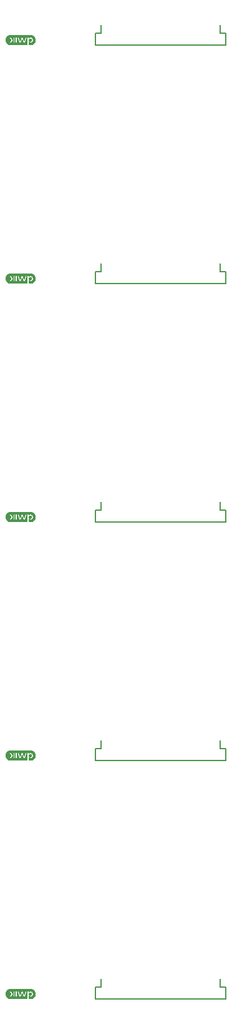
<source format=gbo>
G75*
%MOIN*%
%OFA0B0*%
%FSLAX25Y25*%
%IPPOS*%
%LPD*%
%AMOC8*
5,1,8,0,0,1.08239X$1,22.5*
%
%ADD10C,0.00800*%
%ADD11C,0.00050*%
D10*
X0286586Y0029840D02*
X0286586Y0036152D01*
X0289736Y0036152D01*
X0289736Y0040376D01*
X0286586Y0029840D02*
X0356284Y0029840D01*
X0356284Y0036152D01*
X0353134Y0036152D01*
X0353134Y0040376D01*
X0356284Y0156848D02*
X0286586Y0156848D01*
X0286586Y0163160D01*
X0289736Y0163160D01*
X0289736Y0167384D01*
X0353134Y0167384D02*
X0353134Y0163160D01*
X0356284Y0163160D01*
X0356284Y0156848D01*
X0356284Y0283856D02*
X0286586Y0283856D01*
X0286586Y0290168D01*
X0289736Y0290168D01*
X0289736Y0294391D01*
X0353134Y0294391D02*
X0353134Y0290168D01*
X0356284Y0290168D01*
X0356284Y0283856D01*
X0356284Y0410864D02*
X0286586Y0410864D01*
X0286586Y0417176D01*
X0289736Y0417176D01*
X0289736Y0421399D01*
X0353134Y0421399D02*
X0353134Y0417176D01*
X0356284Y0417176D01*
X0356284Y0410864D01*
X0356284Y0537872D02*
X0286586Y0537872D01*
X0286586Y0544183D01*
X0289736Y0544183D01*
X0289736Y0548407D01*
X0353134Y0548407D02*
X0353134Y0544183D01*
X0356284Y0544183D01*
X0356284Y0537872D01*
D11*
X0238586Y0032523D02*
X0238628Y0032108D01*
X0238677Y0031906D01*
X0238739Y0031707D01*
X0238811Y0031512D01*
X0239010Y0031146D01*
X0239272Y0030822D01*
X0239421Y0030677D01*
X0239747Y0030419D01*
X0240114Y0030220D01*
X0240510Y0030090D01*
X0240713Y0030046D01*
X0241128Y0030005D01*
X0250017Y0030004D01*
X0250020Y0030079D01*
X0250028Y0033882D01*
X0249821Y0033893D01*
X0249829Y0033893D01*
X0249834Y0033893D02*
X0250031Y0033893D01*
X0250031Y0033880D02*
X0249816Y0033894D01*
X0249857Y0034002D01*
X0248883Y0034002D01*
X0248855Y0033907D01*
X0248324Y0032107D01*
X0248266Y0032115D01*
X0247734Y0033998D01*
X0247598Y0034002D01*
X0246972Y0034002D01*
X0246796Y0034003D01*
X0246259Y0032171D01*
X0246220Y0032031D01*
X0245669Y0033851D01*
X0245624Y0034002D01*
X0244789Y0034002D01*
X0244520Y0033994D01*
X0244372Y0034002D01*
X0243606Y0034002D01*
X0243611Y0033955D01*
X0243407Y0033921D01*
X0243409Y0034002D01*
X0242444Y0034002D01*
X0242445Y0033859D01*
X0241871Y0033573D01*
X0241760Y0033680D01*
X0241408Y0033904D01*
X0241209Y0033955D01*
X0240798Y0034027D01*
X0240560Y0034027D01*
X0240562Y0033845D01*
X0240562Y0033219D01*
X0240720Y0033234D01*
X0240923Y0033189D01*
X0241093Y0033072D01*
X0241209Y0032903D01*
X0241273Y0032708D01*
X0241297Y0032502D01*
X0241267Y0032295D01*
X0241190Y0032104D01*
X0241061Y0031946D01*
X0240883Y0031846D01*
X0240679Y0031811D01*
X0240562Y0031793D01*
X0240562Y0031007D01*
X0240699Y0031028D01*
X0240906Y0031051D01*
X0241317Y0031122D01*
X0241502Y0031210D01*
X0241855Y0031433D01*
X0242084Y0031781D01*
X0242176Y0031964D01*
X0242249Y0032375D01*
X0242263Y0032580D01*
X0242190Y0032991D01*
X0242133Y0033188D01*
X0241874Y0033568D01*
X0242448Y0033866D01*
X0242448Y0031059D01*
X0242494Y0031059D01*
X0243328Y0031059D01*
X0243411Y0031065D01*
X0243407Y0033925D01*
X0243610Y0033959D01*
X0243607Y0031062D01*
X0243748Y0031059D01*
X0244374Y0031059D01*
X0244569Y0031072D01*
X0244569Y0033994D01*
X0244684Y0033993D01*
X0244729Y0033864D01*
X0245742Y0031062D01*
X0245889Y0031059D01*
X0246514Y0031059D01*
X0246716Y0031069D01*
X0247269Y0032863D01*
X0247331Y0032691D01*
X0247837Y0031068D01*
X0248007Y0031059D01*
X0248633Y0031059D01*
X0248792Y0031061D01*
X0249821Y0033893D01*
X0249834Y0033941D02*
X0250030Y0033941D01*
X0250029Y0033990D02*
X0249852Y0033990D01*
X0249804Y0033844D02*
X0250028Y0033844D01*
X0250031Y0033880D02*
X0250029Y0034002D01*
X0250983Y0034002D01*
X0250989Y0033889D01*
X0250989Y0033651D01*
X0251085Y0033723D01*
X0251246Y0033855D01*
X0251431Y0033950D01*
X0251630Y0034010D01*
X0251837Y0034033D01*
X0252045Y0034020D01*
X0252249Y0033984D01*
X0252448Y0033920D01*
X0252630Y0033819D01*
X0252791Y0033687D01*
X0252928Y0033532D01*
X0253041Y0033358D01*
X0253128Y0033168D01*
X0253180Y0032967D01*
X0253213Y0032761D01*
X0253229Y0032553D01*
X0253215Y0032345D01*
X0253186Y0032140D01*
X0253136Y0031937D01*
X0253053Y0031746D01*
X0252947Y0031568D01*
X0252817Y0031406D01*
X0252662Y0031267D01*
X0252481Y0031163D01*
X0252287Y0031089D01*
X0252085Y0031042D01*
X0251877Y0031023D01*
X0251669Y0031037D01*
X0251467Y0031085D01*
X0251279Y0031174D01*
X0251114Y0031301D01*
X0250989Y0031419D01*
X0250989Y0030168D01*
X0250993Y0030004D01*
X0251659Y0030004D01*
X0251867Y0030013D01*
X0252282Y0030055D01*
X0252681Y0030176D01*
X0252871Y0030258D01*
X0253234Y0030463D01*
X0253556Y0030729D01*
X0253826Y0031046D01*
X0253943Y0031217D01*
X0254137Y0031586D01*
X0254261Y0031984D01*
X0254294Y0032189D01*
X0254315Y0032397D01*
X0254326Y0032604D01*
X0254284Y0033019D01*
X0254233Y0033220D01*
X0254171Y0033420D01*
X0254096Y0033613D01*
X0253897Y0033980D01*
X0253632Y0034302D01*
X0253482Y0034445D01*
X0253321Y0034578D01*
X0253154Y0034701D01*
X0252787Y0034900D01*
X0252390Y0035027D01*
X0252187Y0035068D01*
X0251772Y0035109D01*
X0241136Y0035109D01*
X0241061Y0035102D01*
X0240646Y0035060D01*
X0240247Y0034941D01*
X0240055Y0034861D01*
X0239691Y0034659D01*
X0239369Y0034393D01*
X0239230Y0034239D01*
X0239097Y0034078D01*
X0238978Y0033908D01*
X0238781Y0033541D01*
X0238657Y0033143D01*
X0238621Y0032938D01*
X0238586Y0032523D01*
X0238587Y0032534D02*
X0241293Y0032534D01*
X0241295Y0032486D02*
X0238590Y0032486D01*
X0238595Y0032437D02*
X0241288Y0032437D01*
X0241280Y0032389D02*
X0238600Y0032389D01*
X0238605Y0032340D02*
X0241273Y0032340D01*
X0241265Y0032292D02*
X0238609Y0032292D01*
X0238614Y0032243D02*
X0241246Y0032243D01*
X0241226Y0032195D02*
X0238619Y0032195D01*
X0238624Y0032146D02*
X0241207Y0032146D01*
X0241185Y0032098D02*
X0238631Y0032098D01*
X0238642Y0032049D02*
X0241145Y0032049D01*
X0241106Y0032001D02*
X0238654Y0032001D01*
X0238666Y0031952D02*
X0241066Y0031952D01*
X0240986Y0031904D02*
X0238678Y0031904D01*
X0238693Y0031855D02*
X0240899Y0031855D01*
X0240652Y0031807D02*
X0238708Y0031807D01*
X0238723Y0031758D02*
X0240562Y0031758D01*
X0240562Y0031710D02*
X0238738Y0031710D01*
X0238756Y0031661D02*
X0240562Y0031661D01*
X0240562Y0031613D02*
X0238774Y0031613D01*
X0238792Y0031564D02*
X0240562Y0031564D01*
X0240562Y0031516D02*
X0238810Y0031516D01*
X0238835Y0031467D02*
X0240562Y0031467D01*
X0240562Y0031419D02*
X0238862Y0031419D01*
X0238888Y0031370D02*
X0240562Y0031370D01*
X0240562Y0031322D02*
X0238914Y0031322D01*
X0238941Y0031273D02*
X0240562Y0031273D01*
X0240562Y0031225D02*
X0238967Y0031225D01*
X0238993Y0031176D02*
X0240562Y0031176D01*
X0240562Y0031128D02*
X0239025Y0031128D01*
X0239064Y0031079D02*
X0240562Y0031079D01*
X0240562Y0031030D02*
X0239103Y0031030D01*
X0239143Y0030982D02*
X0250022Y0030982D01*
X0250022Y0031030D02*
X0240721Y0031030D01*
X0241067Y0031079D02*
X0242448Y0031079D01*
X0242448Y0031128D02*
X0241328Y0031128D01*
X0241431Y0031176D02*
X0242448Y0031176D01*
X0242448Y0031225D02*
X0241526Y0031225D01*
X0241602Y0031273D02*
X0242448Y0031273D01*
X0242448Y0031322D02*
X0241679Y0031322D01*
X0241756Y0031370D02*
X0242448Y0031370D01*
X0242448Y0031419D02*
X0241832Y0031419D01*
X0241877Y0031467D02*
X0242448Y0031467D01*
X0242448Y0031516D02*
X0241909Y0031516D01*
X0241941Y0031564D02*
X0242448Y0031564D01*
X0242448Y0031613D02*
X0241973Y0031613D01*
X0242005Y0031661D02*
X0242448Y0031661D01*
X0242448Y0031710D02*
X0242037Y0031710D01*
X0242069Y0031758D02*
X0242448Y0031758D01*
X0242448Y0031807D02*
X0242097Y0031807D01*
X0242121Y0031855D02*
X0242448Y0031855D01*
X0242448Y0031904D02*
X0242145Y0031904D01*
X0242170Y0031952D02*
X0242448Y0031952D01*
X0242448Y0032001D02*
X0242182Y0032001D01*
X0242191Y0032049D02*
X0242448Y0032049D01*
X0242448Y0032098D02*
X0242199Y0032098D01*
X0242208Y0032146D02*
X0242448Y0032146D01*
X0242448Y0032195D02*
X0242217Y0032195D01*
X0242225Y0032243D02*
X0242448Y0032243D01*
X0242448Y0032292D02*
X0242234Y0032292D01*
X0242242Y0032340D02*
X0242448Y0032340D01*
X0242448Y0032389D02*
X0242250Y0032389D01*
X0242253Y0032437D02*
X0242448Y0032437D01*
X0242448Y0032486D02*
X0242256Y0032486D01*
X0242260Y0032534D02*
X0242448Y0032534D01*
X0242448Y0032583D02*
X0242262Y0032583D01*
X0242254Y0032631D02*
X0242448Y0032631D01*
X0242448Y0032680D02*
X0242245Y0032680D01*
X0242237Y0032728D02*
X0242448Y0032728D01*
X0242448Y0032777D02*
X0242228Y0032777D01*
X0242220Y0032825D02*
X0242448Y0032825D01*
X0242448Y0032874D02*
X0242211Y0032874D01*
X0242203Y0032922D02*
X0242448Y0032922D01*
X0242448Y0032971D02*
X0242194Y0032971D01*
X0242182Y0033019D02*
X0242448Y0033019D01*
X0242448Y0033068D02*
X0242168Y0033068D01*
X0242154Y0033116D02*
X0242448Y0033116D01*
X0242448Y0033165D02*
X0242140Y0033165D01*
X0242116Y0033213D02*
X0242448Y0033213D01*
X0242448Y0033262D02*
X0242083Y0033262D01*
X0242050Y0033311D02*
X0242448Y0033311D01*
X0242448Y0033359D02*
X0242017Y0033359D01*
X0241984Y0033408D02*
X0242448Y0033408D01*
X0242448Y0033456D02*
X0241951Y0033456D01*
X0241918Y0033505D02*
X0242448Y0033505D01*
X0242448Y0033553D02*
X0241885Y0033553D01*
X0241841Y0033602D02*
X0241929Y0033602D01*
X0241939Y0033602D02*
X0242448Y0033602D01*
X0242448Y0033650D02*
X0242033Y0033650D01*
X0242027Y0033650D02*
X0241790Y0033650D01*
X0241730Y0033699D02*
X0242124Y0033699D01*
X0242126Y0033699D02*
X0242448Y0033699D01*
X0242448Y0033747D02*
X0242221Y0033747D01*
X0242220Y0033747D02*
X0241654Y0033747D01*
X0241578Y0033796D02*
X0242313Y0033796D01*
X0242318Y0033796D02*
X0242448Y0033796D01*
X0242448Y0033844D02*
X0242415Y0033844D01*
X0242407Y0033844D02*
X0241502Y0033844D01*
X0241427Y0033893D02*
X0242445Y0033893D01*
X0242445Y0033941D02*
X0241263Y0033941D01*
X0241010Y0033990D02*
X0242444Y0033990D01*
X0243408Y0033990D02*
X0243607Y0033990D01*
X0243610Y0033941D02*
X0243527Y0033941D01*
X0243503Y0033941D02*
X0243407Y0033941D01*
X0243407Y0033893D02*
X0243610Y0033893D01*
X0243610Y0033844D02*
X0243407Y0033844D01*
X0243407Y0033796D02*
X0243610Y0033796D01*
X0243610Y0033747D02*
X0243407Y0033747D01*
X0243407Y0033699D02*
X0243610Y0033699D01*
X0243610Y0033650D02*
X0243407Y0033650D01*
X0243407Y0033602D02*
X0243610Y0033602D01*
X0243610Y0033553D02*
X0243407Y0033553D01*
X0243407Y0033505D02*
X0243610Y0033505D01*
X0243610Y0033456D02*
X0243407Y0033456D01*
X0243408Y0033408D02*
X0243610Y0033408D01*
X0243610Y0033359D02*
X0243408Y0033359D01*
X0243408Y0033311D02*
X0243610Y0033311D01*
X0243610Y0033262D02*
X0243408Y0033262D01*
X0243408Y0033213D02*
X0243609Y0033213D01*
X0243609Y0033165D02*
X0243408Y0033165D01*
X0243408Y0033116D02*
X0243609Y0033116D01*
X0243609Y0033068D02*
X0243408Y0033068D01*
X0243408Y0033019D02*
X0243609Y0033019D01*
X0243609Y0032971D02*
X0243408Y0032971D01*
X0243408Y0032922D02*
X0243609Y0032922D01*
X0243609Y0032874D02*
X0243408Y0032874D01*
X0243408Y0032825D02*
X0243609Y0032825D01*
X0243609Y0032777D02*
X0243408Y0032777D01*
X0243408Y0032728D02*
X0243609Y0032728D01*
X0243609Y0032680D02*
X0243409Y0032680D01*
X0243409Y0032631D02*
X0243609Y0032631D01*
X0243609Y0032583D02*
X0243409Y0032583D01*
X0243409Y0032534D02*
X0243609Y0032534D01*
X0243608Y0032486D02*
X0243409Y0032486D01*
X0243409Y0032437D02*
X0243608Y0032437D01*
X0243608Y0032389D02*
X0243409Y0032389D01*
X0243409Y0032340D02*
X0243608Y0032340D01*
X0243608Y0032292D02*
X0243409Y0032292D01*
X0243409Y0032243D02*
X0243608Y0032243D01*
X0243608Y0032195D02*
X0243409Y0032195D01*
X0243409Y0032146D02*
X0243608Y0032146D01*
X0243608Y0032098D02*
X0243409Y0032098D01*
X0243409Y0032049D02*
X0243608Y0032049D01*
X0243608Y0032001D02*
X0243409Y0032001D01*
X0243410Y0031952D02*
X0243608Y0031952D01*
X0243608Y0031904D02*
X0243410Y0031904D01*
X0243410Y0031855D02*
X0243608Y0031855D01*
X0243608Y0031807D02*
X0243410Y0031807D01*
X0243410Y0031758D02*
X0243607Y0031758D01*
X0243607Y0031710D02*
X0243410Y0031710D01*
X0243410Y0031661D02*
X0243607Y0031661D01*
X0243607Y0031613D02*
X0243410Y0031613D01*
X0243410Y0031564D02*
X0243607Y0031564D01*
X0243607Y0031516D02*
X0243410Y0031516D01*
X0243410Y0031467D02*
X0243607Y0031467D01*
X0243607Y0031419D02*
X0243410Y0031419D01*
X0243410Y0031370D02*
X0243607Y0031370D01*
X0243607Y0031322D02*
X0243410Y0031322D01*
X0243410Y0031273D02*
X0243607Y0031273D01*
X0243607Y0031225D02*
X0243411Y0031225D01*
X0243411Y0031176D02*
X0243607Y0031176D01*
X0243607Y0031128D02*
X0243411Y0031128D01*
X0243411Y0031079D02*
X0243607Y0031079D01*
X0244569Y0031079D02*
X0245736Y0031079D01*
X0245719Y0031128D02*
X0244569Y0031128D01*
X0244569Y0031176D02*
X0245701Y0031176D01*
X0245683Y0031225D02*
X0244569Y0031225D01*
X0244569Y0031273D02*
X0245666Y0031273D01*
X0245648Y0031322D02*
X0244569Y0031322D01*
X0244569Y0031370D02*
X0245631Y0031370D01*
X0245613Y0031419D02*
X0244569Y0031419D01*
X0244569Y0031467D02*
X0245596Y0031467D01*
X0245578Y0031516D02*
X0244569Y0031516D01*
X0244569Y0031564D02*
X0245561Y0031564D01*
X0245543Y0031613D02*
X0244569Y0031613D01*
X0244569Y0031661D02*
X0245526Y0031661D01*
X0245508Y0031710D02*
X0244569Y0031710D01*
X0244569Y0031758D02*
X0245490Y0031758D01*
X0245473Y0031807D02*
X0244569Y0031807D01*
X0244569Y0031855D02*
X0245455Y0031855D01*
X0245438Y0031904D02*
X0244569Y0031904D01*
X0244569Y0031952D02*
X0245420Y0031952D01*
X0245403Y0032001D02*
X0244569Y0032001D01*
X0244569Y0032049D02*
X0245385Y0032049D01*
X0245368Y0032098D02*
X0244569Y0032098D01*
X0244569Y0032146D02*
X0245350Y0032146D01*
X0245333Y0032195D02*
X0244569Y0032195D01*
X0244569Y0032243D02*
X0245315Y0032243D01*
X0245297Y0032292D02*
X0244569Y0032292D01*
X0244569Y0032340D02*
X0245280Y0032340D01*
X0245262Y0032389D02*
X0244569Y0032389D01*
X0244569Y0032437D02*
X0245245Y0032437D01*
X0245227Y0032486D02*
X0244569Y0032486D01*
X0244569Y0032534D02*
X0245210Y0032534D01*
X0245192Y0032583D02*
X0244569Y0032583D01*
X0244569Y0032631D02*
X0245175Y0032631D01*
X0245157Y0032680D02*
X0244569Y0032680D01*
X0244569Y0032728D02*
X0245140Y0032728D01*
X0245122Y0032777D02*
X0244569Y0032777D01*
X0244569Y0032825D02*
X0245104Y0032825D01*
X0245087Y0032874D02*
X0244569Y0032874D01*
X0244569Y0032922D02*
X0245069Y0032922D01*
X0245052Y0032971D02*
X0244569Y0032971D01*
X0244569Y0033019D02*
X0245034Y0033019D01*
X0245017Y0033068D02*
X0244569Y0033068D01*
X0244569Y0033116D02*
X0244999Y0033116D01*
X0244982Y0033165D02*
X0244569Y0033165D01*
X0244569Y0033213D02*
X0244964Y0033213D01*
X0244946Y0033262D02*
X0244569Y0033262D01*
X0244569Y0033311D02*
X0244929Y0033311D01*
X0244911Y0033359D02*
X0244569Y0033359D01*
X0244569Y0033408D02*
X0244894Y0033408D01*
X0244876Y0033456D02*
X0244569Y0033456D01*
X0244569Y0033505D02*
X0244859Y0033505D01*
X0244841Y0033553D02*
X0244569Y0033553D01*
X0244569Y0033602D02*
X0244824Y0033602D01*
X0244806Y0033650D02*
X0244569Y0033650D01*
X0244569Y0033699D02*
X0244789Y0033699D01*
X0244771Y0033747D02*
X0244569Y0033747D01*
X0244569Y0033796D02*
X0244753Y0033796D01*
X0244736Y0033844D02*
X0244569Y0033844D01*
X0244569Y0033893D02*
X0244719Y0033893D01*
X0244702Y0033941D02*
X0244569Y0033941D01*
X0244569Y0033990D02*
X0244685Y0033990D01*
X0245627Y0033990D02*
X0246792Y0033990D01*
X0246778Y0033941D02*
X0245642Y0033941D01*
X0245657Y0033893D02*
X0246763Y0033893D01*
X0246749Y0033844D02*
X0245671Y0033844D01*
X0245686Y0033796D02*
X0246735Y0033796D01*
X0246721Y0033747D02*
X0245701Y0033747D01*
X0245716Y0033699D02*
X0246707Y0033699D01*
X0246692Y0033650D02*
X0245730Y0033650D01*
X0245745Y0033602D02*
X0246678Y0033602D01*
X0246664Y0033553D02*
X0245760Y0033553D01*
X0245774Y0033505D02*
X0246650Y0033505D01*
X0246636Y0033456D02*
X0245789Y0033456D01*
X0245804Y0033408D02*
X0246621Y0033408D01*
X0246607Y0033359D02*
X0245818Y0033359D01*
X0245833Y0033311D02*
X0246593Y0033311D01*
X0246579Y0033262D02*
X0245848Y0033262D01*
X0245862Y0033213D02*
X0246564Y0033213D01*
X0246550Y0033165D02*
X0245877Y0033165D01*
X0245892Y0033116D02*
X0246536Y0033116D01*
X0246522Y0033068D02*
X0245906Y0033068D01*
X0245921Y0033019D02*
X0246508Y0033019D01*
X0246493Y0032971D02*
X0245936Y0032971D01*
X0245951Y0032922D02*
X0246479Y0032922D01*
X0246465Y0032874D02*
X0245965Y0032874D01*
X0245980Y0032825D02*
X0246451Y0032825D01*
X0246437Y0032777D02*
X0245995Y0032777D01*
X0246009Y0032728D02*
X0246422Y0032728D01*
X0246408Y0032680D02*
X0246024Y0032680D01*
X0246039Y0032631D02*
X0246394Y0032631D01*
X0246380Y0032583D02*
X0246053Y0032583D01*
X0246068Y0032534D02*
X0246365Y0032534D01*
X0246351Y0032486D02*
X0246083Y0032486D01*
X0246097Y0032437D02*
X0246337Y0032437D01*
X0246323Y0032389D02*
X0246112Y0032389D01*
X0246127Y0032340D02*
X0246309Y0032340D01*
X0246294Y0032292D02*
X0246142Y0032292D01*
X0246156Y0032243D02*
X0246280Y0032243D01*
X0246266Y0032195D02*
X0246171Y0032195D01*
X0246186Y0032146D02*
X0246252Y0032146D01*
X0246239Y0032098D02*
X0246200Y0032098D01*
X0246215Y0032049D02*
X0246226Y0032049D01*
X0246943Y0031807D02*
X0247606Y0031807D01*
X0247591Y0031855D02*
X0246958Y0031855D01*
X0246973Y0031904D02*
X0247576Y0031904D01*
X0247561Y0031952D02*
X0246988Y0031952D01*
X0247003Y0032001D02*
X0247546Y0032001D01*
X0247531Y0032049D02*
X0247018Y0032049D01*
X0247033Y0032098D02*
X0247516Y0032098D01*
X0247501Y0032146D02*
X0247048Y0032146D01*
X0247063Y0032195D02*
X0247485Y0032195D01*
X0247470Y0032243D02*
X0247078Y0032243D01*
X0247093Y0032292D02*
X0247455Y0032292D01*
X0247440Y0032340D02*
X0247108Y0032340D01*
X0247123Y0032389D02*
X0247425Y0032389D01*
X0247410Y0032437D02*
X0247138Y0032437D01*
X0247153Y0032486D02*
X0247395Y0032486D01*
X0247380Y0032534D02*
X0247168Y0032534D01*
X0247183Y0032583D02*
X0247364Y0032583D01*
X0247349Y0032631D02*
X0247198Y0032631D01*
X0247213Y0032680D02*
X0247334Y0032680D01*
X0247317Y0032728D02*
X0247228Y0032728D01*
X0247242Y0032777D02*
X0247300Y0032777D01*
X0247282Y0032825D02*
X0247257Y0032825D01*
X0248010Y0033019D02*
X0248593Y0033019D01*
X0248579Y0032971D02*
X0248024Y0032971D01*
X0248038Y0032922D02*
X0248565Y0032922D01*
X0248550Y0032874D02*
X0248051Y0032874D01*
X0248065Y0032825D02*
X0248536Y0032825D01*
X0248522Y0032777D02*
X0248079Y0032777D01*
X0248092Y0032728D02*
X0248508Y0032728D01*
X0248493Y0032680D02*
X0248106Y0032680D01*
X0248120Y0032631D02*
X0248479Y0032631D01*
X0248465Y0032583D02*
X0248134Y0032583D01*
X0248147Y0032534D02*
X0248450Y0032534D01*
X0248436Y0032486D02*
X0248161Y0032486D01*
X0248175Y0032437D02*
X0248422Y0032437D01*
X0248407Y0032389D02*
X0248188Y0032389D01*
X0248202Y0032340D02*
X0248393Y0032340D01*
X0248379Y0032292D02*
X0248216Y0032292D01*
X0248230Y0032243D02*
X0248364Y0032243D01*
X0248350Y0032195D02*
X0248243Y0032195D01*
X0248257Y0032146D02*
X0248336Y0032146D01*
X0249080Y0031855D02*
X0250024Y0031855D01*
X0250024Y0031807D02*
X0249063Y0031807D01*
X0249045Y0031758D02*
X0250024Y0031758D01*
X0250024Y0031710D02*
X0249027Y0031710D01*
X0249010Y0031661D02*
X0250024Y0031661D01*
X0250024Y0031613D02*
X0248992Y0031613D01*
X0248975Y0031564D02*
X0250023Y0031564D01*
X0250023Y0031516D02*
X0248957Y0031516D01*
X0248939Y0031467D02*
X0250023Y0031467D01*
X0250023Y0031419D02*
X0248922Y0031419D01*
X0248904Y0031370D02*
X0250023Y0031370D01*
X0250023Y0031322D02*
X0248886Y0031322D01*
X0248869Y0031273D02*
X0250023Y0031273D01*
X0250023Y0031225D02*
X0248851Y0031225D01*
X0248833Y0031176D02*
X0250023Y0031176D01*
X0250023Y0031128D02*
X0248816Y0031128D01*
X0248798Y0031079D02*
X0250022Y0031079D01*
X0250022Y0030933D02*
X0239182Y0030933D01*
X0239221Y0030885D02*
X0250022Y0030885D01*
X0250022Y0030836D02*
X0239261Y0030836D01*
X0239307Y0030788D02*
X0250022Y0030788D01*
X0250022Y0030739D02*
X0239357Y0030739D01*
X0239406Y0030691D02*
X0250022Y0030691D01*
X0250022Y0030642D02*
X0239464Y0030642D01*
X0239526Y0030594D02*
X0250021Y0030594D01*
X0250021Y0030545D02*
X0239587Y0030545D01*
X0239648Y0030497D02*
X0250021Y0030497D01*
X0250021Y0030448D02*
X0239710Y0030448D01*
X0239782Y0030400D02*
X0250021Y0030400D01*
X0250021Y0030351D02*
X0239871Y0030351D01*
X0239961Y0030303D02*
X0250021Y0030303D01*
X0250021Y0030254D02*
X0240050Y0030254D01*
X0240156Y0030206D02*
X0250021Y0030206D01*
X0250021Y0030157D02*
X0240304Y0030157D01*
X0240453Y0030109D02*
X0250020Y0030109D01*
X0250019Y0030060D02*
X0240648Y0030060D01*
X0241056Y0030012D02*
X0250017Y0030012D01*
X0250992Y0030060D02*
X0252301Y0030060D01*
X0252460Y0030109D02*
X0250990Y0030109D01*
X0250989Y0030157D02*
X0252619Y0030157D01*
X0252750Y0030206D02*
X0250989Y0030206D01*
X0250989Y0030254D02*
X0252862Y0030254D01*
X0252950Y0030303D02*
X0250989Y0030303D01*
X0250989Y0030351D02*
X0253036Y0030351D01*
X0253122Y0030400D02*
X0250989Y0030400D01*
X0250989Y0030448D02*
X0253207Y0030448D01*
X0253275Y0030497D02*
X0250989Y0030497D01*
X0250989Y0030545D02*
X0253333Y0030545D01*
X0253392Y0030594D02*
X0250989Y0030594D01*
X0250989Y0030642D02*
X0253451Y0030642D01*
X0253510Y0030691D02*
X0250989Y0030691D01*
X0250989Y0030739D02*
X0253565Y0030739D01*
X0253606Y0030788D02*
X0250989Y0030788D01*
X0250989Y0030836D02*
X0253648Y0030836D01*
X0253689Y0030885D02*
X0250989Y0030885D01*
X0250989Y0030933D02*
X0253730Y0030933D01*
X0253772Y0030982D02*
X0250989Y0030982D01*
X0250989Y0031030D02*
X0251760Y0031030D01*
X0251960Y0031030D02*
X0253813Y0031030D01*
X0253849Y0031079D02*
X0252243Y0031079D01*
X0252387Y0031128D02*
X0253882Y0031128D01*
X0253915Y0031176D02*
X0252503Y0031176D01*
X0252588Y0031225D02*
X0253947Y0031225D01*
X0253972Y0031273D02*
X0252669Y0031273D01*
X0252723Y0031322D02*
X0253998Y0031322D01*
X0254023Y0031370D02*
X0252777Y0031370D01*
X0252827Y0031419D02*
X0254049Y0031419D01*
X0254075Y0031467D02*
X0252866Y0031467D01*
X0252905Y0031516D02*
X0254100Y0031516D01*
X0254126Y0031564D02*
X0252944Y0031564D01*
X0252974Y0031613D02*
X0254146Y0031613D01*
X0254161Y0031661D02*
X0253003Y0031661D01*
X0253031Y0031710D02*
X0254176Y0031710D01*
X0254191Y0031758D02*
X0253058Y0031758D01*
X0253079Y0031807D02*
X0254206Y0031807D01*
X0254221Y0031855D02*
X0253101Y0031855D01*
X0253122Y0031904D02*
X0254236Y0031904D01*
X0254251Y0031952D02*
X0253140Y0031952D01*
X0253152Y0032001D02*
X0254264Y0032001D01*
X0254271Y0032049D02*
X0253164Y0032049D01*
X0253176Y0032098D02*
X0254279Y0032098D01*
X0254287Y0032146D02*
X0253187Y0032146D01*
X0253194Y0032195D02*
X0254294Y0032195D01*
X0254299Y0032243D02*
X0253201Y0032243D01*
X0253207Y0032292D02*
X0254304Y0032292D01*
X0254309Y0032340D02*
X0253214Y0032340D01*
X0253218Y0032389D02*
X0254314Y0032389D01*
X0254317Y0032437D02*
X0253221Y0032437D01*
X0253225Y0032486D02*
X0254320Y0032486D01*
X0254322Y0032534D02*
X0253228Y0032534D01*
X0253227Y0032583D02*
X0254325Y0032583D01*
X0254323Y0032631D02*
X0253223Y0032631D01*
X0253220Y0032680D02*
X0254318Y0032680D01*
X0254313Y0032728D02*
X0253216Y0032728D01*
X0253211Y0032777D02*
X0254309Y0032777D01*
X0254304Y0032825D02*
X0253203Y0032825D01*
X0253195Y0032874D02*
X0254299Y0032874D01*
X0254294Y0032922D02*
X0253187Y0032922D01*
X0253179Y0032971D02*
X0254289Y0032971D01*
X0254284Y0033019D02*
X0253167Y0033019D01*
X0253154Y0033068D02*
X0254272Y0033068D01*
X0254259Y0033116D02*
X0253141Y0033116D01*
X0253129Y0033165D02*
X0254247Y0033165D01*
X0254234Y0033213D02*
X0253107Y0033213D01*
X0253085Y0033262D02*
X0254220Y0033262D01*
X0254205Y0033311D02*
X0253063Y0033311D01*
X0253040Y0033359D02*
X0254190Y0033359D01*
X0254174Y0033408D02*
X0253009Y0033408D01*
X0252977Y0033456D02*
X0254157Y0033456D01*
X0254138Y0033505D02*
X0252946Y0033505D01*
X0252910Y0033553D02*
X0254119Y0033553D01*
X0254100Y0033602D02*
X0252867Y0033602D01*
X0252824Y0033650D02*
X0254076Y0033650D01*
X0254050Y0033699D02*
X0252777Y0033699D01*
X0252718Y0033747D02*
X0254023Y0033747D01*
X0253997Y0033796D02*
X0252658Y0033796D01*
X0252585Y0033844D02*
X0253971Y0033844D01*
X0253944Y0033893D02*
X0252498Y0033893D01*
X0252383Y0033941D02*
X0253918Y0033941D01*
X0253889Y0033990D02*
X0252217Y0033990D01*
X0251562Y0033990D02*
X0250984Y0033990D01*
X0250986Y0033941D02*
X0251413Y0033941D01*
X0251319Y0033893D02*
X0250989Y0033893D01*
X0250989Y0033844D02*
X0251233Y0033844D01*
X0251174Y0033796D02*
X0250989Y0033796D01*
X0250989Y0033747D02*
X0251114Y0033747D01*
X0251052Y0033699D02*
X0250989Y0033699D01*
X0251377Y0033202D02*
X0251578Y0033243D01*
X0251780Y0033218D01*
X0251964Y0033135D01*
X0252110Y0032995D01*
X0252210Y0032815D01*
X0252242Y0032612D01*
X0252239Y0032408D01*
X0252203Y0032206D01*
X0252103Y0032026D01*
X0251952Y0031890D01*
X0251766Y0031813D01*
X0251564Y0031794D01*
X0251362Y0031837D01*
X0251198Y0031961D01*
X0251084Y0032129D01*
X0251019Y0032321D01*
X0250990Y0032525D01*
X0251021Y0032729D01*
X0251091Y0032919D01*
X0251209Y0033084D01*
X0251377Y0033202D01*
X0251435Y0033213D02*
X0251791Y0033213D01*
X0251898Y0033165D02*
X0251325Y0033165D01*
X0251256Y0033116D02*
X0251983Y0033116D01*
X0252034Y0033068D02*
X0251198Y0033068D01*
X0251163Y0033019D02*
X0252085Y0033019D01*
X0252124Y0032971D02*
X0251128Y0032971D01*
X0251093Y0032922D02*
X0252151Y0032922D01*
X0252178Y0032874D02*
X0251074Y0032874D01*
X0251056Y0032825D02*
X0252205Y0032825D01*
X0252216Y0032777D02*
X0251039Y0032777D01*
X0251021Y0032728D02*
X0252224Y0032728D01*
X0252231Y0032680D02*
X0251013Y0032680D01*
X0251006Y0032631D02*
X0252239Y0032631D01*
X0252241Y0032583D02*
X0250999Y0032583D01*
X0250991Y0032534D02*
X0252241Y0032534D01*
X0252240Y0032486D02*
X0250995Y0032486D01*
X0251002Y0032437D02*
X0252240Y0032437D01*
X0252236Y0032389D02*
X0251009Y0032389D01*
X0251016Y0032340D02*
X0252227Y0032340D01*
X0252219Y0032292D02*
X0251029Y0032292D01*
X0251045Y0032243D02*
X0252210Y0032243D01*
X0252197Y0032195D02*
X0251062Y0032195D01*
X0251078Y0032146D02*
X0252170Y0032146D01*
X0252143Y0032098D02*
X0251105Y0032098D01*
X0251138Y0032049D02*
X0252116Y0032049D01*
X0252075Y0032001D02*
X0251171Y0032001D01*
X0251209Y0031952D02*
X0252021Y0031952D01*
X0251967Y0031904D02*
X0251273Y0031904D01*
X0251338Y0031855D02*
X0251868Y0031855D01*
X0251699Y0031807D02*
X0251505Y0031807D01*
X0251092Y0031322D02*
X0250989Y0031322D01*
X0250989Y0031370D02*
X0251041Y0031370D01*
X0250989Y0031419D02*
X0250989Y0031419D01*
X0250989Y0031273D02*
X0251150Y0031273D01*
X0251214Y0031225D02*
X0250989Y0031225D01*
X0250989Y0031176D02*
X0251277Y0031176D01*
X0251377Y0031128D02*
X0250989Y0031128D01*
X0250989Y0031079D02*
X0251491Y0031079D01*
X0251845Y0030012D02*
X0250993Y0030012D01*
X0250024Y0031904D02*
X0249098Y0031904D01*
X0249116Y0031952D02*
X0250024Y0031952D01*
X0250024Y0032001D02*
X0249133Y0032001D01*
X0249151Y0032049D02*
X0250024Y0032049D01*
X0250025Y0032098D02*
X0249169Y0032098D01*
X0249186Y0032146D02*
X0250025Y0032146D01*
X0250025Y0032195D02*
X0249204Y0032195D01*
X0249222Y0032243D02*
X0250025Y0032243D01*
X0250025Y0032292D02*
X0249239Y0032292D01*
X0249257Y0032340D02*
X0250025Y0032340D01*
X0250025Y0032389D02*
X0249274Y0032389D01*
X0249292Y0032437D02*
X0250025Y0032437D01*
X0250025Y0032486D02*
X0249310Y0032486D01*
X0249327Y0032534D02*
X0250025Y0032534D01*
X0250026Y0032583D02*
X0249345Y0032583D01*
X0249363Y0032631D02*
X0250026Y0032631D01*
X0250026Y0032680D02*
X0249380Y0032680D01*
X0249398Y0032728D02*
X0250026Y0032728D01*
X0250026Y0032777D02*
X0249416Y0032777D01*
X0249433Y0032825D02*
X0250026Y0032825D01*
X0250026Y0032874D02*
X0249451Y0032874D01*
X0249468Y0032922D02*
X0250026Y0032922D01*
X0250026Y0032971D02*
X0249486Y0032971D01*
X0249504Y0033019D02*
X0250026Y0033019D01*
X0250027Y0033068D02*
X0249521Y0033068D01*
X0249539Y0033116D02*
X0250027Y0033116D01*
X0250027Y0033165D02*
X0249557Y0033165D01*
X0249574Y0033213D02*
X0250027Y0033213D01*
X0250027Y0033262D02*
X0249592Y0033262D01*
X0249610Y0033311D02*
X0250027Y0033311D01*
X0250027Y0033359D02*
X0249627Y0033359D01*
X0249645Y0033408D02*
X0250027Y0033408D01*
X0250027Y0033456D02*
X0249663Y0033456D01*
X0249680Y0033505D02*
X0250027Y0033505D01*
X0250028Y0033553D02*
X0249698Y0033553D01*
X0249715Y0033602D02*
X0250028Y0033602D01*
X0250028Y0033650D02*
X0249733Y0033650D01*
X0249751Y0033699D02*
X0250028Y0033699D01*
X0250028Y0033747D02*
X0249768Y0033747D01*
X0249786Y0033796D02*
X0250028Y0033796D01*
X0248879Y0033990D02*
X0247736Y0033990D01*
X0247750Y0033941D02*
X0248865Y0033941D01*
X0248851Y0033893D02*
X0247763Y0033893D01*
X0247777Y0033844D02*
X0248837Y0033844D01*
X0248822Y0033796D02*
X0247791Y0033796D01*
X0247805Y0033747D02*
X0248808Y0033747D01*
X0248794Y0033699D02*
X0247818Y0033699D01*
X0247832Y0033650D02*
X0248779Y0033650D01*
X0248765Y0033602D02*
X0247846Y0033602D01*
X0247859Y0033553D02*
X0248751Y0033553D01*
X0248737Y0033505D02*
X0247873Y0033505D01*
X0247887Y0033456D02*
X0248722Y0033456D01*
X0248708Y0033408D02*
X0247901Y0033408D01*
X0247914Y0033359D02*
X0248694Y0033359D01*
X0248679Y0033311D02*
X0247928Y0033311D01*
X0247942Y0033262D02*
X0248665Y0033262D01*
X0248651Y0033213D02*
X0247955Y0033213D01*
X0247969Y0033165D02*
X0248636Y0033165D01*
X0248622Y0033116D02*
X0247983Y0033116D01*
X0247996Y0033068D02*
X0248608Y0033068D01*
X0247622Y0031758D02*
X0246928Y0031758D01*
X0246913Y0031710D02*
X0247637Y0031710D01*
X0247652Y0031661D02*
X0246898Y0031661D01*
X0246883Y0031613D02*
X0247667Y0031613D01*
X0247682Y0031564D02*
X0246868Y0031564D01*
X0246854Y0031516D02*
X0247697Y0031516D01*
X0247712Y0031467D02*
X0246839Y0031467D01*
X0246824Y0031419D02*
X0247727Y0031419D01*
X0247743Y0031370D02*
X0246809Y0031370D01*
X0246794Y0031322D02*
X0247758Y0031322D01*
X0247773Y0031273D02*
X0246779Y0031273D01*
X0246764Y0031225D02*
X0247788Y0031225D01*
X0247803Y0031176D02*
X0246749Y0031176D01*
X0246734Y0031128D02*
X0247818Y0031128D01*
X0247833Y0031079D02*
X0246719Y0031079D01*
X0241287Y0032583D02*
X0238591Y0032583D01*
X0238595Y0032631D02*
X0241282Y0032631D01*
X0241276Y0032680D02*
X0238599Y0032680D01*
X0238604Y0032728D02*
X0241266Y0032728D01*
X0241250Y0032777D02*
X0238608Y0032777D01*
X0238612Y0032825D02*
X0241234Y0032825D01*
X0241218Y0032874D02*
X0238616Y0032874D01*
X0238620Y0032922D02*
X0241196Y0032922D01*
X0241162Y0032971D02*
X0238627Y0032971D01*
X0238635Y0033019D02*
X0241129Y0033019D01*
X0241096Y0033068D02*
X0238644Y0033068D01*
X0238652Y0033116D02*
X0241029Y0033116D01*
X0240959Y0033165D02*
X0238664Y0033165D01*
X0238679Y0033213D02*
X0240813Y0033213D01*
X0240562Y0033262D02*
X0238694Y0033262D01*
X0238709Y0033311D02*
X0240562Y0033311D01*
X0240562Y0033359D02*
X0238724Y0033359D01*
X0238739Y0033408D02*
X0240562Y0033408D01*
X0240562Y0033456D02*
X0238754Y0033456D01*
X0238769Y0033505D02*
X0240562Y0033505D01*
X0240562Y0033553D02*
X0238787Y0033553D01*
X0238813Y0033602D02*
X0240562Y0033602D01*
X0240562Y0033650D02*
X0238839Y0033650D01*
X0238865Y0033699D02*
X0240562Y0033699D01*
X0240562Y0033747D02*
X0238891Y0033747D01*
X0238917Y0033796D02*
X0240562Y0033796D01*
X0240562Y0033844D02*
X0238943Y0033844D01*
X0238969Y0033893D02*
X0240562Y0033893D01*
X0240561Y0033941D02*
X0239001Y0033941D01*
X0239035Y0033990D02*
X0240561Y0033990D01*
X0240175Y0034911D02*
X0252752Y0034911D01*
X0252856Y0034863D02*
X0240058Y0034863D01*
X0239970Y0034814D02*
X0252945Y0034814D01*
X0253035Y0034766D02*
X0239883Y0034766D01*
X0239796Y0034717D02*
X0253124Y0034717D01*
X0253198Y0034669D02*
X0239709Y0034669D01*
X0239644Y0034620D02*
X0253263Y0034620D01*
X0253328Y0034572D02*
X0239585Y0034572D01*
X0239527Y0034523D02*
X0253387Y0034523D01*
X0253446Y0034475D02*
X0239468Y0034475D01*
X0239409Y0034426D02*
X0253502Y0034426D01*
X0253553Y0034378D02*
X0239355Y0034378D01*
X0239311Y0034329D02*
X0253604Y0034329D01*
X0253650Y0034281D02*
X0239267Y0034281D01*
X0239224Y0034232D02*
X0253690Y0034232D01*
X0253729Y0034184D02*
X0239184Y0034184D01*
X0239144Y0034135D02*
X0253769Y0034135D01*
X0253809Y0034087D02*
X0239104Y0034087D01*
X0239069Y0034038D02*
X0253849Y0034038D01*
X0252600Y0034960D02*
X0240310Y0034960D01*
X0240473Y0035008D02*
X0252448Y0035008D01*
X0252242Y0035057D02*
X0240636Y0035057D01*
X0241098Y0035105D02*
X0251809Y0035105D01*
X0251659Y0157012D02*
X0250993Y0157012D01*
X0250989Y0157175D01*
X0250989Y0158427D01*
X0251114Y0158309D01*
X0251279Y0158182D01*
X0251467Y0158093D01*
X0251669Y0158044D01*
X0251877Y0158031D01*
X0252085Y0158050D01*
X0252287Y0158097D01*
X0252481Y0158171D01*
X0252662Y0158275D01*
X0252817Y0158414D01*
X0252947Y0158576D01*
X0253053Y0158754D01*
X0253136Y0158945D01*
X0253186Y0159147D01*
X0253215Y0159353D01*
X0253229Y0159561D01*
X0253213Y0159769D01*
X0253180Y0159974D01*
X0253128Y0160176D01*
X0253041Y0160366D01*
X0252928Y0160540D01*
X0252791Y0160695D01*
X0252630Y0160827D01*
X0252448Y0160928D01*
X0252249Y0160992D01*
X0252045Y0161027D01*
X0251837Y0161041D01*
X0251630Y0161018D01*
X0251431Y0160958D01*
X0251246Y0160863D01*
X0251085Y0160731D01*
X0250989Y0160658D01*
X0250989Y0160897D01*
X0250983Y0161010D01*
X0250029Y0161010D01*
X0250031Y0160888D01*
X0249816Y0160902D01*
X0249857Y0161010D01*
X0248883Y0161010D01*
X0248855Y0160915D01*
X0248324Y0159115D01*
X0248266Y0159123D01*
X0247734Y0161006D01*
X0247598Y0161010D01*
X0246972Y0161010D01*
X0246796Y0161011D01*
X0246259Y0159179D01*
X0246220Y0159039D01*
X0245669Y0160859D01*
X0245624Y0161010D01*
X0244789Y0161010D01*
X0244520Y0161002D01*
X0244372Y0161010D01*
X0243606Y0161010D01*
X0243611Y0160963D01*
X0243407Y0160929D01*
X0243409Y0161010D01*
X0242444Y0161010D01*
X0242445Y0160867D01*
X0241871Y0160580D01*
X0241760Y0160687D01*
X0241408Y0160912D01*
X0241209Y0160963D01*
X0240798Y0161035D01*
X0240560Y0161035D01*
X0240562Y0160853D01*
X0240562Y0160227D01*
X0240720Y0160242D01*
X0240923Y0160197D01*
X0241093Y0160080D01*
X0241209Y0159911D01*
X0241273Y0159716D01*
X0241297Y0159509D01*
X0241267Y0159303D01*
X0241190Y0159112D01*
X0241061Y0158954D01*
X0240883Y0158854D01*
X0240679Y0158819D01*
X0240562Y0158801D01*
X0240562Y0158015D01*
X0240699Y0158036D01*
X0240906Y0158059D01*
X0241317Y0158130D01*
X0241502Y0158218D01*
X0241855Y0158441D01*
X0242084Y0158789D01*
X0242176Y0158972D01*
X0242249Y0159383D01*
X0242263Y0159588D01*
X0242190Y0159999D01*
X0242133Y0160196D01*
X0241874Y0160576D01*
X0242448Y0160873D01*
X0242448Y0158067D01*
X0242494Y0158067D01*
X0243328Y0158067D01*
X0243411Y0158073D01*
X0243407Y0160933D01*
X0243610Y0160967D01*
X0243607Y0158070D01*
X0243748Y0158067D01*
X0244374Y0158067D01*
X0244569Y0158080D01*
X0244569Y0161001D01*
X0244684Y0161000D01*
X0244729Y0160872D01*
X0245742Y0158070D01*
X0245889Y0158067D01*
X0246514Y0158067D01*
X0246716Y0158077D01*
X0247269Y0159870D01*
X0247331Y0159699D01*
X0247837Y0158076D01*
X0248007Y0158067D01*
X0248633Y0158067D01*
X0248792Y0158069D01*
X0249821Y0160901D01*
X0250028Y0160890D01*
X0250020Y0157086D01*
X0250017Y0157012D01*
X0241128Y0157012D01*
X0240713Y0157054D01*
X0240510Y0157098D01*
X0240114Y0157227D01*
X0239747Y0157426D01*
X0239421Y0157685D01*
X0239272Y0157830D01*
X0239010Y0158154D01*
X0238811Y0158520D01*
X0238739Y0158715D01*
X0238677Y0158914D01*
X0238628Y0159116D01*
X0238586Y0159531D01*
X0238621Y0159946D01*
X0238657Y0160151D01*
X0238781Y0160549D01*
X0238978Y0160916D01*
X0239097Y0161086D01*
X0239230Y0161247D01*
X0239369Y0161401D01*
X0239691Y0161667D01*
X0240055Y0161869D01*
X0240247Y0161949D01*
X0240646Y0162068D01*
X0241061Y0162110D01*
X0241136Y0162117D01*
X0251772Y0162117D01*
X0252187Y0162076D01*
X0252390Y0162035D01*
X0252787Y0161908D01*
X0253154Y0161709D01*
X0253321Y0161586D01*
X0253482Y0161453D01*
X0253632Y0161310D01*
X0253897Y0160988D01*
X0254096Y0160621D01*
X0254171Y0160428D01*
X0254233Y0160228D01*
X0254284Y0160027D01*
X0254326Y0159612D01*
X0254315Y0159405D01*
X0254294Y0159197D01*
X0254261Y0158992D01*
X0254137Y0158594D01*
X0253943Y0158225D01*
X0253826Y0158054D01*
X0253556Y0157737D01*
X0253234Y0157471D01*
X0252871Y0157266D01*
X0252681Y0157184D01*
X0252282Y0157062D01*
X0251867Y0157021D01*
X0251659Y0157012D01*
X0251723Y0157014D02*
X0250993Y0157014D01*
X0250992Y0157063D02*
X0252284Y0157063D01*
X0252443Y0157111D02*
X0250991Y0157111D01*
X0250989Y0157160D02*
X0252602Y0157160D01*
X0252737Y0157208D02*
X0250989Y0157208D01*
X0250989Y0157257D02*
X0252850Y0157257D01*
X0252941Y0157305D02*
X0250989Y0157305D01*
X0250989Y0157354D02*
X0253026Y0157354D01*
X0253112Y0157402D02*
X0250989Y0157402D01*
X0250989Y0157451D02*
X0253198Y0157451D01*
X0253268Y0157499D02*
X0250989Y0157499D01*
X0250989Y0157548D02*
X0253327Y0157548D01*
X0253386Y0157597D02*
X0250989Y0157597D01*
X0250989Y0157645D02*
X0253445Y0157645D01*
X0253503Y0157694D02*
X0250989Y0157694D01*
X0250989Y0157742D02*
X0253560Y0157742D01*
X0253602Y0157791D02*
X0250989Y0157791D01*
X0250989Y0157839D02*
X0253643Y0157839D01*
X0253684Y0157888D02*
X0250989Y0157888D01*
X0250989Y0157936D02*
X0253726Y0157936D01*
X0253767Y0157985D02*
X0250989Y0157985D01*
X0250989Y0158033D02*
X0251839Y0158033D01*
X0251904Y0158033D02*
X0253809Y0158033D01*
X0253845Y0158082D02*
X0252220Y0158082D01*
X0252373Y0158130D02*
X0253878Y0158130D01*
X0253911Y0158179D02*
X0252494Y0158179D01*
X0252578Y0158227D02*
X0253944Y0158227D01*
X0253969Y0158276D02*
X0252663Y0158276D01*
X0252717Y0158324D02*
X0253995Y0158324D01*
X0254021Y0158373D02*
X0252771Y0158373D01*
X0252823Y0158421D02*
X0254046Y0158421D01*
X0254072Y0158470D02*
X0252862Y0158470D01*
X0252901Y0158518D02*
X0254098Y0158518D01*
X0254123Y0158567D02*
X0252940Y0158567D01*
X0252971Y0158615D02*
X0254144Y0158615D01*
X0254159Y0158664D02*
X0252999Y0158664D01*
X0253028Y0158712D02*
X0254174Y0158712D01*
X0254189Y0158761D02*
X0253056Y0158761D01*
X0253077Y0158809D02*
X0254204Y0158809D01*
X0254219Y0158858D02*
X0253098Y0158858D01*
X0253119Y0158906D02*
X0254234Y0158906D01*
X0254249Y0158955D02*
X0253139Y0158955D01*
X0253151Y0159003D02*
X0254263Y0159003D01*
X0254271Y0159052D02*
X0253163Y0159052D01*
X0253174Y0159100D02*
X0254278Y0159100D01*
X0254286Y0159149D02*
X0253186Y0159149D01*
X0253193Y0159197D02*
X0254294Y0159197D01*
X0254299Y0159246D02*
X0253200Y0159246D01*
X0253207Y0159294D02*
X0254304Y0159294D01*
X0254309Y0159343D02*
X0253213Y0159343D01*
X0253218Y0159391D02*
X0254313Y0159391D01*
X0254317Y0159440D02*
X0253221Y0159440D01*
X0253224Y0159488D02*
X0254319Y0159488D01*
X0254322Y0159537D02*
X0253228Y0159537D01*
X0253228Y0159585D02*
X0254325Y0159585D01*
X0254324Y0159634D02*
X0253224Y0159634D01*
X0253220Y0159683D02*
X0254319Y0159683D01*
X0254314Y0159731D02*
X0253216Y0159731D01*
X0253212Y0159780D02*
X0254309Y0159780D01*
X0254304Y0159828D02*
X0253204Y0159828D01*
X0253196Y0159877D02*
X0254299Y0159877D01*
X0254294Y0159925D02*
X0253188Y0159925D01*
X0253181Y0159974D02*
X0254290Y0159974D01*
X0254285Y0160022D02*
X0253168Y0160022D01*
X0253155Y0160071D02*
X0254273Y0160071D01*
X0254261Y0160119D02*
X0253143Y0160119D01*
X0253130Y0160168D02*
X0254248Y0160168D01*
X0254236Y0160216D02*
X0253109Y0160216D01*
X0253087Y0160265D02*
X0254221Y0160265D01*
X0254206Y0160313D02*
X0253065Y0160313D01*
X0253043Y0160362D02*
X0254191Y0160362D01*
X0254176Y0160410D02*
X0253012Y0160410D01*
X0252981Y0160459D02*
X0254159Y0160459D01*
X0254140Y0160507D02*
X0252949Y0160507D01*
X0252914Y0160556D02*
X0254121Y0160556D01*
X0254102Y0160604D02*
X0252871Y0160604D01*
X0252828Y0160653D02*
X0254079Y0160653D01*
X0254052Y0160701D02*
X0252783Y0160701D01*
X0252724Y0160750D02*
X0254026Y0160750D01*
X0254000Y0160798D02*
X0252665Y0160798D01*
X0252594Y0160847D02*
X0253973Y0160847D01*
X0253947Y0160895D02*
X0252507Y0160895D01*
X0252400Y0160944D02*
X0253921Y0160944D01*
X0253893Y0160992D02*
X0252248Y0160992D01*
X0251544Y0160992D02*
X0250984Y0160992D01*
X0250986Y0160944D02*
X0251403Y0160944D01*
X0251309Y0160895D02*
X0250989Y0160895D01*
X0250989Y0160847D02*
X0251227Y0160847D01*
X0251167Y0160798D02*
X0250989Y0160798D01*
X0250989Y0160750D02*
X0251107Y0160750D01*
X0251045Y0160701D02*
X0250989Y0160701D01*
X0251377Y0160209D02*
X0251578Y0160251D01*
X0251780Y0160226D01*
X0251964Y0160143D01*
X0252110Y0160003D01*
X0252210Y0159823D01*
X0252242Y0159620D01*
X0252239Y0159416D01*
X0252203Y0159214D01*
X0252103Y0159034D01*
X0251952Y0158898D01*
X0251766Y0158821D01*
X0251564Y0158802D01*
X0251362Y0158844D01*
X0251198Y0158969D01*
X0251084Y0159137D01*
X0251019Y0159329D01*
X0250990Y0159533D01*
X0251021Y0159737D01*
X0251091Y0159927D01*
X0251209Y0160092D01*
X0251377Y0160209D01*
X0251409Y0160216D02*
X0251803Y0160216D01*
X0251910Y0160168D02*
X0251317Y0160168D01*
X0251248Y0160119D02*
X0251989Y0160119D01*
X0252040Y0160071D02*
X0251194Y0160071D01*
X0251159Y0160022D02*
X0252090Y0160022D01*
X0252127Y0159974D02*
X0251124Y0159974D01*
X0251090Y0159925D02*
X0252154Y0159925D01*
X0252181Y0159877D02*
X0251072Y0159877D01*
X0251055Y0159828D02*
X0252208Y0159828D01*
X0252217Y0159780D02*
X0251037Y0159780D01*
X0251020Y0159731D02*
X0252225Y0159731D01*
X0252232Y0159683D02*
X0251013Y0159683D01*
X0251005Y0159634D02*
X0252240Y0159634D01*
X0252241Y0159585D02*
X0250998Y0159585D01*
X0250990Y0159537D02*
X0252241Y0159537D01*
X0252240Y0159488D02*
X0250996Y0159488D01*
X0251003Y0159440D02*
X0252240Y0159440D01*
X0252235Y0159391D02*
X0251010Y0159391D01*
X0251017Y0159343D02*
X0252226Y0159343D01*
X0252218Y0159294D02*
X0251031Y0159294D01*
X0251047Y0159246D02*
X0252209Y0159246D01*
X0252194Y0159197D02*
X0251064Y0159197D01*
X0251080Y0159149D02*
X0252167Y0159149D01*
X0252140Y0159100D02*
X0251109Y0159100D01*
X0251142Y0159052D02*
X0252113Y0159052D01*
X0252069Y0159003D02*
X0251174Y0159003D01*
X0251216Y0158955D02*
X0252015Y0158955D01*
X0251961Y0158906D02*
X0251280Y0158906D01*
X0251345Y0158858D02*
X0251855Y0158858D01*
X0251642Y0158809D02*
X0251530Y0158809D01*
X0251098Y0158324D02*
X0250989Y0158324D01*
X0250989Y0158276D02*
X0251157Y0158276D01*
X0251220Y0158227D02*
X0250989Y0158227D01*
X0250989Y0158179D02*
X0251287Y0158179D01*
X0251388Y0158130D02*
X0250989Y0158130D01*
X0250989Y0158082D02*
X0251514Y0158082D01*
X0251046Y0158373D02*
X0250989Y0158373D01*
X0250989Y0158421D02*
X0250995Y0158421D01*
X0250023Y0158421D02*
X0248920Y0158421D01*
X0248902Y0158373D02*
X0250023Y0158373D01*
X0250023Y0158324D02*
X0248884Y0158324D01*
X0248867Y0158276D02*
X0250023Y0158276D01*
X0250023Y0158227D02*
X0248849Y0158227D01*
X0248831Y0158179D02*
X0250023Y0158179D01*
X0250023Y0158130D02*
X0248814Y0158130D01*
X0248796Y0158082D02*
X0250022Y0158082D01*
X0250022Y0158033D02*
X0240681Y0158033D01*
X0240562Y0158033D02*
X0239108Y0158033D01*
X0239147Y0157985D02*
X0250022Y0157985D01*
X0250022Y0157936D02*
X0239186Y0157936D01*
X0239225Y0157888D02*
X0250022Y0157888D01*
X0250022Y0157839D02*
X0239265Y0157839D01*
X0239313Y0157791D02*
X0250022Y0157791D01*
X0250022Y0157742D02*
X0239362Y0157742D01*
X0239412Y0157694D02*
X0250022Y0157694D01*
X0250021Y0157645D02*
X0239471Y0157645D01*
X0239532Y0157597D02*
X0250021Y0157597D01*
X0250021Y0157548D02*
X0239594Y0157548D01*
X0239655Y0157499D02*
X0250021Y0157499D01*
X0250021Y0157451D02*
X0239716Y0157451D01*
X0239791Y0157402D02*
X0250021Y0157402D01*
X0250021Y0157354D02*
X0239881Y0157354D01*
X0239970Y0157305D02*
X0250021Y0157305D01*
X0250021Y0157257D02*
X0240060Y0157257D01*
X0240172Y0157208D02*
X0250021Y0157208D01*
X0250020Y0157160D02*
X0240321Y0157160D01*
X0240469Y0157111D02*
X0250020Y0157111D01*
X0250019Y0157063D02*
X0240673Y0157063D01*
X0241108Y0157014D02*
X0250017Y0157014D01*
X0250023Y0158470D02*
X0248937Y0158470D01*
X0248955Y0158518D02*
X0250023Y0158518D01*
X0250023Y0158567D02*
X0248973Y0158567D01*
X0248990Y0158615D02*
X0250024Y0158615D01*
X0250024Y0158664D02*
X0249008Y0158664D01*
X0249026Y0158712D02*
X0250024Y0158712D01*
X0250024Y0158761D02*
X0249043Y0158761D01*
X0249061Y0158809D02*
X0250024Y0158809D01*
X0250024Y0158858D02*
X0249078Y0158858D01*
X0249096Y0158906D02*
X0250024Y0158906D01*
X0250024Y0158955D02*
X0249114Y0158955D01*
X0249131Y0159003D02*
X0250024Y0159003D01*
X0250024Y0159052D02*
X0249149Y0159052D01*
X0249167Y0159100D02*
X0250025Y0159100D01*
X0250025Y0159149D02*
X0249184Y0159149D01*
X0249202Y0159197D02*
X0250025Y0159197D01*
X0250025Y0159246D02*
X0249220Y0159246D01*
X0249237Y0159294D02*
X0250025Y0159294D01*
X0250025Y0159343D02*
X0249255Y0159343D01*
X0249273Y0159391D02*
X0250025Y0159391D01*
X0250025Y0159440D02*
X0249290Y0159440D01*
X0249308Y0159488D02*
X0250025Y0159488D01*
X0250025Y0159537D02*
X0249325Y0159537D01*
X0249343Y0159585D02*
X0250026Y0159585D01*
X0250026Y0159634D02*
X0249361Y0159634D01*
X0249378Y0159683D02*
X0250026Y0159683D01*
X0250026Y0159731D02*
X0249396Y0159731D01*
X0249414Y0159780D02*
X0250026Y0159780D01*
X0250026Y0159828D02*
X0249431Y0159828D01*
X0249449Y0159877D02*
X0250026Y0159877D01*
X0250026Y0159925D02*
X0249467Y0159925D01*
X0249484Y0159974D02*
X0250026Y0159974D01*
X0250026Y0160022D02*
X0249502Y0160022D01*
X0249519Y0160071D02*
X0250027Y0160071D01*
X0250027Y0160119D02*
X0249537Y0160119D01*
X0249555Y0160168D02*
X0250027Y0160168D01*
X0250027Y0160216D02*
X0249572Y0160216D01*
X0249590Y0160265D02*
X0250027Y0160265D01*
X0250027Y0160313D02*
X0249608Y0160313D01*
X0249625Y0160362D02*
X0250027Y0160362D01*
X0250027Y0160410D02*
X0249643Y0160410D01*
X0249661Y0160459D02*
X0250027Y0160459D01*
X0250027Y0160507D02*
X0249678Y0160507D01*
X0249696Y0160556D02*
X0250028Y0160556D01*
X0250028Y0160604D02*
X0249714Y0160604D01*
X0249731Y0160653D02*
X0250028Y0160653D01*
X0250028Y0160701D02*
X0249749Y0160701D01*
X0249766Y0160750D02*
X0250028Y0160750D01*
X0250028Y0160798D02*
X0249784Y0160798D01*
X0249802Y0160847D02*
X0250028Y0160847D01*
X0250031Y0160895D02*
X0249925Y0160895D01*
X0249919Y0160895D02*
X0249819Y0160895D01*
X0249832Y0160944D02*
X0250030Y0160944D01*
X0250029Y0160992D02*
X0249850Y0160992D01*
X0248878Y0160992D02*
X0247737Y0160992D01*
X0247751Y0160944D02*
X0248864Y0160944D01*
X0248850Y0160895D02*
X0247765Y0160895D01*
X0247779Y0160847D02*
X0248835Y0160847D01*
X0248821Y0160798D02*
X0247792Y0160798D01*
X0247806Y0160750D02*
X0248807Y0160750D01*
X0248792Y0160701D02*
X0247820Y0160701D01*
X0247833Y0160653D02*
X0248778Y0160653D01*
X0248764Y0160604D02*
X0247847Y0160604D01*
X0247861Y0160556D02*
X0248749Y0160556D01*
X0248735Y0160507D02*
X0247875Y0160507D01*
X0247888Y0160459D02*
X0248721Y0160459D01*
X0248706Y0160410D02*
X0247902Y0160410D01*
X0247916Y0160362D02*
X0248692Y0160362D01*
X0248678Y0160313D02*
X0247929Y0160313D01*
X0247943Y0160265D02*
X0248663Y0160265D01*
X0248649Y0160216D02*
X0247957Y0160216D01*
X0247971Y0160168D02*
X0248635Y0160168D01*
X0248620Y0160119D02*
X0247984Y0160119D01*
X0247998Y0160071D02*
X0248606Y0160071D01*
X0248592Y0160022D02*
X0248012Y0160022D01*
X0248025Y0159974D02*
X0248578Y0159974D01*
X0248563Y0159925D02*
X0248039Y0159925D01*
X0248053Y0159877D02*
X0248549Y0159877D01*
X0248535Y0159828D02*
X0248067Y0159828D01*
X0248080Y0159780D02*
X0248520Y0159780D01*
X0248506Y0159731D02*
X0248094Y0159731D01*
X0248108Y0159683D02*
X0248492Y0159683D01*
X0248477Y0159634D02*
X0248121Y0159634D01*
X0248135Y0159585D02*
X0248463Y0159585D01*
X0248449Y0159537D02*
X0248149Y0159537D01*
X0248162Y0159488D02*
X0248434Y0159488D01*
X0248420Y0159440D02*
X0248176Y0159440D01*
X0248190Y0159391D02*
X0248406Y0159391D01*
X0248391Y0159343D02*
X0248204Y0159343D01*
X0248217Y0159294D02*
X0248377Y0159294D01*
X0248363Y0159246D02*
X0248231Y0159246D01*
X0248245Y0159197D02*
X0248349Y0159197D01*
X0248334Y0159149D02*
X0248258Y0159149D01*
X0247563Y0158955D02*
X0246987Y0158955D01*
X0247002Y0159003D02*
X0247548Y0159003D01*
X0247532Y0159052D02*
X0247016Y0159052D01*
X0247031Y0159100D02*
X0247517Y0159100D01*
X0247502Y0159149D02*
X0247046Y0159149D01*
X0247061Y0159197D02*
X0247487Y0159197D01*
X0247472Y0159246D02*
X0247076Y0159246D01*
X0247091Y0159294D02*
X0247457Y0159294D01*
X0247442Y0159343D02*
X0247106Y0159343D01*
X0247121Y0159391D02*
X0247427Y0159391D01*
X0247411Y0159440D02*
X0247136Y0159440D01*
X0247151Y0159488D02*
X0247396Y0159488D01*
X0247381Y0159537D02*
X0247166Y0159537D01*
X0247181Y0159585D02*
X0247366Y0159585D01*
X0247351Y0159634D02*
X0247196Y0159634D01*
X0247211Y0159683D02*
X0247336Y0159683D01*
X0247319Y0159731D02*
X0247226Y0159731D01*
X0247241Y0159780D02*
X0247302Y0159780D01*
X0247284Y0159828D02*
X0247256Y0159828D01*
X0246506Y0160022D02*
X0245923Y0160022D01*
X0245937Y0159974D02*
X0246492Y0159974D01*
X0246478Y0159925D02*
X0245952Y0159925D01*
X0245967Y0159877D02*
X0246463Y0159877D01*
X0246449Y0159828D02*
X0245982Y0159828D01*
X0245996Y0159780D02*
X0246435Y0159780D01*
X0246421Y0159731D02*
X0246011Y0159731D01*
X0246026Y0159683D02*
X0246407Y0159683D01*
X0246392Y0159634D02*
X0246040Y0159634D01*
X0246055Y0159585D02*
X0246378Y0159585D01*
X0246364Y0159537D02*
X0246070Y0159537D01*
X0246084Y0159488D02*
X0246350Y0159488D01*
X0246336Y0159440D02*
X0246099Y0159440D01*
X0246114Y0159391D02*
X0246321Y0159391D01*
X0246307Y0159343D02*
X0246128Y0159343D01*
X0246143Y0159294D02*
X0246293Y0159294D01*
X0246279Y0159246D02*
X0246158Y0159246D01*
X0246173Y0159197D02*
X0246264Y0159197D01*
X0246251Y0159149D02*
X0246187Y0159149D01*
X0246202Y0159100D02*
X0246237Y0159100D01*
X0246224Y0159052D02*
X0246217Y0159052D01*
X0246942Y0158809D02*
X0247608Y0158809D01*
X0247623Y0158761D02*
X0246927Y0158761D01*
X0246912Y0158712D02*
X0247638Y0158712D01*
X0247653Y0158664D02*
X0246897Y0158664D01*
X0246882Y0158615D02*
X0247669Y0158615D01*
X0247684Y0158567D02*
X0246867Y0158567D01*
X0246852Y0158518D02*
X0247699Y0158518D01*
X0247714Y0158470D02*
X0246837Y0158470D01*
X0246822Y0158421D02*
X0247729Y0158421D01*
X0247744Y0158373D02*
X0246807Y0158373D01*
X0246792Y0158324D02*
X0247759Y0158324D01*
X0247774Y0158276D02*
X0246777Y0158276D01*
X0246762Y0158227D02*
X0247790Y0158227D01*
X0247805Y0158179D02*
X0246747Y0158179D01*
X0246732Y0158130D02*
X0247820Y0158130D01*
X0247835Y0158082D02*
X0246717Y0158082D01*
X0246957Y0158858D02*
X0247593Y0158858D01*
X0247578Y0158906D02*
X0246972Y0158906D01*
X0246520Y0160071D02*
X0245908Y0160071D01*
X0245893Y0160119D02*
X0246535Y0160119D01*
X0246549Y0160168D02*
X0245879Y0160168D01*
X0245864Y0160216D02*
X0246563Y0160216D01*
X0246577Y0160265D02*
X0245849Y0160265D01*
X0245835Y0160313D02*
X0246591Y0160313D01*
X0246606Y0160362D02*
X0245820Y0160362D01*
X0245805Y0160410D02*
X0246620Y0160410D01*
X0246634Y0160459D02*
X0245791Y0160459D01*
X0245776Y0160507D02*
X0246648Y0160507D01*
X0246662Y0160556D02*
X0245761Y0160556D01*
X0245746Y0160604D02*
X0246677Y0160604D01*
X0246691Y0160653D02*
X0245732Y0160653D01*
X0245717Y0160701D02*
X0246705Y0160701D01*
X0246719Y0160750D02*
X0245702Y0160750D01*
X0245688Y0160798D02*
X0246734Y0160798D01*
X0246748Y0160847D02*
X0245673Y0160847D01*
X0245658Y0160895D02*
X0246762Y0160895D01*
X0246776Y0160944D02*
X0245644Y0160944D01*
X0245629Y0160992D02*
X0246790Y0160992D01*
X0244931Y0160313D02*
X0244569Y0160313D01*
X0244569Y0160265D02*
X0244948Y0160265D01*
X0244966Y0160216D02*
X0244569Y0160216D01*
X0244569Y0160168D02*
X0244983Y0160168D01*
X0245001Y0160119D02*
X0244569Y0160119D01*
X0244569Y0160071D02*
X0245019Y0160071D01*
X0245036Y0160022D02*
X0244569Y0160022D01*
X0244569Y0159974D02*
X0245054Y0159974D01*
X0245071Y0159925D02*
X0244569Y0159925D01*
X0244569Y0159877D02*
X0245089Y0159877D01*
X0245106Y0159828D02*
X0244569Y0159828D01*
X0244569Y0159780D02*
X0245124Y0159780D01*
X0245141Y0159731D02*
X0244569Y0159731D01*
X0244569Y0159683D02*
X0245159Y0159683D01*
X0245177Y0159634D02*
X0244569Y0159634D01*
X0244569Y0159585D02*
X0245194Y0159585D01*
X0245212Y0159537D02*
X0244569Y0159537D01*
X0244569Y0159488D02*
X0245229Y0159488D01*
X0245247Y0159440D02*
X0244569Y0159440D01*
X0244569Y0159391D02*
X0245264Y0159391D01*
X0245282Y0159343D02*
X0244569Y0159343D01*
X0244569Y0159294D02*
X0245299Y0159294D01*
X0245317Y0159246D02*
X0244569Y0159246D01*
X0244569Y0159197D02*
X0245334Y0159197D01*
X0245352Y0159149D02*
X0244569Y0159149D01*
X0244569Y0159100D02*
X0245370Y0159100D01*
X0245387Y0159052D02*
X0244569Y0159052D01*
X0244569Y0159003D02*
X0245405Y0159003D01*
X0245422Y0158955D02*
X0244569Y0158955D01*
X0244569Y0158906D02*
X0245440Y0158906D01*
X0245457Y0158858D02*
X0244569Y0158858D01*
X0244569Y0158809D02*
X0245475Y0158809D01*
X0245492Y0158761D02*
X0244569Y0158761D01*
X0244569Y0158712D02*
X0245510Y0158712D01*
X0245527Y0158664D02*
X0244569Y0158664D01*
X0244569Y0158615D02*
X0245545Y0158615D01*
X0245563Y0158567D02*
X0244569Y0158567D01*
X0244569Y0158518D02*
X0245580Y0158518D01*
X0245598Y0158470D02*
X0244569Y0158470D01*
X0244569Y0158421D02*
X0245615Y0158421D01*
X0245633Y0158373D02*
X0244569Y0158373D01*
X0244569Y0158324D02*
X0245650Y0158324D01*
X0245668Y0158276D02*
X0244569Y0158276D01*
X0244569Y0158227D02*
X0245685Y0158227D01*
X0245703Y0158179D02*
X0244569Y0158179D01*
X0244569Y0158130D02*
X0245720Y0158130D01*
X0245738Y0158082D02*
X0244569Y0158082D01*
X0243607Y0158082D02*
X0243411Y0158082D01*
X0243411Y0158130D02*
X0243607Y0158130D01*
X0243607Y0158179D02*
X0243411Y0158179D01*
X0243411Y0158227D02*
X0243607Y0158227D01*
X0243607Y0158276D02*
X0243410Y0158276D01*
X0243410Y0158324D02*
X0243607Y0158324D01*
X0243607Y0158373D02*
X0243410Y0158373D01*
X0243410Y0158421D02*
X0243607Y0158421D01*
X0243607Y0158470D02*
X0243410Y0158470D01*
X0243410Y0158518D02*
X0243607Y0158518D01*
X0243607Y0158567D02*
X0243410Y0158567D01*
X0243410Y0158615D02*
X0243607Y0158615D01*
X0243607Y0158664D02*
X0243410Y0158664D01*
X0243410Y0158712D02*
X0243607Y0158712D01*
X0243607Y0158761D02*
X0243410Y0158761D01*
X0243410Y0158809D02*
X0243608Y0158809D01*
X0243608Y0158858D02*
X0243410Y0158858D01*
X0243410Y0158906D02*
X0243608Y0158906D01*
X0243608Y0158955D02*
X0243410Y0158955D01*
X0243409Y0159003D02*
X0243608Y0159003D01*
X0243608Y0159052D02*
X0243409Y0159052D01*
X0243409Y0159100D02*
X0243608Y0159100D01*
X0243608Y0159149D02*
X0243409Y0159149D01*
X0243409Y0159197D02*
X0243608Y0159197D01*
X0243608Y0159246D02*
X0243409Y0159246D01*
X0243409Y0159294D02*
X0243608Y0159294D01*
X0243608Y0159343D02*
X0243409Y0159343D01*
X0243409Y0159391D02*
X0243608Y0159391D01*
X0243608Y0159440D02*
X0243409Y0159440D01*
X0243409Y0159488D02*
X0243608Y0159488D01*
X0243609Y0159537D02*
X0243409Y0159537D01*
X0243409Y0159585D02*
X0243609Y0159585D01*
X0243609Y0159634D02*
X0243409Y0159634D01*
X0243409Y0159683D02*
X0243609Y0159683D01*
X0243609Y0159731D02*
X0243408Y0159731D01*
X0243408Y0159780D02*
X0243609Y0159780D01*
X0243609Y0159828D02*
X0243408Y0159828D01*
X0243408Y0159877D02*
X0243609Y0159877D01*
X0243609Y0159925D02*
X0243408Y0159925D01*
X0243408Y0159974D02*
X0243609Y0159974D01*
X0243609Y0160022D02*
X0243408Y0160022D01*
X0243408Y0160071D02*
X0243609Y0160071D01*
X0243609Y0160119D02*
X0243408Y0160119D01*
X0243408Y0160168D02*
X0243609Y0160168D01*
X0243609Y0160216D02*
X0243408Y0160216D01*
X0243408Y0160265D02*
X0243609Y0160265D01*
X0243610Y0160313D02*
X0243408Y0160313D01*
X0243408Y0160362D02*
X0243610Y0160362D01*
X0243610Y0160410D02*
X0243408Y0160410D01*
X0243407Y0160459D02*
X0243610Y0160459D01*
X0243610Y0160507D02*
X0243407Y0160507D01*
X0243407Y0160556D02*
X0243610Y0160556D01*
X0243610Y0160604D02*
X0243407Y0160604D01*
X0243407Y0160653D02*
X0243610Y0160653D01*
X0243610Y0160701D02*
X0243407Y0160701D01*
X0243407Y0160750D02*
X0243610Y0160750D01*
X0243610Y0160798D02*
X0243407Y0160798D01*
X0243407Y0160847D02*
X0243610Y0160847D01*
X0243610Y0160895D02*
X0243407Y0160895D01*
X0243407Y0160944D02*
X0243471Y0160944D01*
X0243495Y0160944D02*
X0243610Y0160944D01*
X0243608Y0160992D02*
X0243408Y0160992D01*
X0242445Y0160992D02*
X0241040Y0160992D01*
X0241284Y0160944D02*
X0242445Y0160944D01*
X0242445Y0160895D02*
X0241435Y0160895D01*
X0241511Y0160847D02*
X0242396Y0160847D01*
X0242405Y0160847D02*
X0242448Y0160847D01*
X0242448Y0160798D02*
X0242308Y0160798D01*
X0242303Y0160798D02*
X0241587Y0160798D01*
X0241662Y0160750D02*
X0242209Y0160750D01*
X0242210Y0160750D02*
X0242448Y0160750D01*
X0242448Y0160701D02*
X0242116Y0160701D01*
X0242113Y0160701D02*
X0241738Y0160701D01*
X0241796Y0160653D02*
X0242016Y0160653D01*
X0242023Y0160653D02*
X0242448Y0160653D01*
X0242448Y0160604D02*
X0241929Y0160604D01*
X0241919Y0160604D02*
X0241846Y0160604D01*
X0241888Y0160556D02*
X0242448Y0160556D01*
X0242448Y0160507D02*
X0241921Y0160507D01*
X0241954Y0160459D02*
X0242448Y0160459D01*
X0242448Y0160410D02*
X0241987Y0160410D01*
X0242020Y0160362D02*
X0242448Y0160362D01*
X0242448Y0160313D02*
X0242053Y0160313D01*
X0242086Y0160265D02*
X0242448Y0160265D01*
X0242448Y0160216D02*
X0242119Y0160216D01*
X0242141Y0160168D02*
X0242448Y0160168D01*
X0242448Y0160119D02*
X0242155Y0160119D01*
X0242170Y0160071D02*
X0242448Y0160071D01*
X0242448Y0160022D02*
X0242184Y0160022D01*
X0242195Y0159974D02*
X0242448Y0159974D01*
X0242448Y0159925D02*
X0242203Y0159925D01*
X0242212Y0159877D02*
X0242448Y0159877D01*
X0242448Y0159828D02*
X0242221Y0159828D01*
X0242229Y0159780D02*
X0242448Y0159780D01*
X0242448Y0159731D02*
X0242238Y0159731D01*
X0242246Y0159683D02*
X0242448Y0159683D01*
X0242448Y0159634D02*
X0242255Y0159634D01*
X0242263Y0159585D02*
X0242448Y0159585D01*
X0242448Y0159537D02*
X0242259Y0159537D01*
X0242256Y0159488D02*
X0242448Y0159488D01*
X0242448Y0159440D02*
X0242253Y0159440D01*
X0242249Y0159391D02*
X0242448Y0159391D01*
X0242448Y0159343D02*
X0242242Y0159343D01*
X0242233Y0159294D02*
X0242448Y0159294D01*
X0242448Y0159246D02*
X0242224Y0159246D01*
X0242216Y0159197D02*
X0242448Y0159197D01*
X0242448Y0159149D02*
X0242207Y0159149D01*
X0242198Y0159100D02*
X0242448Y0159100D01*
X0242448Y0159052D02*
X0242190Y0159052D01*
X0242181Y0159003D02*
X0242448Y0159003D01*
X0242448Y0158955D02*
X0242167Y0158955D01*
X0242143Y0158906D02*
X0242448Y0158906D01*
X0242448Y0158858D02*
X0242119Y0158858D01*
X0242094Y0158809D02*
X0242448Y0158809D01*
X0242448Y0158761D02*
X0242066Y0158761D01*
X0242034Y0158712D02*
X0242448Y0158712D01*
X0242448Y0158664D02*
X0242002Y0158664D01*
X0241970Y0158615D02*
X0242448Y0158615D01*
X0242448Y0158567D02*
X0241938Y0158567D01*
X0241906Y0158518D02*
X0242448Y0158518D01*
X0242448Y0158470D02*
X0241874Y0158470D01*
X0241824Y0158421D02*
X0242448Y0158421D01*
X0242448Y0158373D02*
X0241747Y0158373D01*
X0241671Y0158324D02*
X0242448Y0158324D01*
X0242448Y0158276D02*
X0241594Y0158276D01*
X0241517Y0158227D02*
X0242448Y0158227D01*
X0242448Y0158179D02*
X0241420Y0158179D01*
X0241317Y0158130D02*
X0242448Y0158130D01*
X0242448Y0158082D02*
X0241036Y0158082D01*
X0240562Y0158082D02*
X0239068Y0158082D01*
X0239029Y0158130D02*
X0240562Y0158130D01*
X0240562Y0158179D02*
X0238996Y0158179D01*
X0238970Y0158227D02*
X0240562Y0158227D01*
X0240562Y0158276D02*
X0238944Y0158276D01*
X0238917Y0158324D02*
X0240562Y0158324D01*
X0240562Y0158373D02*
X0238891Y0158373D01*
X0238865Y0158421D02*
X0240562Y0158421D01*
X0240562Y0158470D02*
X0238838Y0158470D01*
X0238812Y0158518D02*
X0240562Y0158518D01*
X0240562Y0158567D02*
X0238794Y0158567D01*
X0238776Y0158615D02*
X0240562Y0158615D01*
X0240562Y0158664D02*
X0238758Y0158664D01*
X0238740Y0158712D02*
X0240562Y0158712D01*
X0240562Y0158761D02*
X0238724Y0158761D01*
X0238709Y0158809D02*
X0240618Y0158809D01*
X0240890Y0158858D02*
X0238694Y0158858D01*
X0238679Y0158906D02*
X0240976Y0158906D01*
X0241062Y0158955D02*
X0238667Y0158955D01*
X0238655Y0159003D02*
X0241101Y0159003D01*
X0241141Y0159052D02*
X0238644Y0159052D01*
X0238632Y0159100D02*
X0241180Y0159100D01*
X0241205Y0159149D02*
X0238625Y0159149D01*
X0238620Y0159197D02*
X0241224Y0159197D01*
X0241244Y0159246D02*
X0238615Y0159246D01*
X0238610Y0159294D02*
X0241263Y0159294D01*
X0241273Y0159343D02*
X0238605Y0159343D01*
X0238600Y0159391D02*
X0241280Y0159391D01*
X0241287Y0159440D02*
X0238595Y0159440D01*
X0238590Y0159488D02*
X0241294Y0159488D01*
X0241294Y0159537D02*
X0238587Y0159537D01*
X0238591Y0159585D02*
X0241288Y0159585D01*
X0241282Y0159634D02*
X0238595Y0159634D01*
X0238599Y0159683D02*
X0241277Y0159683D01*
X0241268Y0159731D02*
X0238603Y0159731D01*
X0238607Y0159780D02*
X0241252Y0159780D01*
X0241236Y0159828D02*
X0238611Y0159828D01*
X0238615Y0159877D02*
X0241220Y0159877D01*
X0241199Y0159925D02*
X0238620Y0159925D01*
X0238626Y0159974D02*
X0241166Y0159974D01*
X0241133Y0160022D02*
X0238635Y0160022D01*
X0238643Y0160071D02*
X0241100Y0160071D01*
X0241037Y0160119D02*
X0238651Y0160119D01*
X0238662Y0160168D02*
X0240966Y0160168D01*
X0240837Y0160216D02*
X0238677Y0160216D01*
X0238692Y0160265D02*
X0240562Y0160265D01*
X0240562Y0160313D02*
X0238707Y0160313D01*
X0238722Y0160362D02*
X0240562Y0160362D01*
X0240562Y0160410D02*
X0238738Y0160410D01*
X0238753Y0160459D02*
X0240562Y0160459D01*
X0240562Y0160507D02*
X0238768Y0160507D01*
X0238784Y0160556D02*
X0240562Y0160556D01*
X0240562Y0160604D02*
X0238810Y0160604D01*
X0238836Y0160653D02*
X0240562Y0160653D01*
X0240562Y0160701D02*
X0238862Y0160701D01*
X0238888Y0160750D02*
X0240562Y0160750D01*
X0240562Y0160798D02*
X0238914Y0160798D01*
X0238941Y0160847D02*
X0240562Y0160847D01*
X0240562Y0160895D02*
X0238967Y0160895D01*
X0238997Y0160944D02*
X0240561Y0160944D01*
X0240561Y0160992D02*
X0239031Y0160992D01*
X0239065Y0161041D02*
X0253853Y0161041D01*
X0253814Y0161089D02*
X0239099Y0161089D01*
X0239139Y0161138D02*
X0253774Y0161138D01*
X0253734Y0161186D02*
X0239179Y0161186D01*
X0239219Y0161235D02*
X0253694Y0161235D01*
X0253654Y0161283D02*
X0239262Y0161283D01*
X0239306Y0161332D02*
X0253609Y0161332D01*
X0253558Y0161380D02*
X0239350Y0161380D01*
X0239403Y0161429D02*
X0253507Y0161429D01*
X0253452Y0161477D02*
X0239461Y0161477D01*
X0239520Y0161526D02*
X0253393Y0161526D01*
X0253335Y0161574D02*
X0239579Y0161574D01*
X0239638Y0161623D02*
X0253271Y0161623D01*
X0253205Y0161671D02*
X0239699Y0161671D01*
X0239787Y0161720D02*
X0253134Y0161720D01*
X0253044Y0161768D02*
X0239874Y0161768D01*
X0239961Y0161817D02*
X0252955Y0161817D01*
X0252866Y0161866D02*
X0240048Y0161866D01*
X0240162Y0161914D02*
X0252769Y0161914D01*
X0252617Y0161963D02*
X0240292Y0161963D01*
X0240455Y0162011D02*
X0252465Y0162011D01*
X0252268Y0162060D02*
X0240618Y0162060D01*
X0241046Y0162108D02*
X0251862Y0162108D01*
X0244913Y0160362D02*
X0244569Y0160362D01*
X0244569Y0160410D02*
X0244896Y0160410D01*
X0244878Y0160459D02*
X0244569Y0160459D01*
X0244569Y0160507D02*
X0244861Y0160507D01*
X0244843Y0160556D02*
X0244569Y0160556D01*
X0244569Y0160604D02*
X0244826Y0160604D01*
X0244808Y0160653D02*
X0244569Y0160653D01*
X0244569Y0160701D02*
X0244790Y0160701D01*
X0244773Y0160750D02*
X0244569Y0160750D01*
X0244569Y0160798D02*
X0244755Y0160798D01*
X0244738Y0160847D02*
X0244569Y0160847D01*
X0244569Y0160895D02*
X0244721Y0160895D01*
X0244704Y0160944D02*
X0244569Y0160944D01*
X0244569Y0160992D02*
X0244687Y0160992D01*
X0241128Y0284020D02*
X0240713Y0284062D01*
X0240510Y0284106D01*
X0240114Y0284235D01*
X0239747Y0284434D01*
X0239421Y0284693D01*
X0239272Y0284838D01*
X0239010Y0285161D01*
X0238811Y0285528D01*
X0238739Y0285723D01*
X0238677Y0285922D01*
X0238628Y0286124D01*
X0238586Y0286539D01*
X0238621Y0286954D01*
X0238657Y0287158D01*
X0238781Y0287557D01*
X0238978Y0287924D01*
X0239097Y0288094D01*
X0239230Y0288255D01*
X0239369Y0288409D01*
X0239691Y0288675D01*
X0240055Y0288877D01*
X0240247Y0288957D01*
X0240646Y0289076D01*
X0241061Y0289117D01*
X0241136Y0289125D01*
X0251772Y0289125D01*
X0252187Y0289084D01*
X0252390Y0289043D01*
X0252787Y0288916D01*
X0253154Y0288717D01*
X0253321Y0288594D01*
X0253482Y0288461D01*
X0253632Y0288318D01*
X0253897Y0287996D01*
X0254096Y0287629D01*
X0254171Y0287435D01*
X0254233Y0287236D01*
X0254284Y0287035D01*
X0254326Y0286620D01*
X0254315Y0286412D01*
X0254294Y0286205D01*
X0254261Y0286000D01*
X0254137Y0285602D01*
X0253943Y0285233D01*
X0253826Y0285061D01*
X0253556Y0284745D01*
X0250989Y0284745D01*
X0250989Y0284793D02*
X0253597Y0284793D01*
X0253556Y0284745D02*
X0253234Y0284479D01*
X0252871Y0284274D01*
X0252681Y0284192D01*
X0252282Y0284070D01*
X0251867Y0284028D01*
X0251659Y0284019D01*
X0250993Y0284019D01*
X0250989Y0284183D01*
X0250989Y0285435D01*
X0251114Y0285317D01*
X0251279Y0285190D01*
X0251467Y0285101D01*
X0251669Y0285052D01*
X0251877Y0285038D01*
X0252085Y0285058D01*
X0252287Y0285105D01*
X0252481Y0285179D01*
X0252662Y0285282D01*
X0252817Y0285422D01*
X0252947Y0285583D01*
X0253053Y0285762D01*
X0253136Y0285953D01*
X0253186Y0286155D01*
X0253215Y0286361D01*
X0253229Y0286569D01*
X0253213Y0286777D01*
X0253180Y0286982D01*
X0253128Y0287184D01*
X0253041Y0287373D01*
X0252928Y0287548D01*
X0252791Y0287703D01*
X0252630Y0287835D01*
X0252448Y0287936D01*
X0252249Y0288000D01*
X0252045Y0288035D01*
X0251837Y0288048D01*
X0251630Y0288026D01*
X0251431Y0287966D01*
X0251246Y0287870D01*
X0251085Y0287739D01*
X0250989Y0287666D01*
X0250989Y0287905D01*
X0250983Y0288018D01*
X0250029Y0288018D01*
X0250031Y0287896D01*
X0249816Y0287909D01*
X0249857Y0288018D01*
X0248883Y0288018D01*
X0248855Y0287923D01*
X0248324Y0286123D01*
X0248266Y0286131D01*
X0247734Y0288014D01*
X0247598Y0288018D01*
X0246972Y0288018D01*
X0246796Y0288019D01*
X0246259Y0286187D01*
X0246220Y0286047D01*
X0245669Y0287867D01*
X0245624Y0288018D01*
X0244789Y0288018D01*
X0244520Y0288010D01*
X0244372Y0288018D01*
X0243606Y0288018D01*
X0243611Y0287971D01*
X0243407Y0287937D01*
X0243409Y0288018D01*
X0242444Y0288018D01*
X0242445Y0287875D01*
X0241871Y0287588D01*
X0241760Y0287695D01*
X0241408Y0287920D01*
X0241209Y0287971D01*
X0240798Y0288042D01*
X0240560Y0288043D01*
X0240562Y0287860D01*
X0240562Y0287235D01*
X0240720Y0287249D01*
X0240923Y0287205D01*
X0241093Y0287088D01*
X0241209Y0286919D01*
X0241273Y0286724D01*
X0241297Y0286517D01*
X0241267Y0286311D01*
X0241190Y0286120D01*
X0241061Y0285962D01*
X0240883Y0285862D01*
X0240679Y0285826D01*
X0240562Y0285809D01*
X0240562Y0285023D01*
X0240699Y0285044D01*
X0240906Y0285067D01*
X0241317Y0285138D01*
X0241502Y0285225D01*
X0241855Y0285448D01*
X0242084Y0285796D01*
X0242176Y0285980D01*
X0242249Y0286391D01*
X0242263Y0286596D01*
X0242190Y0287007D01*
X0242133Y0287204D01*
X0241874Y0287584D01*
X0242448Y0287881D01*
X0242448Y0285075D01*
X0242494Y0285075D01*
X0243328Y0285075D01*
X0243411Y0285080D01*
X0243407Y0287941D01*
X0243610Y0287974D01*
X0243607Y0285078D01*
X0243748Y0285075D01*
X0244374Y0285075D01*
X0244569Y0285088D01*
X0244569Y0288009D01*
X0244684Y0288008D01*
X0244729Y0287880D01*
X0245742Y0285078D01*
X0245889Y0285075D01*
X0246514Y0285075D01*
X0246716Y0285085D01*
X0247269Y0286878D01*
X0247331Y0286706D01*
X0247837Y0285083D01*
X0248007Y0285075D01*
X0248633Y0285075D01*
X0248792Y0285077D01*
X0249821Y0287909D01*
X0250028Y0287897D01*
X0250020Y0284094D01*
X0250017Y0284019D01*
X0241128Y0284020D01*
X0240697Y0284066D02*
X0250019Y0284066D01*
X0250020Y0284114D02*
X0240485Y0284114D01*
X0240336Y0284163D02*
X0250020Y0284163D01*
X0250021Y0284211D02*
X0240188Y0284211D01*
X0240069Y0284260D02*
X0250021Y0284260D01*
X0250021Y0284308D02*
X0239980Y0284308D01*
X0239890Y0284357D02*
X0250021Y0284357D01*
X0250021Y0284405D02*
X0239801Y0284405D01*
X0239723Y0284454D02*
X0250021Y0284454D01*
X0250021Y0284502D02*
X0239662Y0284502D01*
X0239600Y0284551D02*
X0250021Y0284551D01*
X0250021Y0284599D02*
X0239539Y0284599D01*
X0239478Y0284648D02*
X0250021Y0284648D01*
X0250022Y0284696D02*
X0239417Y0284696D01*
X0239367Y0284745D02*
X0250022Y0284745D01*
X0250022Y0284793D02*
X0239318Y0284793D01*
X0239269Y0284842D02*
X0250022Y0284842D01*
X0250022Y0284890D02*
X0239230Y0284890D01*
X0239190Y0284939D02*
X0250022Y0284939D01*
X0250022Y0284987D02*
X0239151Y0284987D01*
X0239112Y0285036D02*
X0240562Y0285036D01*
X0240562Y0285084D02*
X0239072Y0285084D01*
X0239033Y0285133D02*
X0240562Y0285133D01*
X0240562Y0285181D02*
X0238999Y0285181D01*
X0238973Y0285230D02*
X0240562Y0285230D01*
X0240562Y0285278D02*
X0238946Y0285278D01*
X0238920Y0285327D02*
X0240562Y0285327D01*
X0240562Y0285375D02*
X0238894Y0285375D01*
X0238867Y0285424D02*
X0240562Y0285424D01*
X0240562Y0285472D02*
X0238841Y0285472D01*
X0238815Y0285521D02*
X0240562Y0285521D01*
X0240562Y0285569D02*
X0238796Y0285569D01*
X0238778Y0285618D02*
X0240562Y0285618D01*
X0240562Y0285666D02*
X0238760Y0285666D01*
X0238742Y0285715D02*
X0240562Y0285715D01*
X0240562Y0285763D02*
X0238726Y0285763D01*
X0238711Y0285812D02*
X0240584Y0285812D01*
X0240874Y0285860D02*
X0238696Y0285860D01*
X0238681Y0285909D02*
X0240967Y0285909D01*
X0241053Y0285957D02*
X0238668Y0285957D01*
X0238656Y0286006D02*
X0241097Y0286006D01*
X0241137Y0286054D02*
X0238645Y0286054D01*
X0238633Y0286103D02*
X0241176Y0286103D01*
X0241203Y0286152D02*
X0238625Y0286152D01*
X0238620Y0286200D02*
X0241222Y0286200D01*
X0241242Y0286249D02*
X0238615Y0286249D01*
X0238611Y0286297D02*
X0241261Y0286297D01*
X0241272Y0286346D02*
X0238606Y0286346D01*
X0238601Y0286394D02*
X0241279Y0286394D01*
X0241286Y0286443D02*
X0238596Y0286443D01*
X0238591Y0286491D02*
X0241293Y0286491D01*
X0241294Y0286540D02*
X0238586Y0286540D01*
X0238590Y0286588D02*
X0241289Y0286588D01*
X0241283Y0286637D02*
X0238594Y0286637D01*
X0238599Y0286685D02*
X0241277Y0286685D01*
X0241269Y0286734D02*
X0238603Y0286734D01*
X0238607Y0286782D02*
X0241254Y0286782D01*
X0241238Y0286831D02*
X0238611Y0286831D01*
X0238615Y0286879D02*
X0241222Y0286879D01*
X0241203Y0286928D02*
X0238619Y0286928D01*
X0238625Y0286976D02*
X0241170Y0286976D01*
X0241136Y0287025D02*
X0238634Y0287025D01*
X0238642Y0287073D02*
X0241103Y0287073D01*
X0241044Y0287122D02*
X0238651Y0287122D01*
X0238661Y0287170D02*
X0240974Y0287170D01*
X0240861Y0287219D02*
X0238676Y0287219D01*
X0238691Y0287267D02*
X0240562Y0287267D01*
X0240562Y0287316D02*
X0238706Y0287316D01*
X0238721Y0287364D02*
X0240562Y0287364D01*
X0240562Y0287413D02*
X0238736Y0287413D01*
X0238751Y0287461D02*
X0240562Y0287461D01*
X0240562Y0287510D02*
X0238766Y0287510D01*
X0238781Y0287558D02*
X0240562Y0287558D01*
X0240562Y0287607D02*
X0238808Y0287607D01*
X0238834Y0287655D02*
X0240562Y0287655D01*
X0240562Y0287704D02*
X0238860Y0287704D01*
X0238886Y0287752D02*
X0240562Y0287752D01*
X0240562Y0287801D02*
X0238912Y0287801D01*
X0238938Y0287849D02*
X0240562Y0287849D01*
X0240562Y0287898D02*
X0238964Y0287898D01*
X0238994Y0287946D02*
X0240561Y0287946D01*
X0240561Y0287995D02*
X0239027Y0287995D01*
X0239061Y0288043D02*
X0251792Y0288043D01*
X0251916Y0288043D02*
X0253858Y0288043D01*
X0253897Y0287995D02*
X0252265Y0287995D01*
X0252416Y0287946D02*
X0253924Y0287946D01*
X0253950Y0287898D02*
X0252516Y0287898D01*
X0252603Y0287849D02*
X0253976Y0287849D01*
X0254003Y0287801D02*
X0252671Y0287801D01*
X0252730Y0287752D02*
X0254029Y0287752D01*
X0254055Y0287704D02*
X0252790Y0287704D01*
X0252833Y0287655D02*
X0254082Y0287655D01*
X0254104Y0287607D02*
X0252876Y0287607D01*
X0252919Y0287558D02*
X0254123Y0287558D01*
X0254142Y0287510D02*
X0252953Y0287510D01*
X0252984Y0287461D02*
X0254161Y0287461D01*
X0254178Y0287413D02*
X0253016Y0287413D01*
X0253045Y0287364D02*
X0254193Y0287364D01*
X0254208Y0287316D02*
X0253067Y0287316D01*
X0253090Y0287267D02*
X0254223Y0287267D01*
X0254237Y0287219D02*
X0253112Y0287219D01*
X0253131Y0287170D02*
X0254249Y0287170D01*
X0254262Y0287122D02*
X0253144Y0287122D01*
X0253157Y0287073D02*
X0254274Y0287073D01*
X0254285Y0287025D02*
X0253169Y0287025D01*
X0253181Y0286976D02*
X0254290Y0286976D01*
X0254295Y0286928D02*
X0253189Y0286928D01*
X0253197Y0286879D02*
X0254300Y0286879D01*
X0254305Y0286831D02*
X0253205Y0286831D01*
X0253213Y0286782D02*
X0254310Y0286782D01*
X0254315Y0286734D02*
X0253217Y0286734D01*
X0253220Y0286685D02*
X0254319Y0286685D01*
X0254324Y0286637D02*
X0253224Y0286637D01*
X0253228Y0286588D02*
X0254324Y0286588D01*
X0254322Y0286540D02*
X0253227Y0286540D01*
X0253224Y0286491D02*
X0254319Y0286491D01*
X0254316Y0286443D02*
X0253221Y0286443D01*
X0253217Y0286394D02*
X0254313Y0286394D01*
X0254308Y0286346D02*
X0253213Y0286346D01*
X0253206Y0286297D02*
X0254303Y0286297D01*
X0254298Y0286249D02*
X0253199Y0286249D01*
X0253192Y0286200D02*
X0254293Y0286200D01*
X0254285Y0286152D02*
X0253185Y0286152D01*
X0253173Y0286103D02*
X0254278Y0286103D01*
X0254270Y0286054D02*
X0253161Y0286054D01*
X0253149Y0286006D02*
X0254262Y0286006D01*
X0254248Y0285957D02*
X0253137Y0285957D01*
X0253117Y0285909D02*
X0254233Y0285909D01*
X0254218Y0285860D02*
X0253096Y0285860D01*
X0253075Y0285812D02*
X0254203Y0285812D01*
X0254188Y0285763D02*
X0253054Y0285763D01*
X0253025Y0285715D02*
X0254173Y0285715D01*
X0254158Y0285666D02*
X0252996Y0285666D01*
X0252968Y0285618D02*
X0254142Y0285618D01*
X0254120Y0285569D02*
X0252936Y0285569D01*
X0252897Y0285521D02*
X0254095Y0285521D01*
X0254069Y0285472D02*
X0252858Y0285472D01*
X0252819Y0285424D02*
X0254044Y0285424D01*
X0254018Y0285375D02*
X0252765Y0285375D01*
X0252711Y0285327D02*
X0253992Y0285327D01*
X0253967Y0285278D02*
X0252654Y0285278D01*
X0252569Y0285230D02*
X0253941Y0285230D01*
X0253908Y0285181D02*
X0252485Y0285181D01*
X0252360Y0285133D02*
X0253875Y0285133D01*
X0253842Y0285084D02*
X0252198Y0285084D01*
X0251535Y0285084D02*
X0250989Y0285084D01*
X0250989Y0285036D02*
X0253804Y0285036D01*
X0253763Y0284987D02*
X0250989Y0284987D01*
X0250989Y0284939D02*
X0253721Y0284939D01*
X0253680Y0284890D02*
X0250989Y0284890D01*
X0250989Y0284842D02*
X0253639Y0284842D01*
X0253497Y0284696D02*
X0250989Y0284696D01*
X0250989Y0284648D02*
X0253438Y0284648D01*
X0253380Y0284599D02*
X0250989Y0284599D01*
X0250989Y0284551D02*
X0253321Y0284551D01*
X0253262Y0284502D02*
X0250989Y0284502D01*
X0250989Y0284454D02*
X0253189Y0284454D01*
X0253103Y0284405D02*
X0250989Y0284405D01*
X0250989Y0284357D02*
X0253017Y0284357D01*
X0252932Y0284308D02*
X0250989Y0284308D01*
X0250989Y0284260D02*
X0252838Y0284260D01*
X0252725Y0284211D02*
X0250989Y0284211D01*
X0250989Y0284163D02*
X0252585Y0284163D01*
X0252426Y0284114D02*
X0250991Y0284114D01*
X0250992Y0284066D02*
X0252235Y0284066D01*
X0251399Y0285133D02*
X0250989Y0285133D01*
X0250989Y0285181D02*
X0251297Y0285181D01*
X0251227Y0285230D02*
X0250989Y0285230D01*
X0250989Y0285278D02*
X0251164Y0285278D01*
X0251103Y0285327D02*
X0250989Y0285327D01*
X0250989Y0285375D02*
X0251052Y0285375D01*
X0251000Y0285424D02*
X0250989Y0285424D01*
X0251352Y0285860D02*
X0251843Y0285860D01*
X0251766Y0285828D02*
X0251564Y0285810D01*
X0251362Y0285852D01*
X0251198Y0285976D01*
X0251084Y0286145D01*
X0251019Y0286337D01*
X0250990Y0286541D01*
X0251021Y0286744D01*
X0251091Y0286935D01*
X0251209Y0287099D01*
X0251377Y0287217D01*
X0251578Y0287259D01*
X0251780Y0287234D01*
X0251964Y0287151D01*
X0252110Y0287011D01*
X0252210Y0286831D01*
X0252242Y0286627D01*
X0252239Y0286424D01*
X0252203Y0286222D01*
X0252103Y0286042D01*
X0251952Y0285906D01*
X0251766Y0285828D01*
X0251586Y0285812D02*
X0251555Y0285812D01*
X0251287Y0285909D02*
X0251955Y0285909D01*
X0252009Y0285957D02*
X0251223Y0285957D01*
X0251178Y0286006D02*
X0252063Y0286006D01*
X0252110Y0286054D02*
X0251145Y0286054D01*
X0251112Y0286103D02*
X0252137Y0286103D01*
X0252164Y0286152D02*
X0251082Y0286152D01*
X0251065Y0286200D02*
X0252191Y0286200D01*
X0252208Y0286249D02*
X0251049Y0286249D01*
X0251032Y0286297D02*
X0252217Y0286297D01*
X0252225Y0286346D02*
X0251018Y0286346D01*
X0251011Y0286394D02*
X0252234Y0286394D01*
X0252240Y0286443D02*
X0251004Y0286443D01*
X0250997Y0286491D02*
X0252240Y0286491D01*
X0252241Y0286540D02*
X0250990Y0286540D01*
X0250997Y0286588D02*
X0252241Y0286588D01*
X0252240Y0286637D02*
X0251004Y0286637D01*
X0251012Y0286685D02*
X0252233Y0286685D01*
X0252225Y0286734D02*
X0251019Y0286734D01*
X0251035Y0286782D02*
X0252218Y0286782D01*
X0252210Y0286831D02*
X0251053Y0286831D01*
X0251070Y0286879D02*
X0252184Y0286879D01*
X0252156Y0286928D02*
X0251088Y0286928D01*
X0251121Y0286976D02*
X0252129Y0286976D01*
X0252096Y0287025D02*
X0251155Y0287025D01*
X0251190Y0287073D02*
X0252045Y0287073D01*
X0251994Y0287122D02*
X0251241Y0287122D01*
X0251310Y0287170D02*
X0251921Y0287170D01*
X0251814Y0287219D02*
X0251384Y0287219D01*
X0251038Y0287704D02*
X0250989Y0287704D01*
X0250989Y0287752D02*
X0251101Y0287752D01*
X0251161Y0287801D02*
X0250989Y0287801D01*
X0250989Y0287849D02*
X0251220Y0287849D01*
X0251299Y0287898D02*
X0250989Y0287898D01*
X0250987Y0287946D02*
X0251393Y0287946D01*
X0251527Y0287995D02*
X0250984Y0287995D01*
X0250030Y0287995D02*
X0249848Y0287995D01*
X0249830Y0287946D02*
X0250030Y0287946D01*
X0250031Y0287898D02*
X0250019Y0287898D01*
X0250003Y0287898D02*
X0249818Y0287898D01*
X0249800Y0287849D02*
X0250028Y0287849D01*
X0250028Y0287801D02*
X0249782Y0287801D01*
X0249765Y0287752D02*
X0250028Y0287752D01*
X0250028Y0287704D02*
X0249747Y0287704D01*
X0249729Y0287655D02*
X0250028Y0287655D01*
X0250028Y0287607D02*
X0249712Y0287607D01*
X0249694Y0287558D02*
X0250028Y0287558D01*
X0250027Y0287510D02*
X0249676Y0287510D01*
X0249659Y0287461D02*
X0250027Y0287461D01*
X0250027Y0287413D02*
X0249641Y0287413D01*
X0249623Y0287364D02*
X0250027Y0287364D01*
X0250027Y0287316D02*
X0249606Y0287316D01*
X0249588Y0287267D02*
X0250027Y0287267D01*
X0250027Y0287219D02*
X0249571Y0287219D01*
X0249553Y0287170D02*
X0250027Y0287170D01*
X0250027Y0287122D02*
X0249535Y0287122D01*
X0249518Y0287073D02*
X0250027Y0287073D01*
X0250026Y0287025D02*
X0249500Y0287025D01*
X0249482Y0286976D02*
X0250026Y0286976D01*
X0250026Y0286928D02*
X0249465Y0286928D01*
X0249447Y0286879D02*
X0250026Y0286879D01*
X0250026Y0286831D02*
X0249429Y0286831D01*
X0249412Y0286782D02*
X0250026Y0286782D01*
X0250026Y0286734D02*
X0249394Y0286734D01*
X0249376Y0286685D02*
X0250026Y0286685D01*
X0250026Y0286637D02*
X0249359Y0286637D01*
X0249341Y0286588D02*
X0250026Y0286588D01*
X0250025Y0286540D02*
X0249324Y0286540D01*
X0249306Y0286491D02*
X0250025Y0286491D01*
X0250025Y0286443D02*
X0249288Y0286443D01*
X0249271Y0286394D02*
X0250025Y0286394D01*
X0250025Y0286346D02*
X0249253Y0286346D01*
X0249235Y0286297D02*
X0250025Y0286297D01*
X0250025Y0286249D02*
X0249218Y0286249D01*
X0249200Y0286200D02*
X0250025Y0286200D01*
X0250025Y0286152D02*
X0249182Y0286152D01*
X0249165Y0286103D02*
X0250025Y0286103D01*
X0250024Y0286054D02*
X0249147Y0286054D01*
X0249130Y0286006D02*
X0250024Y0286006D01*
X0250024Y0285957D02*
X0249112Y0285957D01*
X0249094Y0285909D02*
X0250024Y0285909D01*
X0250024Y0285860D02*
X0249077Y0285860D01*
X0249059Y0285812D02*
X0250024Y0285812D01*
X0250024Y0285763D02*
X0249041Y0285763D01*
X0249024Y0285715D02*
X0250024Y0285715D01*
X0250024Y0285666D02*
X0249006Y0285666D01*
X0248988Y0285618D02*
X0250023Y0285618D01*
X0250023Y0285569D02*
X0248971Y0285569D01*
X0248953Y0285521D02*
X0250023Y0285521D01*
X0250023Y0285472D02*
X0248935Y0285472D01*
X0248918Y0285424D02*
X0250023Y0285424D01*
X0250023Y0285375D02*
X0248900Y0285375D01*
X0248883Y0285327D02*
X0250023Y0285327D01*
X0250023Y0285278D02*
X0248865Y0285278D01*
X0248847Y0285230D02*
X0250023Y0285230D01*
X0250023Y0285181D02*
X0248830Y0285181D01*
X0248812Y0285133D02*
X0250022Y0285133D01*
X0250022Y0285084D02*
X0248794Y0285084D01*
X0247837Y0285084D02*
X0246708Y0285084D01*
X0246731Y0285133D02*
X0247821Y0285133D01*
X0247806Y0285181D02*
X0246746Y0285181D01*
X0246761Y0285230D02*
X0247791Y0285230D01*
X0247776Y0285278D02*
X0246776Y0285278D01*
X0246790Y0285327D02*
X0247761Y0285327D01*
X0247746Y0285375D02*
X0246805Y0285375D01*
X0246820Y0285424D02*
X0247731Y0285424D01*
X0247716Y0285472D02*
X0246835Y0285472D01*
X0246850Y0285521D02*
X0247700Y0285521D01*
X0247685Y0285569D02*
X0246865Y0285569D01*
X0246880Y0285618D02*
X0247670Y0285618D01*
X0247655Y0285666D02*
X0246895Y0285666D01*
X0246910Y0285715D02*
X0247640Y0285715D01*
X0247625Y0285763D02*
X0246925Y0285763D01*
X0246940Y0285812D02*
X0247610Y0285812D01*
X0247595Y0285860D02*
X0246955Y0285860D01*
X0246970Y0285909D02*
X0247579Y0285909D01*
X0247564Y0285957D02*
X0246985Y0285957D01*
X0247000Y0286006D02*
X0247549Y0286006D01*
X0247534Y0286054D02*
X0247015Y0286054D01*
X0247030Y0286103D02*
X0247519Y0286103D01*
X0247504Y0286152D02*
X0247045Y0286152D01*
X0247060Y0286200D02*
X0247489Y0286200D01*
X0247474Y0286249D02*
X0247075Y0286249D01*
X0247090Y0286297D02*
X0247458Y0286297D01*
X0247443Y0286346D02*
X0247105Y0286346D01*
X0247120Y0286394D02*
X0247428Y0286394D01*
X0247413Y0286443D02*
X0247135Y0286443D01*
X0247149Y0286491D02*
X0247398Y0286491D01*
X0247383Y0286540D02*
X0247164Y0286540D01*
X0247179Y0286588D02*
X0247368Y0286588D01*
X0247353Y0286637D02*
X0247194Y0286637D01*
X0247209Y0286685D02*
X0247337Y0286685D01*
X0247321Y0286734D02*
X0247224Y0286734D01*
X0247239Y0286782D02*
X0247304Y0286782D01*
X0247286Y0286831D02*
X0247254Y0286831D01*
X0246505Y0287025D02*
X0245924Y0287025D01*
X0245910Y0287073D02*
X0246519Y0287073D01*
X0246533Y0287122D02*
X0245895Y0287122D01*
X0245880Y0287170D02*
X0246547Y0287170D01*
X0246561Y0287219D02*
X0245866Y0287219D01*
X0245851Y0287267D02*
X0246576Y0287267D01*
X0246590Y0287316D02*
X0245836Y0287316D01*
X0245822Y0287364D02*
X0246604Y0287364D01*
X0246618Y0287413D02*
X0245807Y0287413D01*
X0245792Y0287461D02*
X0246632Y0287461D01*
X0246647Y0287510D02*
X0245777Y0287510D01*
X0245763Y0287558D02*
X0246661Y0287558D01*
X0246675Y0287607D02*
X0245748Y0287607D01*
X0245733Y0287655D02*
X0246689Y0287655D01*
X0246704Y0287704D02*
X0245719Y0287704D01*
X0245704Y0287752D02*
X0246718Y0287752D01*
X0246732Y0287801D02*
X0245689Y0287801D01*
X0245675Y0287849D02*
X0246746Y0287849D01*
X0246760Y0287898D02*
X0245660Y0287898D01*
X0245645Y0287946D02*
X0246775Y0287946D01*
X0246789Y0287995D02*
X0245631Y0287995D01*
X0244792Y0287704D02*
X0244569Y0287704D01*
X0244569Y0287752D02*
X0244775Y0287752D01*
X0244757Y0287801D02*
X0244569Y0287801D01*
X0244569Y0287849D02*
X0244740Y0287849D01*
X0244722Y0287898D02*
X0244569Y0287898D01*
X0244569Y0287946D02*
X0244706Y0287946D01*
X0244689Y0287995D02*
X0244569Y0287995D01*
X0244569Y0287655D02*
X0244810Y0287655D01*
X0244827Y0287607D02*
X0244569Y0287607D01*
X0244569Y0287558D02*
X0244845Y0287558D01*
X0244863Y0287510D02*
X0244569Y0287510D01*
X0244569Y0287461D02*
X0244880Y0287461D01*
X0244898Y0287413D02*
X0244569Y0287413D01*
X0244569Y0287364D02*
X0244915Y0287364D01*
X0244933Y0287316D02*
X0244569Y0287316D01*
X0244569Y0287267D02*
X0244950Y0287267D01*
X0244968Y0287219D02*
X0244569Y0287219D01*
X0244569Y0287170D02*
X0244985Y0287170D01*
X0245003Y0287122D02*
X0244569Y0287122D01*
X0244569Y0287073D02*
X0245020Y0287073D01*
X0245038Y0287025D02*
X0244569Y0287025D01*
X0244569Y0286976D02*
X0245056Y0286976D01*
X0245073Y0286928D02*
X0244569Y0286928D01*
X0244569Y0286879D02*
X0245091Y0286879D01*
X0245108Y0286831D02*
X0244569Y0286831D01*
X0244569Y0286782D02*
X0245126Y0286782D01*
X0245143Y0286734D02*
X0244569Y0286734D01*
X0244569Y0286685D02*
X0245161Y0286685D01*
X0245178Y0286637D02*
X0244569Y0286637D01*
X0244569Y0286588D02*
X0245196Y0286588D01*
X0245213Y0286540D02*
X0244569Y0286540D01*
X0244569Y0286491D02*
X0245231Y0286491D01*
X0245249Y0286443D02*
X0244569Y0286443D01*
X0244569Y0286394D02*
X0245266Y0286394D01*
X0245284Y0286346D02*
X0244569Y0286346D01*
X0244569Y0286297D02*
X0245301Y0286297D01*
X0245319Y0286249D02*
X0244569Y0286249D01*
X0244569Y0286200D02*
X0245336Y0286200D01*
X0245354Y0286152D02*
X0244569Y0286152D01*
X0244569Y0286103D02*
X0245371Y0286103D01*
X0245389Y0286054D02*
X0244569Y0286054D01*
X0244569Y0286006D02*
X0245406Y0286006D01*
X0245424Y0285957D02*
X0244569Y0285957D01*
X0244569Y0285909D02*
X0245442Y0285909D01*
X0245459Y0285860D02*
X0244569Y0285860D01*
X0244569Y0285812D02*
X0245477Y0285812D01*
X0245494Y0285763D02*
X0244569Y0285763D01*
X0244569Y0285715D02*
X0245512Y0285715D01*
X0245529Y0285666D02*
X0244569Y0285666D01*
X0244569Y0285618D02*
X0245547Y0285618D01*
X0245564Y0285569D02*
X0244569Y0285569D01*
X0244569Y0285521D02*
X0245582Y0285521D01*
X0245599Y0285472D02*
X0244569Y0285472D01*
X0244569Y0285424D02*
X0245617Y0285424D01*
X0245635Y0285375D02*
X0244569Y0285375D01*
X0244569Y0285327D02*
X0245652Y0285327D01*
X0245670Y0285278D02*
X0244569Y0285278D01*
X0244569Y0285230D02*
X0245687Y0285230D01*
X0245705Y0285181D02*
X0244569Y0285181D01*
X0244569Y0285133D02*
X0245722Y0285133D01*
X0245740Y0285084D02*
X0244518Y0285084D01*
X0243607Y0285084D02*
X0243411Y0285084D01*
X0243411Y0285133D02*
X0243607Y0285133D01*
X0243607Y0285181D02*
X0243411Y0285181D01*
X0243411Y0285230D02*
X0243607Y0285230D01*
X0243607Y0285278D02*
X0243410Y0285278D01*
X0243410Y0285327D02*
X0243607Y0285327D01*
X0243607Y0285375D02*
X0243410Y0285375D01*
X0243410Y0285424D02*
X0243607Y0285424D01*
X0243607Y0285472D02*
X0243410Y0285472D01*
X0243410Y0285521D02*
X0243607Y0285521D01*
X0243607Y0285569D02*
X0243410Y0285569D01*
X0243410Y0285618D02*
X0243607Y0285618D01*
X0243607Y0285666D02*
X0243410Y0285666D01*
X0243410Y0285715D02*
X0243607Y0285715D01*
X0243607Y0285763D02*
X0243410Y0285763D01*
X0243410Y0285812D02*
X0243608Y0285812D01*
X0243608Y0285860D02*
X0243410Y0285860D01*
X0243410Y0285909D02*
X0243608Y0285909D01*
X0243608Y0285957D02*
X0243410Y0285957D01*
X0243409Y0286006D02*
X0243608Y0286006D01*
X0243608Y0286054D02*
X0243409Y0286054D01*
X0243409Y0286103D02*
X0243608Y0286103D01*
X0243608Y0286152D02*
X0243409Y0286152D01*
X0243409Y0286200D02*
X0243608Y0286200D01*
X0243608Y0286249D02*
X0243409Y0286249D01*
X0243409Y0286297D02*
X0243608Y0286297D01*
X0243608Y0286346D02*
X0243409Y0286346D01*
X0243409Y0286394D02*
X0243608Y0286394D01*
X0243608Y0286443D02*
X0243409Y0286443D01*
X0243409Y0286491D02*
X0243608Y0286491D01*
X0243609Y0286540D02*
X0243409Y0286540D01*
X0243409Y0286588D02*
X0243609Y0286588D01*
X0243609Y0286637D02*
X0243409Y0286637D01*
X0243409Y0286685D02*
X0243609Y0286685D01*
X0243609Y0286734D02*
X0243409Y0286734D01*
X0243408Y0286782D02*
X0243609Y0286782D01*
X0243609Y0286831D02*
X0243408Y0286831D01*
X0243408Y0286879D02*
X0243609Y0286879D01*
X0243609Y0286928D02*
X0243408Y0286928D01*
X0243408Y0286976D02*
X0243609Y0286976D01*
X0243609Y0287025D02*
X0243408Y0287025D01*
X0243408Y0287073D02*
X0243609Y0287073D01*
X0243609Y0287122D02*
X0243408Y0287122D01*
X0243408Y0287170D02*
X0243609Y0287170D01*
X0243609Y0287219D02*
X0243408Y0287219D01*
X0243408Y0287267D02*
X0243609Y0287267D01*
X0243610Y0287316D02*
X0243408Y0287316D01*
X0243408Y0287364D02*
X0243610Y0287364D01*
X0243610Y0287413D02*
X0243408Y0287413D01*
X0243407Y0287461D02*
X0243610Y0287461D01*
X0243610Y0287510D02*
X0243407Y0287510D01*
X0243407Y0287558D02*
X0243610Y0287558D01*
X0243610Y0287607D02*
X0243407Y0287607D01*
X0243407Y0287655D02*
X0243610Y0287655D01*
X0243610Y0287704D02*
X0243407Y0287704D01*
X0243407Y0287752D02*
X0243610Y0287752D01*
X0243610Y0287801D02*
X0243407Y0287801D01*
X0243407Y0287849D02*
X0243610Y0287849D01*
X0243610Y0287898D02*
X0243407Y0287898D01*
X0243407Y0287946D02*
X0243440Y0287946D01*
X0243464Y0287946D02*
X0243610Y0287946D01*
X0243608Y0287995D02*
X0243408Y0287995D01*
X0242445Y0287995D02*
X0241070Y0287995D01*
X0241304Y0287946D02*
X0242445Y0287946D01*
X0242445Y0287898D02*
X0241443Y0287898D01*
X0241519Y0287849D02*
X0242386Y0287849D01*
X0242394Y0287849D02*
X0242448Y0287849D01*
X0242448Y0287801D02*
X0242297Y0287801D01*
X0242293Y0287801D02*
X0241595Y0287801D01*
X0241670Y0287752D02*
X0242199Y0287752D01*
X0242200Y0287752D02*
X0242448Y0287752D01*
X0242448Y0287704D02*
X0242106Y0287704D01*
X0242103Y0287704D02*
X0241746Y0287704D01*
X0241801Y0287655D02*
X0242006Y0287655D01*
X0242013Y0287655D02*
X0242448Y0287655D01*
X0242448Y0287607D02*
X0241919Y0287607D01*
X0241909Y0287607D02*
X0241852Y0287607D01*
X0241892Y0287558D02*
X0242448Y0287558D01*
X0242448Y0287510D02*
X0241925Y0287510D01*
X0241958Y0287461D02*
X0242448Y0287461D01*
X0242448Y0287413D02*
X0241991Y0287413D01*
X0242024Y0287364D02*
X0242448Y0287364D01*
X0242448Y0287316D02*
X0242057Y0287316D01*
X0242090Y0287267D02*
X0242448Y0287267D01*
X0242448Y0287219D02*
X0242123Y0287219D01*
X0242143Y0287170D02*
X0242448Y0287170D01*
X0242448Y0287122D02*
X0242157Y0287122D01*
X0242171Y0287073D02*
X0242448Y0287073D01*
X0242448Y0287025D02*
X0242185Y0287025D01*
X0242196Y0286976D02*
X0242448Y0286976D01*
X0242448Y0286928D02*
X0242204Y0286928D01*
X0242213Y0286879D02*
X0242448Y0286879D01*
X0242448Y0286831D02*
X0242221Y0286831D01*
X0242230Y0286782D02*
X0242448Y0286782D01*
X0242448Y0286734D02*
X0242238Y0286734D01*
X0242247Y0286685D02*
X0242448Y0286685D01*
X0242448Y0286637D02*
X0242256Y0286637D01*
X0242262Y0286588D02*
X0242448Y0286588D01*
X0242448Y0286540D02*
X0242259Y0286540D01*
X0242255Y0286491D02*
X0242448Y0286491D01*
X0242448Y0286443D02*
X0242252Y0286443D01*
X0242249Y0286394D02*
X0242448Y0286394D01*
X0242448Y0286346D02*
X0242241Y0286346D01*
X0242232Y0286297D02*
X0242448Y0286297D01*
X0242448Y0286249D02*
X0242223Y0286249D01*
X0242215Y0286200D02*
X0242448Y0286200D01*
X0242448Y0286152D02*
X0242206Y0286152D01*
X0242198Y0286103D02*
X0242448Y0286103D01*
X0242448Y0286054D02*
X0242189Y0286054D01*
X0242180Y0286006D02*
X0242448Y0286006D01*
X0242448Y0285957D02*
X0242164Y0285957D01*
X0242140Y0285909D02*
X0242448Y0285909D01*
X0242448Y0285860D02*
X0242116Y0285860D01*
X0242092Y0285812D02*
X0242448Y0285812D01*
X0242448Y0285763D02*
X0242062Y0285763D01*
X0242030Y0285715D02*
X0242448Y0285715D01*
X0242448Y0285666D02*
X0241998Y0285666D01*
X0241966Y0285618D02*
X0242448Y0285618D01*
X0242448Y0285569D02*
X0241934Y0285569D01*
X0241902Y0285521D02*
X0242448Y0285521D01*
X0242448Y0285472D02*
X0241870Y0285472D01*
X0241816Y0285424D02*
X0242448Y0285424D01*
X0242448Y0285375D02*
X0241739Y0285375D01*
X0241662Y0285327D02*
X0242448Y0285327D01*
X0242448Y0285278D02*
X0241586Y0285278D01*
X0241509Y0285230D02*
X0242448Y0285230D01*
X0242448Y0285181D02*
X0241409Y0285181D01*
X0241288Y0285133D02*
X0242448Y0285133D01*
X0242448Y0285084D02*
X0241006Y0285084D01*
X0240647Y0285036D02*
X0250022Y0285036D01*
X0248333Y0286152D02*
X0248260Y0286152D01*
X0248246Y0286200D02*
X0248347Y0286200D01*
X0248361Y0286249D02*
X0248233Y0286249D01*
X0248219Y0286297D02*
X0248376Y0286297D01*
X0248390Y0286346D02*
X0248205Y0286346D01*
X0248191Y0286394D02*
X0248404Y0286394D01*
X0248419Y0286443D02*
X0248178Y0286443D01*
X0248164Y0286491D02*
X0248433Y0286491D01*
X0248447Y0286540D02*
X0248150Y0286540D01*
X0248137Y0286588D02*
X0248462Y0286588D01*
X0248476Y0286637D02*
X0248123Y0286637D01*
X0248109Y0286685D02*
X0248490Y0286685D01*
X0248504Y0286734D02*
X0248095Y0286734D01*
X0248082Y0286782D02*
X0248519Y0286782D01*
X0248533Y0286831D02*
X0248068Y0286831D01*
X0248054Y0286879D02*
X0248547Y0286879D01*
X0248562Y0286928D02*
X0248041Y0286928D01*
X0248027Y0286976D02*
X0248576Y0286976D01*
X0248590Y0287025D02*
X0248013Y0287025D01*
X0247999Y0287073D02*
X0248605Y0287073D01*
X0248619Y0287122D02*
X0247986Y0287122D01*
X0247972Y0287170D02*
X0248633Y0287170D01*
X0248648Y0287219D02*
X0247958Y0287219D01*
X0247945Y0287267D02*
X0248662Y0287267D01*
X0248676Y0287316D02*
X0247931Y0287316D01*
X0247917Y0287364D02*
X0248691Y0287364D01*
X0248705Y0287413D02*
X0247903Y0287413D01*
X0247890Y0287461D02*
X0248719Y0287461D01*
X0248733Y0287510D02*
X0247876Y0287510D01*
X0247862Y0287558D02*
X0248748Y0287558D01*
X0248762Y0287607D02*
X0247849Y0287607D01*
X0247835Y0287655D02*
X0248776Y0287655D01*
X0248791Y0287704D02*
X0247821Y0287704D01*
X0247807Y0287752D02*
X0248805Y0287752D01*
X0248819Y0287801D02*
X0247794Y0287801D01*
X0247780Y0287849D02*
X0248834Y0287849D01*
X0248848Y0287898D02*
X0247766Y0287898D01*
X0247753Y0287946D02*
X0248862Y0287946D01*
X0248876Y0287995D02*
X0247739Y0287995D01*
X0246490Y0286976D02*
X0245939Y0286976D01*
X0245954Y0286928D02*
X0246476Y0286928D01*
X0246462Y0286879D02*
X0245968Y0286879D01*
X0245983Y0286831D02*
X0246448Y0286831D01*
X0246433Y0286782D02*
X0245998Y0286782D01*
X0246012Y0286734D02*
X0246419Y0286734D01*
X0246405Y0286685D02*
X0246027Y0286685D01*
X0246042Y0286637D02*
X0246391Y0286637D01*
X0246377Y0286588D02*
X0246057Y0286588D01*
X0246071Y0286540D02*
X0246362Y0286540D01*
X0246348Y0286491D02*
X0246086Y0286491D01*
X0246101Y0286443D02*
X0246334Y0286443D01*
X0246320Y0286394D02*
X0246115Y0286394D01*
X0246130Y0286346D02*
X0246306Y0286346D01*
X0246291Y0286297D02*
X0246145Y0286297D01*
X0246159Y0286249D02*
X0246277Y0286249D01*
X0246263Y0286200D02*
X0246174Y0286200D01*
X0246189Y0286152D02*
X0246249Y0286152D01*
X0246236Y0286103D02*
X0246203Y0286103D01*
X0246218Y0286054D02*
X0246223Y0286054D01*
X0240995Y0289111D02*
X0251915Y0289111D01*
X0252294Y0289062D02*
X0240601Y0289062D01*
X0240438Y0289014D02*
X0252481Y0289014D01*
X0252633Y0288965D02*
X0240275Y0288965D01*
X0240150Y0288917D02*
X0252785Y0288917D01*
X0252875Y0288868D02*
X0240039Y0288868D01*
X0239952Y0288820D02*
X0252965Y0288820D01*
X0253054Y0288771D02*
X0239864Y0288771D01*
X0239777Y0288723D02*
X0253143Y0288723D01*
X0253212Y0288674D02*
X0239690Y0288674D01*
X0239631Y0288626D02*
X0253278Y0288626D01*
X0253341Y0288577D02*
X0239573Y0288577D01*
X0239514Y0288529D02*
X0253400Y0288529D01*
X0253459Y0288480D02*
X0239455Y0288480D01*
X0239396Y0288432D02*
X0253513Y0288432D01*
X0253564Y0288383D02*
X0239345Y0288383D01*
X0239302Y0288335D02*
X0253615Y0288335D01*
X0253658Y0288286D02*
X0239258Y0288286D01*
X0239215Y0288238D02*
X0253698Y0288238D01*
X0253738Y0288189D02*
X0239175Y0288189D01*
X0239135Y0288140D02*
X0253778Y0288140D01*
X0253818Y0288092D02*
X0239095Y0288092D01*
X0241128Y0411028D02*
X0240713Y0411070D01*
X0240510Y0411114D01*
X0240114Y0411243D01*
X0239747Y0411442D01*
X0239421Y0411701D01*
X0239272Y0411846D01*
X0239010Y0412169D01*
X0238811Y0412536D01*
X0238739Y0412731D01*
X0238677Y0412930D01*
X0238628Y0413132D01*
X0238586Y0413547D01*
X0238621Y0413962D01*
X0238657Y0414166D01*
X0238781Y0414565D01*
X0238978Y0414932D01*
X0239097Y0415102D01*
X0239230Y0415263D01*
X0239369Y0415417D01*
X0239691Y0415682D01*
X0240055Y0415885D01*
X0240247Y0415965D01*
X0240646Y0416083D01*
X0241061Y0416125D01*
X0241136Y0416133D01*
X0251772Y0416133D01*
X0252187Y0416092D01*
X0252390Y0416051D01*
X0252787Y0415924D01*
X0253154Y0415725D01*
X0253321Y0415602D01*
X0253482Y0415469D01*
X0253632Y0415326D01*
X0253897Y0415004D01*
X0254096Y0414637D01*
X0254171Y0414443D01*
X0254233Y0414244D01*
X0254284Y0414043D01*
X0254326Y0413628D01*
X0254315Y0413420D01*
X0254294Y0413213D01*
X0254261Y0413008D01*
X0254137Y0412609D01*
X0253943Y0412241D01*
X0253826Y0412069D01*
X0253556Y0411752D01*
X0253234Y0411487D01*
X0252871Y0411282D01*
X0252681Y0411200D01*
X0252282Y0411078D01*
X0251867Y0411036D01*
X0251659Y0411027D01*
X0250993Y0411027D01*
X0250989Y0411191D01*
X0250989Y0412442D01*
X0251114Y0412325D01*
X0251279Y0412198D01*
X0251467Y0412108D01*
X0251669Y0412060D01*
X0251877Y0412046D01*
X0252085Y0412066D01*
X0252287Y0412113D01*
X0252481Y0412187D01*
X0252662Y0412290D01*
X0252817Y0412430D01*
X0252947Y0412591D01*
X0253053Y0412770D01*
X0253136Y0412961D01*
X0253186Y0413163D01*
X0253215Y0413369D01*
X0253229Y0413577D01*
X0253213Y0413785D01*
X0253180Y0413990D01*
X0253128Y0414192D01*
X0253041Y0414381D01*
X0252928Y0414556D01*
X0252791Y0414711D01*
X0252630Y0414843D01*
X0252448Y0414944D01*
X0252249Y0415008D01*
X0252045Y0415043D01*
X0251837Y0415056D01*
X0251630Y0415034D01*
X0251431Y0414974D01*
X0251246Y0414878D01*
X0251085Y0414747D01*
X0250989Y0414674D01*
X0250989Y0414913D01*
X0250983Y0415026D01*
X0250029Y0415026D01*
X0250031Y0414904D01*
X0249816Y0414917D01*
X0249857Y0415026D01*
X0248883Y0415026D01*
X0248855Y0414931D01*
X0248324Y0413131D01*
X0248266Y0413139D01*
X0247734Y0415022D01*
X0247598Y0415026D01*
X0246972Y0415026D01*
X0246796Y0415027D01*
X0246259Y0413195D01*
X0246220Y0413055D01*
X0245669Y0414875D01*
X0245624Y0415026D01*
X0244789Y0415026D01*
X0244520Y0415018D01*
X0244372Y0415026D01*
X0243606Y0415026D01*
X0243611Y0414979D01*
X0243407Y0414945D01*
X0243409Y0415026D01*
X0242444Y0415026D01*
X0242445Y0414883D01*
X0241871Y0414596D01*
X0241760Y0414703D01*
X0241408Y0414928D01*
X0241209Y0414979D01*
X0240798Y0415050D01*
X0240560Y0415051D01*
X0240562Y0414868D01*
X0240562Y0414243D01*
X0240720Y0414257D01*
X0240923Y0414213D01*
X0241093Y0414096D01*
X0241209Y0413927D01*
X0241273Y0413731D01*
X0241297Y0413525D01*
X0241267Y0413319D01*
X0241190Y0413128D01*
X0241061Y0412970D01*
X0240883Y0412870D01*
X0240679Y0412834D01*
X0240562Y0412817D01*
X0240562Y0412031D01*
X0240699Y0412052D01*
X0240906Y0412075D01*
X0241317Y0412146D01*
X0241502Y0412233D01*
X0241855Y0412456D01*
X0242084Y0412804D01*
X0242176Y0412988D01*
X0242249Y0413398D01*
X0242263Y0413604D01*
X0242190Y0414015D01*
X0242133Y0414212D01*
X0241874Y0414592D01*
X0242448Y0414889D01*
X0242448Y0412083D01*
X0242494Y0412083D01*
X0243328Y0412083D01*
X0243411Y0412088D01*
X0243407Y0414949D01*
X0243610Y0414982D01*
X0243607Y0412086D01*
X0243748Y0412083D01*
X0244374Y0412083D01*
X0244569Y0412095D01*
X0244569Y0415017D01*
X0244684Y0415016D01*
X0244729Y0414888D01*
X0245742Y0412086D01*
X0245889Y0412083D01*
X0246514Y0412083D01*
X0246716Y0412093D01*
X0247269Y0413886D01*
X0247331Y0413714D01*
X0247837Y0412091D01*
X0248007Y0412083D01*
X0248633Y0412083D01*
X0248792Y0412085D01*
X0249821Y0414917D01*
X0250028Y0414905D01*
X0250020Y0411102D01*
X0250017Y0411027D01*
X0241128Y0411028D01*
X0240731Y0411068D02*
X0250019Y0411068D01*
X0250020Y0411117D02*
X0240501Y0411117D01*
X0240352Y0411165D02*
X0250020Y0411165D01*
X0250021Y0411214D02*
X0240204Y0411214D01*
X0240079Y0411262D02*
X0250021Y0411262D01*
X0250021Y0411311D02*
X0239989Y0411311D01*
X0239900Y0411359D02*
X0250021Y0411359D01*
X0250021Y0411408D02*
X0239811Y0411408D01*
X0239729Y0411456D02*
X0250021Y0411456D01*
X0250021Y0411505D02*
X0239668Y0411505D01*
X0239607Y0411553D02*
X0250021Y0411553D01*
X0250021Y0411602D02*
X0239546Y0411602D01*
X0239484Y0411650D02*
X0250021Y0411650D01*
X0250022Y0411699D02*
X0239423Y0411699D01*
X0239373Y0411747D02*
X0250022Y0411747D01*
X0250022Y0411796D02*
X0239323Y0411796D01*
X0239274Y0411844D02*
X0250022Y0411844D01*
X0250022Y0411893D02*
X0239234Y0411893D01*
X0239195Y0411941D02*
X0250022Y0411941D01*
X0250022Y0411990D02*
X0239155Y0411990D01*
X0239116Y0412038D02*
X0240562Y0412038D01*
X0240562Y0412087D02*
X0239077Y0412087D01*
X0239037Y0412135D02*
X0240562Y0412135D01*
X0240562Y0412184D02*
X0239002Y0412184D01*
X0238976Y0412232D02*
X0240562Y0412232D01*
X0240562Y0412281D02*
X0238949Y0412281D01*
X0238923Y0412329D02*
X0240562Y0412329D01*
X0240562Y0412378D02*
X0238897Y0412378D01*
X0238870Y0412426D02*
X0240562Y0412426D01*
X0240562Y0412475D02*
X0238844Y0412475D01*
X0238818Y0412523D02*
X0240562Y0412523D01*
X0240562Y0412572D02*
X0238797Y0412572D01*
X0238779Y0412621D02*
X0240562Y0412621D01*
X0240562Y0412669D02*
X0238761Y0412669D01*
X0238744Y0412718D02*
X0240562Y0412718D01*
X0240562Y0412766D02*
X0238728Y0412766D01*
X0238713Y0412815D02*
X0240562Y0412815D01*
X0240844Y0412863D02*
X0238698Y0412863D01*
X0238682Y0412912D02*
X0240958Y0412912D01*
X0241044Y0412960D02*
X0238670Y0412960D01*
X0238658Y0413009D02*
X0241093Y0413009D01*
X0241132Y0413057D02*
X0238646Y0413057D01*
X0238634Y0413106D02*
X0241172Y0413106D01*
X0241201Y0413154D02*
X0238626Y0413154D01*
X0238621Y0413203D02*
X0241220Y0413203D01*
X0241240Y0413251D02*
X0238616Y0413251D01*
X0238611Y0413300D02*
X0241259Y0413300D01*
X0241271Y0413348D02*
X0238606Y0413348D01*
X0238601Y0413397D02*
X0241278Y0413397D01*
X0241285Y0413445D02*
X0238596Y0413445D01*
X0238592Y0413494D02*
X0241292Y0413494D01*
X0241295Y0413542D02*
X0238587Y0413542D01*
X0238590Y0413591D02*
X0241289Y0413591D01*
X0241284Y0413639D02*
X0238594Y0413639D01*
X0238598Y0413688D02*
X0241278Y0413688D01*
X0241271Y0413736D02*
X0238602Y0413736D01*
X0238606Y0413785D02*
X0241255Y0413785D01*
X0241239Y0413833D02*
X0238610Y0413833D01*
X0238615Y0413882D02*
X0241224Y0413882D01*
X0241206Y0413930D02*
X0238619Y0413930D01*
X0238624Y0413979D02*
X0241173Y0413979D01*
X0241140Y0414027D02*
X0238633Y0414027D01*
X0238641Y0414076D02*
X0241107Y0414076D01*
X0241052Y0414124D02*
X0238650Y0414124D01*
X0238659Y0414173D02*
X0240982Y0414173D01*
X0240885Y0414221D02*
X0238674Y0414221D01*
X0238689Y0414270D02*
X0240562Y0414270D01*
X0240562Y0414318D02*
X0238704Y0414318D01*
X0238719Y0414367D02*
X0240562Y0414367D01*
X0240562Y0414415D02*
X0238734Y0414415D01*
X0238749Y0414464D02*
X0240562Y0414464D01*
X0240562Y0414512D02*
X0238764Y0414512D01*
X0238779Y0414561D02*
X0240562Y0414561D01*
X0240562Y0414609D02*
X0238805Y0414609D01*
X0238831Y0414658D02*
X0240562Y0414658D01*
X0240562Y0414707D02*
X0238857Y0414707D01*
X0238883Y0414755D02*
X0240562Y0414755D01*
X0240562Y0414804D02*
X0238909Y0414804D01*
X0238935Y0414852D02*
X0240562Y0414852D01*
X0240562Y0414901D02*
X0238961Y0414901D01*
X0238990Y0414949D02*
X0240561Y0414949D01*
X0240561Y0414998D02*
X0239024Y0414998D01*
X0239058Y0415046D02*
X0240560Y0415046D01*
X0240822Y0415046D02*
X0251743Y0415046D01*
X0251510Y0414998D02*
X0250985Y0414998D01*
X0250987Y0414949D02*
X0251383Y0414949D01*
X0251289Y0414901D02*
X0250989Y0414901D01*
X0250989Y0414852D02*
X0251214Y0414852D01*
X0251154Y0414804D02*
X0250989Y0414804D01*
X0250989Y0414755D02*
X0251095Y0414755D01*
X0251031Y0414707D02*
X0250989Y0414707D01*
X0251371Y0414221D02*
X0251826Y0414221D01*
X0251780Y0414242D02*
X0251964Y0414159D01*
X0252110Y0414019D01*
X0252210Y0413839D01*
X0252242Y0413635D01*
X0252239Y0413432D01*
X0252203Y0413230D01*
X0252103Y0413050D01*
X0251952Y0412914D01*
X0251766Y0412836D01*
X0251564Y0412818D01*
X0251362Y0412860D01*
X0251198Y0412984D01*
X0251084Y0413153D01*
X0251019Y0413345D01*
X0250990Y0413549D01*
X0251021Y0413752D01*
X0251091Y0413943D01*
X0251209Y0414107D01*
X0251377Y0414225D01*
X0251578Y0414267D01*
X0251780Y0414242D01*
X0251933Y0414173D02*
X0251302Y0414173D01*
X0251233Y0414124D02*
X0252000Y0414124D01*
X0252050Y0414076D02*
X0251186Y0414076D01*
X0251152Y0414027D02*
X0252101Y0414027D01*
X0252132Y0413979D02*
X0251117Y0413979D01*
X0251086Y0413930D02*
X0252159Y0413930D01*
X0252186Y0413882D02*
X0251069Y0413882D01*
X0251051Y0413833D02*
X0252211Y0413833D01*
X0252219Y0413785D02*
X0251033Y0413785D01*
X0251018Y0413736D02*
X0252226Y0413736D01*
X0252234Y0413688D02*
X0251011Y0413688D01*
X0251004Y0413639D02*
X0252241Y0413639D01*
X0252241Y0413591D02*
X0250996Y0413591D01*
X0250991Y0413542D02*
X0252241Y0413542D01*
X0252240Y0413494D02*
X0250998Y0413494D01*
X0251005Y0413445D02*
X0252240Y0413445D01*
X0252233Y0413397D02*
X0251011Y0413397D01*
X0251018Y0413348D02*
X0252225Y0413348D01*
X0252216Y0413300D02*
X0251034Y0413300D01*
X0251051Y0413251D02*
X0252207Y0413251D01*
X0252188Y0413203D02*
X0251067Y0413203D01*
X0251084Y0413154D02*
X0252161Y0413154D01*
X0252134Y0413106D02*
X0251116Y0413106D01*
X0251149Y0413057D02*
X0252107Y0413057D01*
X0252057Y0413009D02*
X0251181Y0413009D01*
X0251230Y0412960D02*
X0252003Y0412960D01*
X0251947Y0412912D02*
X0251294Y0412912D01*
X0251358Y0412863D02*
X0251830Y0412863D01*
X0251557Y0412087D02*
X0250989Y0412087D01*
X0250989Y0412135D02*
X0251410Y0412135D01*
X0251309Y0412184D02*
X0250989Y0412184D01*
X0250989Y0412232D02*
X0251234Y0412232D01*
X0251171Y0412281D02*
X0250989Y0412281D01*
X0250989Y0412329D02*
X0251109Y0412329D01*
X0251057Y0412378D02*
X0250989Y0412378D01*
X0250989Y0412426D02*
X0251006Y0412426D01*
X0250989Y0412038D02*
X0253800Y0412038D01*
X0253838Y0412087D02*
X0252175Y0412087D01*
X0252346Y0412135D02*
X0253871Y0412135D01*
X0253904Y0412184D02*
X0252473Y0412184D01*
X0252560Y0412232D02*
X0253937Y0412232D01*
X0253964Y0412281D02*
X0252645Y0412281D01*
X0252705Y0412329D02*
X0253989Y0412329D01*
X0254015Y0412378D02*
X0252759Y0412378D01*
X0252813Y0412426D02*
X0254041Y0412426D01*
X0254066Y0412475D02*
X0252853Y0412475D01*
X0252892Y0412523D02*
X0254092Y0412523D01*
X0254118Y0412572D02*
X0252932Y0412572D01*
X0252964Y0412621D02*
X0254141Y0412621D01*
X0254156Y0412669D02*
X0252993Y0412669D01*
X0253022Y0412718D02*
X0254171Y0412718D01*
X0254186Y0412766D02*
X0253051Y0412766D01*
X0253073Y0412815D02*
X0254201Y0412815D01*
X0254216Y0412863D02*
X0253094Y0412863D01*
X0253115Y0412912D02*
X0254231Y0412912D01*
X0254246Y0412960D02*
X0253136Y0412960D01*
X0253148Y0413009D02*
X0254261Y0413009D01*
X0254269Y0413057D02*
X0253160Y0413057D01*
X0253172Y0413106D02*
X0254277Y0413106D01*
X0254284Y0413154D02*
X0253184Y0413154D01*
X0253192Y0413203D02*
X0254292Y0413203D01*
X0254298Y0413251D02*
X0253198Y0413251D01*
X0253205Y0413300D02*
X0254303Y0413300D01*
X0254307Y0413348D02*
X0253212Y0413348D01*
X0253217Y0413397D02*
X0254312Y0413397D01*
X0254316Y0413445D02*
X0253220Y0413445D01*
X0253224Y0413494D02*
X0254319Y0413494D01*
X0254321Y0413542D02*
X0253227Y0413542D01*
X0253228Y0413591D02*
X0254324Y0413591D01*
X0254325Y0413639D02*
X0253225Y0413639D01*
X0253221Y0413688D02*
X0254320Y0413688D01*
X0254315Y0413736D02*
X0253217Y0413736D01*
X0253213Y0413785D02*
X0254310Y0413785D01*
X0254305Y0413833D02*
X0253206Y0413833D01*
X0253198Y0413882D02*
X0254300Y0413882D01*
X0254296Y0413930D02*
X0253190Y0413930D01*
X0253182Y0413979D02*
X0254291Y0413979D01*
X0254286Y0414027D02*
X0253171Y0414027D01*
X0253158Y0414076D02*
X0254276Y0414076D01*
X0254263Y0414124D02*
X0253145Y0414124D01*
X0253133Y0414173D02*
X0254251Y0414173D01*
X0254238Y0414221D02*
X0253114Y0414221D01*
X0253092Y0414270D02*
X0254225Y0414270D01*
X0254209Y0414318D02*
X0253070Y0414318D01*
X0253048Y0414367D02*
X0254194Y0414367D01*
X0254179Y0414415D02*
X0253019Y0414415D01*
X0252988Y0414464D02*
X0254163Y0414464D01*
X0254144Y0414512D02*
X0252956Y0414512D01*
X0252923Y0414561D02*
X0254125Y0414561D01*
X0254107Y0414609D02*
X0252881Y0414609D01*
X0252838Y0414658D02*
X0254084Y0414658D01*
X0254058Y0414707D02*
X0252795Y0414707D01*
X0252737Y0414755D02*
X0254032Y0414755D01*
X0254005Y0414804D02*
X0252678Y0414804D01*
X0252613Y0414852D02*
X0253979Y0414852D01*
X0253953Y0414901D02*
X0252526Y0414901D01*
X0252432Y0414949D02*
X0253926Y0414949D01*
X0253900Y0414998D02*
X0252281Y0414998D01*
X0251999Y0415046D02*
X0253862Y0415046D01*
X0253822Y0415095D02*
X0239092Y0415095D01*
X0239131Y0415143D02*
X0253782Y0415143D01*
X0253742Y0415192D02*
X0239171Y0415192D01*
X0239211Y0415240D02*
X0253702Y0415240D01*
X0253663Y0415289D02*
X0239253Y0415289D01*
X0239297Y0415337D02*
X0253620Y0415337D01*
X0253569Y0415386D02*
X0239341Y0415386D01*
X0239390Y0415434D02*
X0253518Y0415434D01*
X0253465Y0415483D02*
X0239449Y0415483D01*
X0239508Y0415531D02*
X0253406Y0415531D01*
X0253347Y0415580D02*
X0239566Y0415580D01*
X0239625Y0415628D02*
X0253285Y0415628D01*
X0253219Y0415677D02*
X0239684Y0415677D01*
X0239768Y0415725D02*
X0253153Y0415725D01*
X0253064Y0415774D02*
X0239855Y0415774D01*
X0239942Y0415822D02*
X0252974Y0415822D01*
X0252885Y0415871D02*
X0240029Y0415871D01*
X0240137Y0415919D02*
X0252795Y0415919D01*
X0252650Y0415968D02*
X0240257Y0415968D01*
X0240420Y0416016D02*
X0252498Y0416016D01*
X0252320Y0416065D02*
X0240583Y0416065D01*
X0240942Y0416113D02*
X0251968Y0416113D01*
X0250030Y0414998D02*
X0249846Y0414998D01*
X0249828Y0414949D02*
X0250030Y0414949D01*
X0250028Y0414901D02*
X0249816Y0414901D01*
X0249798Y0414852D02*
X0250028Y0414852D01*
X0250028Y0414804D02*
X0249780Y0414804D01*
X0249763Y0414755D02*
X0250028Y0414755D01*
X0250028Y0414707D02*
X0249745Y0414707D01*
X0249727Y0414658D02*
X0250028Y0414658D01*
X0250028Y0414609D02*
X0249710Y0414609D01*
X0249692Y0414561D02*
X0250028Y0414561D01*
X0250027Y0414512D02*
X0249674Y0414512D01*
X0249657Y0414464D02*
X0250027Y0414464D01*
X0250027Y0414415D02*
X0249639Y0414415D01*
X0249622Y0414367D02*
X0250027Y0414367D01*
X0250027Y0414318D02*
X0249604Y0414318D01*
X0249586Y0414270D02*
X0250027Y0414270D01*
X0250027Y0414221D02*
X0249569Y0414221D01*
X0249551Y0414173D02*
X0250027Y0414173D01*
X0250027Y0414124D02*
X0249533Y0414124D01*
X0249516Y0414076D02*
X0250027Y0414076D01*
X0250026Y0414027D02*
X0249498Y0414027D01*
X0249480Y0413979D02*
X0250026Y0413979D01*
X0250026Y0413930D02*
X0249463Y0413930D01*
X0249445Y0413882D02*
X0250026Y0413882D01*
X0250026Y0413833D02*
X0249427Y0413833D01*
X0249410Y0413785D02*
X0250026Y0413785D01*
X0250026Y0413736D02*
X0249392Y0413736D01*
X0249375Y0413688D02*
X0250026Y0413688D01*
X0250026Y0413639D02*
X0249357Y0413639D01*
X0249339Y0413591D02*
X0250025Y0413591D01*
X0250025Y0413542D02*
X0249322Y0413542D01*
X0249304Y0413494D02*
X0250025Y0413494D01*
X0250025Y0413445D02*
X0249286Y0413445D01*
X0249269Y0413397D02*
X0250025Y0413397D01*
X0250025Y0413348D02*
X0249251Y0413348D01*
X0249233Y0413300D02*
X0250025Y0413300D01*
X0250025Y0413251D02*
X0249216Y0413251D01*
X0249198Y0413203D02*
X0250025Y0413203D01*
X0250025Y0413154D02*
X0249181Y0413154D01*
X0249163Y0413106D02*
X0250024Y0413106D01*
X0250024Y0413057D02*
X0249145Y0413057D01*
X0249128Y0413009D02*
X0250024Y0413009D01*
X0250024Y0412960D02*
X0249110Y0412960D01*
X0249092Y0412912D02*
X0250024Y0412912D01*
X0250024Y0412863D02*
X0249075Y0412863D01*
X0249057Y0412815D02*
X0250024Y0412815D01*
X0250024Y0412766D02*
X0249039Y0412766D01*
X0249022Y0412718D02*
X0250024Y0412718D01*
X0250024Y0412669D02*
X0249004Y0412669D01*
X0248986Y0412621D02*
X0250023Y0412621D01*
X0250023Y0412572D02*
X0248969Y0412572D01*
X0248951Y0412523D02*
X0250023Y0412523D01*
X0250023Y0412475D02*
X0248934Y0412475D01*
X0248916Y0412426D02*
X0250023Y0412426D01*
X0250023Y0412378D02*
X0248898Y0412378D01*
X0248881Y0412329D02*
X0250023Y0412329D01*
X0250023Y0412281D02*
X0248863Y0412281D01*
X0248845Y0412232D02*
X0250023Y0412232D01*
X0250023Y0412184D02*
X0248828Y0412184D01*
X0248810Y0412135D02*
X0250022Y0412135D01*
X0250022Y0412087D02*
X0248792Y0412087D01*
X0247924Y0412087D02*
X0246600Y0412087D01*
X0246729Y0412135D02*
X0247823Y0412135D01*
X0247808Y0412184D02*
X0246744Y0412184D01*
X0246759Y0412232D02*
X0247793Y0412232D01*
X0247778Y0412281D02*
X0246774Y0412281D01*
X0246789Y0412329D02*
X0247763Y0412329D01*
X0247747Y0412378D02*
X0246804Y0412378D01*
X0246819Y0412426D02*
X0247732Y0412426D01*
X0247717Y0412475D02*
X0246834Y0412475D01*
X0246849Y0412523D02*
X0247702Y0412523D01*
X0247687Y0412572D02*
X0246864Y0412572D01*
X0246879Y0412621D02*
X0247672Y0412621D01*
X0247657Y0412669D02*
X0246894Y0412669D01*
X0246909Y0412718D02*
X0247642Y0412718D01*
X0247626Y0412766D02*
X0246923Y0412766D01*
X0246938Y0412815D02*
X0247611Y0412815D01*
X0247596Y0412863D02*
X0246953Y0412863D01*
X0246968Y0412912D02*
X0247581Y0412912D01*
X0247566Y0412960D02*
X0246983Y0412960D01*
X0246998Y0413009D02*
X0247551Y0413009D01*
X0247536Y0413057D02*
X0247013Y0413057D01*
X0247028Y0413106D02*
X0247521Y0413106D01*
X0247505Y0413154D02*
X0247043Y0413154D01*
X0247058Y0413203D02*
X0247490Y0413203D01*
X0247475Y0413251D02*
X0247073Y0413251D01*
X0247088Y0413300D02*
X0247460Y0413300D01*
X0247445Y0413348D02*
X0247103Y0413348D01*
X0247118Y0413397D02*
X0247430Y0413397D01*
X0247415Y0413445D02*
X0247133Y0413445D01*
X0247148Y0413494D02*
X0247400Y0413494D01*
X0247384Y0413542D02*
X0247163Y0413542D01*
X0247178Y0413591D02*
X0247369Y0413591D01*
X0247354Y0413639D02*
X0247193Y0413639D01*
X0247208Y0413688D02*
X0247339Y0413688D01*
X0247323Y0413736D02*
X0247223Y0413736D01*
X0247238Y0413785D02*
X0247305Y0413785D01*
X0247288Y0413833D02*
X0247253Y0413833D01*
X0247268Y0413882D02*
X0247270Y0413882D01*
X0248001Y0414076D02*
X0248603Y0414076D01*
X0248617Y0414124D02*
X0247987Y0414124D01*
X0247973Y0414173D02*
X0248632Y0414173D01*
X0248646Y0414221D02*
X0247960Y0414221D01*
X0247946Y0414270D02*
X0248660Y0414270D01*
X0248675Y0414318D02*
X0247932Y0414318D01*
X0247919Y0414367D02*
X0248689Y0414367D01*
X0248703Y0414415D02*
X0247905Y0414415D01*
X0247891Y0414464D02*
X0248718Y0414464D01*
X0248732Y0414512D02*
X0247878Y0414512D01*
X0247864Y0414561D02*
X0248746Y0414561D01*
X0248761Y0414609D02*
X0247850Y0414609D01*
X0247836Y0414658D02*
X0248775Y0414658D01*
X0248789Y0414707D02*
X0247823Y0414707D01*
X0247809Y0414755D02*
X0248803Y0414755D01*
X0248818Y0414804D02*
X0247795Y0414804D01*
X0247782Y0414852D02*
X0248832Y0414852D01*
X0248846Y0414901D02*
X0247768Y0414901D01*
X0247754Y0414949D02*
X0248861Y0414949D01*
X0248875Y0414998D02*
X0247740Y0414998D01*
X0246787Y0414998D02*
X0245632Y0414998D01*
X0245647Y0414949D02*
X0246773Y0414949D01*
X0246759Y0414901D02*
X0245662Y0414901D01*
X0245676Y0414852D02*
X0246745Y0414852D01*
X0246730Y0414804D02*
X0245691Y0414804D01*
X0245706Y0414755D02*
X0246716Y0414755D01*
X0246702Y0414707D02*
X0245720Y0414707D01*
X0245735Y0414658D02*
X0246688Y0414658D01*
X0246674Y0414609D02*
X0245750Y0414609D01*
X0245764Y0414561D02*
X0246659Y0414561D01*
X0246645Y0414512D02*
X0245779Y0414512D01*
X0245794Y0414464D02*
X0246631Y0414464D01*
X0246617Y0414415D02*
X0245808Y0414415D01*
X0245823Y0414367D02*
X0246603Y0414367D01*
X0246588Y0414318D02*
X0245838Y0414318D01*
X0245852Y0414270D02*
X0246574Y0414270D01*
X0246560Y0414221D02*
X0245867Y0414221D01*
X0245882Y0414173D02*
X0246546Y0414173D01*
X0246531Y0414124D02*
X0245897Y0414124D01*
X0245911Y0414076D02*
X0246517Y0414076D01*
X0246503Y0414027D02*
X0245926Y0414027D01*
X0245941Y0413979D02*
X0246489Y0413979D01*
X0246475Y0413930D02*
X0245955Y0413930D01*
X0245970Y0413882D02*
X0246460Y0413882D01*
X0246446Y0413833D02*
X0245985Y0413833D01*
X0245999Y0413785D02*
X0246432Y0413785D01*
X0246418Y0413736D02*
X0246014Y0413736D01*
X0246029Y0413688D02*
X0246404Y0413688D01*
X0246389Y0413639D02*
X0246043Y0413639D01*
X0246058Y0413591D02*
X0246375Y0413591D01*
X0246361Y0413542D02*
X0246073Y0413542D01*
X0246088Y0413494D02*
X0246347Y0413494D01*
X0246332Y0413445D02*
X0246102Y0413445D01*
X0246117Y0413397D02*
X0246318Y0413397D01*
X0246304Y0413348D02*
X0246132Y0413348D01*
X0246146Y0413300D02*
X0246290Y0413300D01*
X0246276Y0413251D02*
X0246161Y0413251D01*
X0246176Y0413203D02*
X0246261Y0413203D01*
X0246248Y0413154D02*
X0246190Y0413154D01*
X0246205Y0413106D02*
X0246235Y0413106D01*
X0246221Y0413057D02*
X0246220Y0413057D01*
X0245479Y0412815D02*
X0244569Y0412815D01*
X0244569Y0412863D02*
X0245461Y0412863D01*
X0245443Y0412912D02*
X0244569Y0412912D01*
X0244569Y0412960D02*
X0245426Y0412960D01*
X0245408Y0413009D02*
X0244569Y0413009D01*
X0244569Y0413057D02*
X0245391Y0413057D01*
X0245373Y0413106D02*
X0244569Y0413106D01*
X0244569Y0413154D02*
X0245356Y0413154D01*
X0245338Y0413203D02*
X0244569Y0413203D01*
X0244569Y0413251D02*
X0245321Y0413251D01*
X0245303Y0413300D02*
X0244569Y0413300D01*
X0244569Y0413348D02*
X0245286Y0413348D01*
X0245268Y0413397D02*
X0244569Y0413397D01*
X0244569Y0413445D02*
X0245250Y0413445D01*
X0245233Y0413494D02*
X0244569Y0413494D01*
X0244569Y0413542D02*
X0245215Y0413542D01*
X0245198Y0413591D02*
X0244569Y0413591D01*
X0244569Y0413639D02*
X0245180Y0413639D01*
X0245163Y0413688D02*
X0244569Y0413688D01*
X0244569Y0413736D02*
X0245145Y0413736D01*
X0245128Y0413785D02*
X0244569Y0413785D01*
X0244569Y0413833D02*
X0245110Y0413833D01*
X0245093Y0413882D02*
X0244569Y0413882D01*
X0244569Y0413930D02*
X0245075Y0413930D01*
X0245057Y0413979D02*
X0244569Y0413979D01*
X0244569Y0414027D02*
X0245040Y0414027D01*
X0245022Y0414076D02*
X0244569Y0414076D01*
X0244569Y0414124D02*
X0245005Y0414124D01*
X0244987Y0414173D02*
X0244569Y0414173D01*
X0244569Y0414221D02*
X0244970Y0414221D01*
X0244952Y0414270D02*
X0244569Y0414270D01*
X0244569Y0414318D02*
X0244935Y0414318D01*
X0244917Y0414367D02*
X0244569Y0414367D01*
X0244569Y0414415D02*
X0244900Y0414415D01*
X0244882Y0414464D02*
X0244569Y0414464D01*
X0244569Y0414512D02*
X0244864Y0414512D01*
X0244847Y0414561D02*
X0244569Y0414561D01*
X0244569Y0414609D02*
X0244829Y0414609D01*
X0244812Y0414658D02*
X0244569Y0414658D01*
X0244569Y0414707D02*
X0244794Y0414707D01*
X0244777Y0414755D02*
X0244569Y0414755D01*
X0244569Y0414804D02*
X0244759Y0414804D01*
X0244742Y0414852D02*
X0244569Y0414852D01*
X0244569Y0414901D02*
X0244724Y0414901D01*
X0244708Y0414949D02*
X0244569Y0414949D01*
X0244569Y0414998D02*
X0244691Y0414998D01*
X0243610Y0414949D02*
X0243432Y0414949D01*
X0243407Y0414949D02*
X0243407Y0414949D01*
X0243407Y0414901D02*
X0243610Y0414901D01*
X0243610Y0414852D02*
X0243407Y0414852D01*
X0243407Y0414804D02*
X0243610Y0414804D01*
X0243610Y0414755D02*
X0243407Y0414755D01*
X0243407Y0414707D02*
X0243610Y0414707D01*
X0243610Y0414658D02*
X0243407Y0414658D01*
X0243407Y0414609D02*
X0243610Y0414609D01*
X0243610Y0414561D02*
X0243407Y0414561D01*
X0243407Y0414512D02*
X0243610Y0414512D01*
X0243610Y0414464D02*
X0243408Y0414464D01*
X0243408Y0414415D02*
X0243610Y0414415D01*
X0243610Y0414367D02*
X0243408Y0414367D01*
X0243408Y0414318D02*
X0243610Y0414318D01*
X0243609Y0414270D02*
X0243408Y0414270D01*
X0243408Y0414221D02*
X0243609Y0414221D01*
X0243609Y0414173D02*
X0243408Y0414173D01*
X0243408Y0414124D02*
X0243609Y0414124D01*
X0243609Y0414076D02*
X0243408Y0414076D01*
X0243408Y0414027D02*
X0243609Y0414027D01*
X0243609Y0413979D02*
X0243408Y0413979D01*
X0243408Y0413930D02*
X0243609Y0413930D01*
X0243609Y0413882D02*
X0243408Y0413882D01*
X0243408Y0413833D02*
X0243609Y0413833D01*
X0243609Y0413785D02*
X0243408Y0413785D01*
X0243409Y0413736D02*
X0243609Y0413736D01*
X0243609Y0413688D02*
X0243409Y0413688D01*
X0243409Y0413639D02*
X0243609Y0413639D01*
X0243609Y0413591D02*
X0243409Y0413591D01*
X0243409Y0413542D02*
X0243608Y0413542D01*
X0243608Y0413494D02*
X0243409Y0413494D01*
X0243409Y0413445D02*
X0243608Y0413445D01*
X0243608Y0413397D02*
X0243409Y0413397D01*
X0243409Y0413348D02*
X0243608Y0413348D01*
X0243608Y0413300D02*
X0243409Y0413300D01*
X0243409Y0413251D02*
X0243608Y0413251D01*
X0243608Y0413203D02*
X0243409Y0413203D01*
X0243409Y0413154D02*
X0243608Y0413154D01*
X0243608Y0413106D02*
X0243409Y0413106D01*
X0243409Y0413057D02*
X0243608Y0413057D01*
X0243608Y0413009D02*
X0243410Y0413009D01*
X0243410Y0412960D02*
X0243608Y0412960D01*
X0243608Y0412912D02*
X0243410Y0412912D01*
X0243410Y0412863D02*
X0243608Y0412863D01*
X0243608Y0412815D02*
X0243410Y0412815D01*
X0243410Y0412766D02*
X0243607Y0412766D01*
X0243607Y0412718D02*
X0243410Y0412718D01*
X0243410Y0412669D02*
X0243607Y0412669D01*
X0243607Y0412621D02*
X0243410Y0412621D01*
X0243410Y0412572D02*
X0243607Y0412572D01*
X0243607Y0412523D02*
X0243410Y0412523D01*
X0243410Y0412475D02*
X0243607Y0412475D01*
X0243607Y0412426D02*
X0243410Y0412426D01*
X0243410Y0412378D02*
X0243607Y0412378D01*
X0243607Y0412329D02*
X0243410Y0412329D01*
X0243411Y0412281D02*
X0243607Y0412281D01*
X0243607Y0412232D02*
X0243411Y0412232D01*
X0243411Y0412184D02*
X0243607Y0412184D01*
X0243607Y0412135D02*
X0243411Y0412135D01*
X0243390Y0412087D02*
X0243607Y0412087D01*
X0244438Y0412087D02*
X0245742Y0412087D01*
X0245724Y0412135D02*
X0244569Y0412135D01*
X0244569Y0412184D02*
X0245707Y0412184D01*
X0245689Y0412232D02*
X0244569Y0412232D01*
X0244569Y0412281D02*
X0245672Y0412281D01*
X0245654Y0412329D02*
X0244569Y0412329D01*
X0244569Y0412378D02*
X0245637Y0412378D01*
X0245619Y0412426D02*
X0244569Y0412426D01*
X0244569Y0412475D02*
X0245601Y0412475D01*
X0245584Y0412523D02*
X0244569Y0412523D01*
X0244569Y0412572D02*
X0245566Y0412572D01*
X0245549Y0412621D02*
X0244569Y0412621D01*
X0244569Y0412669D02*
X0245531Y0412669D01*
X0245514Y0412718D02*
X0244569Y0412718D01*
X0244569Y0412766D02*
X0245496Y0412766D01*
X0248152Y0413542D02*
X0248446Y0413542D01*
X0248431Y0413494D02*
X0248165Y0413494D01*
X0248179Y0413445D02*
X0248417Y0413445D01*
X0248403Y0413397D02*
X0248193Y0413397D01*
X0248207Y0413348D02*
X0248388Y0413348D01*
X0248374Y0413300D02*
X0248220Y0413300D01*
X0248234Y0413251D02*
X0248360Y0413251D01*
X0248345Y0413203D02*
X0248248Y0413203D01*
X0248261Y0413154D02*
X0248331Y0413154D01*
X0248460Y0413591D02*
X0248138Y0413591D01*
X0248124Y0413639D02*
X0248474Y0413639D01*
X0248489Y0413688D02*
X0248111Y0413688D01*
X0248097Y0413736D02*
X0248503Y0413736D01*
X0248517Y0413785D02*
X0248083Y0413785D01*
X0248069Y0413833D02*
X0248532Y0413833D01*
X0248546Y0413882D02*
X0248056Y0413882D01*
X0248042Y0413930D02*
X0248560Y0413930D01*
X0248574Y0413979D02*
X0248028Y0413979D01*
X0248015Y0414027D02*
X0248589Y0414027D01*
X0250022Y0412038D02*
X0240612Y0412038D01*
X0240976Y0412087D02*
X0242448Y0412087D01*
X0242448Y0412135D02*
X0241257Y0412135D01*
X0241398Y0412184D02*
X0242448Y0412184D01*
X0242448Y0412232D02*
X0241500Y0412232D01*
X0241577Y0412281D02*
X0242448Y0412281D01*
X0242448Y0412329D02*
X0241654Y0412329D01*
X0241731Y0412378D02*
X0242448Y0412378D01*
X0242448Y0412426D02*
X0241807Y0412426D01*
X0241867Y0412475D02*
X0242448Y0412475D01*
X0242448Y0412523D02*
X0241899Y0412523D01*
X0241931Y0412572D02*
X0242448Y0412572D01*
X0242448Y0412621D02*
X0241963Y0412621D01*
X0241995Y0412669D02*
X0242448Y0412669D01*
X0242448Y0412718D02*
X0242027Y0412718D01*
X0242059Y0412766D02*
X0242448Y0412766D01*
X0242448Y0412815D02*
X0242089Y0412815D01*
X0242113Y0412863D02*
X0242448Y0412863D01*
X0242448Y0412912D02*
X0242138Y0412912D01*
X0242162Y0412960D02*
X0242448Y0412960D01*
X0242448Y0413009D02*
X0242179Y0413009D01*
X0242188Y0413057D02*
X0242448Y0413057D01*
X0242448Y0413106D02*
X0242197Y0413106D01*
X0242205Y0413154D02*
X0242448Y0413154D01*
X0242448Y0413203D02*
X0242214Y0413203D01*
X0242222Y0413251D02*
X0242448Y0413251D01*
X0242448Y0413300D02*
X0242231Y0413300D01*
X0242240Y0413348D02*
X0242448Y0413348D01*
X0242448Y0413397D02*
X0242248Y0413397D01*
X0242252Y0413445D02*
X0242448Y0413445D01*
X0242448Y0413494D02*
X0242255Y0413494D01*
X0242258Y0413542D02*
X0242448Y0413542D01*
X0242448Y0413591D02*
X0242262Y0413591D01*
X0242256Y0413639D02*
X0242448Y0413639D01*
X0242448Y0413688D02*
X0242248Y0413688D01*
X0242239Y0413736D02*
X0242448Y0413736D01*
X0242448Y0413785D02*
X0242231Y0413785D01*
X0242222Y0413833D02*
X0242448Y0413833D01*
X0242448Y0413882D02*
X0242214Y0413882D01*
X0242205Y0413930D02*
X0242448Y0413930D01*
X0242448Y0413979D02*
X0242197Y0413979D01*
X0242187Y0414027D02*
X0242448Y0414027D01*
X0242448Y0414076D02*
X0242173Y0414076D01*
X0242159Y0414124D02*
X0242448Y0414124D01*
X0242448Y0414173D02*
X0242144Y0414173D01*
X0242127Y0414221D02*
X0242448Y0414221D01*
X0242448Y0414270D02*
X0242093Y0414270D01*
X0242060Y0414318D02*
X0242448Y0414318D01*
X0242448Y0414367D02*
X0242027Y0414367D01*
X0241994Y0414415D02*
X0242448Y0414415D01*
X0242448Y0414464D02*
X0241961Y0414464D01*
X0241928Y0414512D02*
X0242448Y0414512D01*
X0242448Y0414561D02*
X0241895Y0414561D01*
X0241898Y0414609D02*
X0241857Y0414609D01*
X0241909Y0414609D02*
X0242448Y0414609D01*
X0242448Y0414658D02*
X0242002Y0414658D01*
X0241995Y0414658D02*
X0241807Y0414658D01*
X0241754Y0414707D02*
X0242092Y0414707D01*
X0242096Y0414707D02*
X0242448Y0414707D01*
X0242448Y0414755D02*
X0242189Y0414755D01*
X0241679Y0414755D01*
X0241603Y0414804D02*
X0242283Y0414804D01*
X0242287Y0414804D02*
X0242448Y0414804D01*
X0242448Y0414852D02*
X0242384Y0414852D01*
X0242376Y0414852D02*
X0241527Y0414852D01*
X0241451Y0414901D02*
X0242445Y0414901D01*
X0242445Y0414949D02*
X0241325Y0414949D01*
X0241100Y0414998D02*
X0242445Y0414998D01*
X0243408Y0414998D02*
X0243609Y0414998D01*
X0250989Y0411990D02*
X0253758Y0411990D01*
X0253717Y0411941D02*
X0250989Y0411941D01*
X0250989Y0411893D02*
X0253676Y0411893D01*
X0253634Y0411844D02*
X0250989Y0411844D01*
X0250989Y0411796D02*
X0253593Y0411796D01*
X0253550Y0411747D02*
X0250989Y0411747D01*
X0250989Y0411699D02*
X0253491Y0411699D01*
X0253432Y0411650D02*
X0250989Y0411650D01*
X0250989Y0411602D02*
X0253373Y0411602D01*
X0253314Y0411553D02*
X0250989Y0411553D01*
X0250989Y0411505D02*
X0253256Y0411505D01*
X0253180Y0411456D02*
X0250989Y0411456D01*
X0250989Y0411408D02*
X0253094Y0411408D01*
X0253008Y0411359D02*
X0250989Y0411359D01*
X0250989Y0411311D02*
X0252922Y0411311D01*
X0252826Y0411262D02*
X0250989Y0411262D01*
X0250989Y0411214D02*
X0252713Y0411214D01*
X0252568Y0411165D02*
X0250989Y0411165D01*
X0250991Y0411117D02*
X0252409Y0411117D01*
X0252183Y0411068D02*
X0250992Y0411068D01*
X0250993Y0538035D02*
X0250989Y0538199D01*
X0250989Y0539450D01*
X0251114Y0539332D01*
X0251279Y0539206D01*
X0251467Y0539116D01*
X0251669Y0539068D01*
X0251877Y0539054D01*
X0252085Y0539074D01*
X0252287Y0539121D01*
X0252481Y0539195D01*
X0252662Y0539298D01*
X0252817Y0539437D01*
X0252947Y0539599D01*
X0253053Y0539778D01*
X0253136Y0539969D01*
X0253186Y0540171D01*
X0253215Y0540377D01*
X0253229Y0540585D01*
X0253213Y0540793D01*
X0253180Y0540998D01*
X0253128Y0541200D01*
X0253041Y0541389D01*
X0252928Y0541564D01*
X0254127Y0541564D01*
X0254109Y0541612D02*
X0252885Y0541612D01*
X0252842Y0541661D02*
X0254087Y0541661D01*
X0254096Y0541645D02*
X0254171Y0541451D01*
X0254233Y0541252D01*
X0254284Y0541051D01*
X0254326Y0540636D01*
X0254315Y0540428D01*
X0254294Y0540221D01*
X0254261Y0540016D01*
X0254137Y0539617D01*
X0253943Y0539249D01*
X0253826Y0539077D01*
X0253556Y0538760D01*
X0253234Y0538495D01*
X0252871Y0538290D01*
X0252681Y0538208D01*
X0252282Y0538086D01*
X0251867Y0538044D01*
X0251659Y0538035D01*
X0250993Y0538035D01*
X0250992Y0538071D02*
X0252131Y0538071D01*
X0252391Y0538119D02*
X0250991Y0538119D01*
X0250990Y0538168D02*
X0252550Y0538168D01*
X0252701Y0538216D02*
X0250989Y0538216D01*
X0250989Y0538265D02*
X0252813Y0538265D01*
X0252913Y0538313D02*
X0250989Y0538313D01*
X0250989Y0538362D02*
X0252999Y0538362D01*
X0253085Y0538410D02*
X0250989Y0538410D01*
X0250989Y0538459D02*
X0253170Y0538459D01*
X0253249Y0538507D02*
X0250989Y0538507D01*
X0250989Y0538556D02*
X0253308Y0538556D01*
X0253367Y0538604D02*
X0250989Y0538604D01*
X0250989Y0538653D02*
X0253426Y0538653D01*
X0253484Y0538701D02*
X0250989Y0538701D01*
X0250989Y0538750D02*
X0253543Y0538750D01*
X0253588Y0538798D02*
X0250989Y0538798D01*
X0250989Y0538847D02*
X0253630Y0538847D01*
X0253671Y0538895D02*
X0250989Y0538895D01*
X0250989Y0538944D02*
X0253712Y0538944D01*
X0253754Y0538993D02*
X0250989Y0538993D01*
X0250989Y0539041D02*
X0253795Y0539041D01*
X0253834Y0539090D02*
X0252153Y0539090D01*
X0252332Y0539138D02*
X0253867Y0539138D01*
X0253900Y0539187D02*
X0252459Y0539187D01*
X0252551Y0539235D02*
X0253933Y0539235D01*
X0253961Y0539284D02*
X0252636Y0539284D01*
X0252699Y0539332D02*
X0253987Y0539332D01*
X0254012Y0539381D02*
X0252753Y0539381D01*
X0252807Y0539429D02*
X0254038Y0539429D01*
X0254064Y0539478D02*
X0252849Y0539478D01*
X0252888Y0539526D02*
X0254089Y0539526D01*
X0254115Y0539575D02*
X0252927Y0539575D01*
X0252961Y0539623D02*
X0254139Y0539623D01*
X0254154Y0539672D02*
X0252990Y0539672D01*
X0253019Y0539720D02*
X0254169Y0539720D01*
X0254184Y0539769D02*
X0253048Y0539769D01*
X0253070Y0539817D02*
X0254199Y0539817D01*
X0254214Y0539866D02*
X0253091Y0539866D01*
X0253113Y0539914D02*
X0254230Y0539914D01*
X0254245Y0539963D02*
X0253134Y0539963D01*
X0253147Y0540011D02*
X0254260Y0540011D01*
X0254268Y0540060D02*
X0253159Y0540060D01*
X0253171Y0540108D02*
X0254276Y0540108D01*
X0254284Y0540157D02*
X0253183Y0540157D01*
X0253191Y0540205D02*
X0254291Y0540205D01*
X0254297Y0540254D02*
X0253198Y0540254D01*
X0253204Y0540302D02*
X0254302Y0540302D01*
X0254307Y0540351D02*
X0253211Y0540351D01*
X0253216Y0540399D02*
X0254312Y0540399D01*
X0254316Y0540448D02*
X0253220Y0540448D01*
X0253223Y0540496D02*
X0254318Y0540496D01*
X0254321Y0540545D02*
X0253227Y0540545D01*
X0253229Y0540593D02*
X0254324Y0540593D01*
X0254325Y0540642D02*
X0253225Y0540642D01*
X0253221Y0540690D02*
X0254321Y0540690D01*
X0254316Y0540739D02*
X0253218Y0540739D01*
X0253214Y0540787D02*
X0254311Y0540787D01*
X0254306Y0540836D02*
X0253206Y0540836D01*
X0253199Y0540884D02*
X0254301Y0540884D01*
X0254296Y0540933D02*
X0253191Y0540933D01*
X0253183Y0540981D02*
X0254291Y0540981D01*
X0254286Y0541030D02*
X0253172Y0541030D01*
X0253159Y0541078D02*
X0254277Y0541078D01*
X0254265Y0541127D02*
X0253147Y0541127D01*
X0253134Y0541176D02*
X0254252Y0541176D01*
X0254240Y0541224D02*
X0253117Y0541224D01*
X0253094Y0541273D02*
X0254226Y0541273D01*
X0254211Y0541321D02*
X0253072Y0541321D01*
X0253050Y0541370D02*
X0254196Y0541370D01*
X0254181Y0541418D02*
X0253022Y0541418D01*
X0252991Y0541467D02*
X0254165Y0541467D01*
X0254146Y0541515D02*
X0252960Y0541515D01*
X0252928Y0541564D02*
X0252791Y0541719D01*
X0252630Y0541850D01*
X0252448Y0541952D01*
X0252249Y0542016D01*
X0252045Y0542051D01*
X0251837Y0542064D01*
X0251630Y0542042D01*
X0251431Y0541982D01*
X0251246Y0541886D01*
X0251085Y0541755D01*
X0250989Y0541682D01*
X0250989Y0541921D01*
X0250983Y0542034D01*
X0250029Y0542034D01*
X0250031Y0541912D01*
X0249816Y0541925D01*
X0249857Y0542034D01*
X0248883Y0542034D01*
X0248855Y0541939D01*
X0248324Y0540139D01*
X0248266Y0540147D01*
X0247734Y0542030D01*
X0247598Y0542034D01*
X0246972Y0542034D01*
X0246796Y0542034D01*
X0246259Y0540203D01*
X0246220Y0540063D01*
X0245669Y0541883D01*
X0245624Y0542034D01*
X0244789Y0542034D01*
X0244520Y0542026D01*
X0244372Y0542034D01*
X0243606Y0542034D01*
X0243611Y0541986D01*
X0243407Y0541953D01*
X0243409Y0542034D01*
X0242444Y0542034D01*
X0242445Y0541890D01*
X0241871Y0541604D01*
X0241760Y0541711D01*
X0241408Y0541936D01*
X0241209Y0541987D01*
X0240798Y0542058D01*
X0240560Y0542059D01*
X0240562Y0541876D01*
X0240562Y0541251D01*
X0240720Y0541265D01*
X0240923Y0541221D01*
X0241093Y0541104D01*
X0241209Y0540935D01*
X0241273Y0540739D01*
X0238602Y0540739D01*
X0238606Y0540787D02*
X0241257Y0540787D01*
X0241273Y0540739D02*
X0241297Y0540533D01*
X0241267Y0540327D01*
X0241190Y0540136D01*
X0241061Y0539978D01*
X0240883Y0539878D01*
X0240679Y0539842D01*
X0240562Y0539824D01*
X0240562Y0539039D01*
X0240699Y0539060D01*
X0240906Y0539083D01*
X0241317Y0539154D01*
X0241502Y0539241D01*
X0241855Y0539464D01*
X0242084Y0539812D01*
X0242176Y0539996D01*
X0242249Y0540406D01*
X0242263Y0540612D01*
X0242190Y0541023D01*
X0242133Y0541220D01*
X0241874Y0541599D01*
X0242448Y0541897D01*
X0242448Y0539091D01*
X0242494Y0539091D01*
X0243328Y0539091D01*
X0243411Y0539096D01*
X0243407Y0541957D01*
X0243610Y0541990D01*
X0243607Y0539093D01*
X0243748Y0539091D01*
X0244374Y0539091D01*
X0244569Y0539103D01*
X0244569Y0542025D01*
X0244684Y0542024D01*
X0244729Y0541895D01*
X0245742Y0539094D01*
X0245889Y0539091D01*
X0246514Y0539091D01*
X0246716Y0539100D01*
X0247269Y0540894D01*
X0247331Y0540722D01*
X0247837Y0539099D01*
X0248007Y0539091D01*
X0248633Y0539091D01*
X0248792Y0539093D01*
X0249821Y0541925D01*
X0250028Y0541913D01*
X0250020Y0538110D01*
X0250017Y0538035D01*
X0241128Y0538036D01*
X0240713Y0538078D01*
X0240510Y0538122D01*
X0240114Y0538251D01*
X0239747Y0538450D01*
X0239421Y0538708D01*
X0239272Y0538854D01*
X0239010Y0539177D01*
X0238811Y0539544D01*
X0238739Y0539739D01*
X0238677Y0539938D01*
X0238628Y0540140D01*
X0238586Y0540555D01*
X0238621Y0540970D01*
X0238657Y0541174D01*
X0238781Y0541573D01*
X0238978Y0541940D01*
X0239097Y0542110D01*
X0239230Y0542271D01*
X0239369Y0542425D01*
X0239691Y0542690D01*
X0240055Y0542893D01*
X0240247Y0542973D01*
X0240646Y0543091D01*
X0241061Y0543133D01*
X0241136Y0543141D01*
X0251772Y0543141D01*
X0252187Y0543100D01*
X0252390Y0543059D01*
X0252787Y0542932D01*
X0253154Y0542733D01*
X0253321Y0542609D01*
X0253482Y0542477D01*
X0253632Y0542334D01*
X0253897Y0542011D01*
X0254096Y0541645D01*
X0254061Y0541709D02*
X0252799Y0541709D01*
X0252743Y0541758D02*
X0254035Y0541758D01*
X0254008Y0541806D02*
X0252684Y0541806D01*
X0252622Y0541855D02*
X0253982Y0541855D01*
X0253956Y0541903D02*
X0252535Y0541903D01*
X0252448Y0541952D02*
X0253929Y0541952D01*
X0253903Y0542000D02*
X0252297Y0542000D01*
X0252059Y0542049D02*
X0253866Y0542049D01*
X0253826Y0542097D02*
X0239088Y0542097D01*
X0239054Y0542049D02*
X0240560Y0542049D01*
X0240561Y0542000D02*
X0239020Y0542000D01*
X0238986Y0541952D02*
X0240561Y0541952D01*
X0240562Y0541903D02*
X0238958Y0541903D01*
X0238932Y0541855D02*
X0240562Y0541855D01*
X0240562Y0541806D02*
X0238906Y0541806D01*
X0238880Y0541758D02*
X0240562Y0541758D01*
X0240562Y0541709D02*
X0238854Y0541709D01*
X0238828Y0541661D02*
X0240562Y0541661D01*
X0240562Y0541612D02*
X0238802Y0541612D01*
X0238778Y0541564D02*
X0240562Y0541564D01*
X0240562Y0541515D02*
X0238763Y0541515D01*
X0238748Y0541467D02*
X0240562Y0541467D01*
X0240562Y0541418D02*
X0238733Y0541418D01*
X0238718Y0541370D02*
X0240562Y0541370D01*
X0240562Y0541321D02*
X0238703Y0541321D01*
X0238687Y0541273D02*
X0240562Y0541273D01*
X0240909Y0541224D02*
X0238672Y0541224D01*
X0238657Y0541176D02*
X0240989Y0541176D01*
X0241059Y0541127D02*
X0238649Y0541127D01*
X0238640Y0541078D02*
X0241110Y0541078D01*
X0241144Y0541030D02*
X0238632Y0541030D01*
X0238623Y0540981D02*
X0241177Y0540981D01*
X0241209Y0540933D02*
X0238618Y0540933D01*
X0238614Y0540884D02*
X0241225Y0540884D01*
X0241241Y0540836D02*
X0238610Y0540836D01*
X0238598Y0540690D02*
X0241278Y0540690D01*
X0241284Y0540642D02*
X0238594Y0540642D01*
X0238589Y0540593D02*
X0241290Y0540593D01*
X0241296Y0540545D02*
X0238587Y0540545D01*
X0238592Y0540496D02*
X0241292Y0540496D01*
X0241284Y0540448D02*
X0238597Y0540448D01*
X0238602Y0540399D02*
X0241277Y0540399D01*
X0241270Y0540351D02*
X0238607Y0540351D01*
X0238612Y0540302D02*
X0241257Y0540302D01*
X0241237Y0540254D02*
X0238616Y0540254D01*
X0238621Y0540205D02*
X0241218Y0540205D01*
X0241198Y0540157D02*
X0238626Y0540157D01*
X0238636Y0540108D02*
X0241168Y0540108D01*
X0241128Y0540060D02*
X0238647Y0540060D01*
X0238659Y0540011D02*
X0241088Y0540011D01*
X0241035Y0539963D02*
X0238671Y0539963D01*
X0238684Y0539914D02*
X0240948Y0539914D01*
X0240814Y0539866D02*
X0238699Y0539866D01*
X0238714Y0539817D02*
X0240562Y0539817D01*
X0240562Y0539769D02*
X0238729Y0539769D01*
X0238745Y0539720D02*
X0240562Y0539720D01*
X0240562Y0539672D02*
X0238763Y0539672D01*
X0238781Y0539623D02*
X0240562Y0539623D01*
X0240562Y0539575D02*
X0238799Y0539575D01*
X0238820Y0539526D02*
X0240562Y0539526D01*
X0240562Y0539478D02*
X0238847Y0539478D01*
X0238873Y0539429D02*
X0240562Y0539429D01*
X0240562Y0539381D02*
X0238899Y0539381D01*
X0238926Y0539332D02*
X0240562Y0539332D01*
X0240562Y0539284D02*
X0238952Y0539284D01*
X0238978Y0539235D02*
X0240562Y0539235D01*
X0240562Y0539187D02*
X0239005Y0539187D01*
X0239042Y0539138D02*
X0240562Y0539138D01*
X0240562Y0539090D02*
X0239081Y0539090D01*
X0239120Y0539041D02*
X0240562Y0539041D01*
X0240577Y0539041D02*
X0250022Y0539041D01*
X0250022Y0538993D02*
X0239160Y0538993D01*
X0239199Y0538944D02*
X0250022Y0538944D01*
X0250022Y0538895D02*
X0239238Y0538895D01*
X0239279Y0538847D02*
X0250022Y0538847D01*
X0250022Y0538798D02*
X0239329Y0538798D01*
X0239378Y0538750D02*
X0250022Y0538750D01*
X0250022Y0538701D02*
X0239430Y0538701D01*
X0239491Y0538653D02*
X0250021Y0538653D01*
X0250021Y0538604D02*
X0239552Y0538604D01*
X0239614Y0538556D02*
X0250021Y0538556D01*
X0250021Y0538507D02*
X0239675Y0538507D01*
X0239736Y0538459D02*
X0250021Y0538459D01*
X0250021Y0538410D02*
X0239820Y0538410D01*
X0239910Y0538362D02*
X0250021Y0538362D01*
X0250021Y0538313D02*
X0239999Y0538313D01*
X0240089Y0538265D02*
X0250021Y0538265D01*
X0250021Y0538216D02*
X0240220Y0538216D01*
X0240369Y0538168D02*
X0250020Y0538168D01*
X0250020Y0538119D02*
X0240521Y0538119D01*
X0240783Y0538071D02*
X0250018Y0538071D01*
X0250022Y0539090D02*
X0240945Y0539090D01*
X0241227Y0539138D02*
X0242448Y0539138D01*
X0242448Y0539187D02*
X0241387Y0539187D01*
X0241489Y0539235D02*
X0242448Y0539235D01*
X0242448Y0539284D02*
X0241569Y0539284D01*
X0241646Y0539332D02*
X0242448Y0539332D01*
X0242448Y0539381D02*
X0241722Y0539381D01*
X0241799Y0539429D02*
X0242448Y0539429D01*
X0242448Y0539478D02*
X0241863Y0539478D01*
X0241895Y0539526D02*
X0242448Y0539526D01*
X0242448Y0539575D02*
X0241927Y0539575D01*
X0241959Y0539623D02*
X0242448Y0539623D01*
X0242448Y0539672D02*
X0241991Y0539672D01*
X0242023Y0539720D02*
X0242448Y0539720D01*
X0242448Y0539769D02*
X0242055Y0539769D01*
X0242086Y0539817D02*
X0242448Y0539817D01*
X0242448Y0539866D02*
X0242111Y0539866D01*
X0242135Y0539914D02*
X0242448Y0539914D01*
X0242448Y0539963D02*
X0242159Y0539963D01*
X0242178Y0540011D02*
X0242448Y0540011D01*
X0242448Y0540060D02*
X0242187Y0540060D01*
X0242196Y0540108D02*
X0242448Y0540108D01*
X0242448Y0540157D02*
X0242204Y0540157D01*
X0242213Y0540205D02*
X0242448Y0540205D01*
X0242448Y0540254D02*
X0242222Y0540254D01*
X0242230Y0540302D02*
X0242448Y0540302D01*
X0242448Y0540351D02*
X0242239Y0540351D01*
X0242247Y0540399D02*
X0242448Y0540399D01*
X0242448Y0540448D02*
X0242251Y0540448D01*
X0242255Y0540496D02*
X0242448Y0540496D01*
X0242448Y0540545D02*
X0242258Y0540545D01*
X0242261Y0540593D02*
X0242448Y0540593D01*
X0242448Y0540642D02*
X0242257Y0540642D01*
X0242249Y0540690D02*
X0242448Y0540690D01*
X0242448Y0540739D02*
X0242240Y0540739D01*
X0242232Y0540787D02*
X0242448Y0540787D01*
X0242448Y0540836D02*
X0242223Y0540836D01*
X0242215Y0540884D02*
X0242448Y0540884D01*
X0242448Y0540933D02*
X0242206Y0540933D01*
X0242198Y0540981D02*
X0242448Y0540981D01*
X0242448Y0541030D02*
X0242188Y0541030D01*
X0242174Y0541078D02*
X0242448Y0541078D01*
X0242448Y0541127D02*
X0242160Y0541127D01*
X0242146Y0541176D02*
X0242448Y0541176D01*
X0242448Y0541224D02*
X0242130Y0541224D01*
X0242097Y0541273D02*
X0242448Y0541273D01*
X0242448Y0541321D02*
X0242064Y0541321D01*
X0242031Y0541370D02*
X0242448Y0541370D01*
X0242448Y0541418D02*
X0241998Y0541418D01*
X0241965Y0541467D02*
X0242448Y0541467D01*
X0242448Y0541515D02*
X0241932Y0541515D01*
X0241899Y0541564D02*
X0242448Y0541564D01*
X0242448Y0541612D02*
X0241899Y0541612D01*
X0241887Y0541612D02*
X0241863Y0541612D01*
X0241812Y0541661D02*
X0241985Y0541661D01*
X0241992Y0541661D02*
X0242448Y0541661D01*
X0242448Y0541709D02*
X0242086Y0541709D01*
X0242082Y0541709D02*
X0241762Y0541709D01*
X0241687Y0541758D02*
X0242179Y0541758D01*
X0242448Y0541758D01*
X0242448Y0541806D02*
X0242276Y0541806D01*
X0242273Y0541806D02*
X0241611Y0541806D01*
X0241535Y0541855D02*
X0242366Y0541855D01*
X0242373Y0541855D02*
X0242448Y0541855D01*
X0242445Y0541903D02*
X0241459Y0541903D01*
X0241346Y0541952D02*
X0242445Y0541952D01*
X0242445Y0542000D02*
X0241130Y0542000D01*
X0240852Y0542049D02*
X0251695Y0542049D01*
X0251492Y0542000D02*
X0250985Y0542000D01*
X0250987Y0541952D02*
X0251373Y0541952D01*
X0251279Y0541903D02*
X0250989Y0541903D01*
X0250989Y0541855D02*
X0251207Y0541855D01*
X0251148Y0541806D02*
X0250989Y0541806D01*
X0250989Y0541758D02*
X0251088Y0541758D01*
X0251024Y0541709D02*
X0250989Y0541709D01*
X0251364Y0541224D02*
X0251838Y0541224D01*
X0251780Y0541250D02*
X0251964Y0541167D01*
X0252110Y0541027D01*
X0252210Y0540847D01*
X0252242Y0540643D01*
X0252239Y0540439D01*
X0252203Y0540237D01*
X0252103Y0540057D01*
X0251952Y0539922D01*
X0251766Y0539844D01*
X0251564Y0539826D01*
X0251362Y0539868D01*
X0251198Y0539992D01*
X0251084Y0540161D01*
X0251019Y0540353D01*
X0250990Y0540556D01*
X0251021Y0540760D01*
X0251091Y0540951D01*
X0251209Y0541115D01*
X0251377Y0541233D01*
X0251578Y0541275D01*
X0251780Y0541250D01*
X0251944Y0541176D02*
X0251295Y0541176D01*
X0251226Y0541127D02*
X0252005Y0541127D01*
X0252056Y0541078D02*
X0251183Y0541078D01*
X0251148Y0541030D02*
X0252107Y0541030D01*
X0252135Y0540981D02*
X0251113Y0540981D01*
X0251084Y0540933D02*
X0252162Y0540933D01*
X0252189Y0540884D02*
X0251067Y0540884D01*
X0251049Y0540836D02*
X0252212Y0540836D01*
X0252220Y0540787D02*
X0251031Y0540787D01*
X0251018Y0540739D02*
X0252227Y0540739D01*
X0252234Y0540690D02*
X0251010Y0540690D01*
X0251003Y0540642D02*
X0252242Y0540642D01*
X0252241Y0540593D02*
X0250995Y0540593D01*
X0250992Y0540545D02*
X0252241Y0540545D01*
X0252240Y0540496D02*
X0250998Y0540496D01*
X0251005Y0540448D02*
X0252240Y0540448D01*
X0252232Y0540399D02*
X0251012Y0540399D01*
X0251019Y0540351D02*
X0252224Y0540351D01*
X0252215Y0540302D02*
X0251036Y0540302D01*
X0251052Y0540254D02*
X0252206Y0540254D01*
X0252185Y0540205D02*
X0251069Y0540205D01*
X0251087Y0540157D02*
X0252158Y0540157D01*
X0252131Y0540108D02*
X0251120Y0540108D01*
X0251152Y0540060D02*
X0252104Y0540060D01*
X0252051Y0540011D02*
X0251185Y0540011D01*
X0251237Y0539963D02*
X0251998Y0539963D01*
X0251934Y0539914D02*
X0251301Y0539914D01*
X0251373Y0539866D02*
X0251818Y0539866D01*
X0251579Y0539090D02*
X0250989Y0539090D01*
X0250989Y0539138D02*
X0251421Y0539138D01*
X0251320Y0539187D02*
X0250989Y0539187D01*
X0250989Y0539235D02*
X0251241Y0539235D01*
X0251178Y0539284D02*
X0250989Y0539284D01*
X0250989Y0539332D02*
X0251115Y0539332D01*
X0251063Y0539381D02*
X0250989Y0539381D01*
X0250989Y0539429D02*
X0251011Y0539429D01*
X0250023Y0539429D02*
X0248914Y0539429D01*
X0248896Y0539381D02*
X0250023Y0539381D01*
X0250023Y0539332D02*
X0248879Y0539332D01*
X0248861Y0539284D02*
X0250023Y0539284D01*
X0250023Y0539235D02*
X0248843Y0539235D01*
X0248826Y0539187D02*
X0250023Y0539187D01*
X0250022Y0539138D02*
X0248808Y0539138D01*
X0248932Y0539478D02*
X0250023Y0539478D01*
X0250023Y0539526D02*
X0248949Y0539526D01*
X0248967Y0539575D02*
X0250023Y0539575D01*
X0250023Y0539623D02*
X0248985Y0539623D01*
X0249002Y0539672D02*
X0250024Y0539672D01*
X0250024Y0539720D02*
X0249020Y0539720D01*
X0249037Y0539769D02*
X0250024Y0539769D01*
X0250024Y0539817D02*
X0249055Y0539817D01*
X0249073Y0539866D02*
X0250024Y0539866D01*
X0250024Y0539914D02*
X0249090Y0539914D01*
X0249108Y0539963D02*
X0250024Y0539963D01*
X0250024Y0540011D02*
X0249126Y0540011D01*
X0249143Y0540060D02*
X0250024Y0540060D01*
X0250024Y0540108D02*
X0249161Y0540108D01*
X0249179Y0540157D02*
X0250025Y0540157D01*
X0250025Y0540205D02*
X0249196Y0540205D01*
X0249214Y0540254D02*
X0250025Y0540254D01*
X0250025Y0540302D02*
X0249232Y0540302D01*
X0249249Y0540351D02*
X0250025Y0540351D01*
X0250025Y0540399D02*
X0249267Y0540399D01*
X0249284Y0540448D02*
X0250025Y0540448D01*
X0250025Y0540496D02*
X0249302Y0540496D01*
X0249320Y0540545D02*
X0250025Y0540545D01*
X0250025Y0540593D02*
X0249337Y0540593D01*
X0249355Y0540642D02*
X0250026Y0540642D01*
X0250026Y0540690D02*
X0249373Y0540690D01*
X0249390Y0540739D02*
X0250026Y0540739D01*
X0250026Y0540787D02*
X0249408Y0540787D01*
X0249426Y0540836D02*
X0250026Y0540836D01*
X0250026Y0540884D02*
X0249443Y0540884D01*
X0249461Y0540933D02*
X0250026Y0540933D01*
X0250026Y0540981D02*
X0249479Y0540981D01*
X0249496Y0541030D02*
X0250026Y0541030D01*
X0250026Y0541078D02*
X0249514Y0541078D01*
X0249531Y0541127D02*
X0250027Y0541127D01*
X0250027Y0541176D02*
X0249549Y0541176D01*
X0249567Y0541224D02*
X0250027Y0541224D01*
X0250027Y0541273D02*
X0249584Y0541273D01*
X0249602Y0541321D02*
X0250027Y0541321D01*
X0250027Y0541370D02*
X0249620Y0541370D01*
X0249637Y0541418D02*
X0250027Y0541418D01*
X0250027Y0541467D02*
X0249655Y0541467D01*
X0249673Y0541515D02*
X0250027Y0541515D01*
X0250027Y0541564D02*
X0249690Y0541564D01*
X0249708Y0541612D02*
X0250028Y0541612D01*
X0250028Y0541661D02*
X0249725Y0541661D01*
X0249743Y0541709D02*
X0250028Y0541709D01*
X0250028Y0541758D02*
X0249761Y0541758D01*
X0249778Y0541806D02*
X0250028Y0541806D01*
X0250028Y0541855D02*
X0249796Y0541855D01*
X0249814Y0541903D02*
X0250028Y0541903D01*
X0250031Y0541952D02*
X0249826Y0541952D01*
X0249844Y0542000D02*
X0250030Y0542000D01*
X0248873Y0542000D02*
X0247742Y0542000D01*
X0247756Y0541952D02*
X0248859Y0541952D01*
X0248845Y0541903D02*
X0247769Y0541903D01*
X0247783Y0541855D02*
X0248831Y0541855D01*
X0248816Y0541806D02*
X0247797Y0541806D01*
X0247810Y0541758D02*
X0248802Y0541758D01*
X0248788Y0541709D02*
X0247824Y0541709D01*
X0247838Y0541661D02*
X0248773Y0541661D01*
X0248759Y0541612D02*
X0247852Y0541612D01*
X0247865Y0541564D02*
X0248745Y0541564D01*
X0248730Y0541515D02*
X0247879Y0541515D01*
X0247893Y0541467D02*
X0248716Y0541467D01*
X0248702Y0541418D02*
X0247906Y0541418D01*
X0247920Y0541370D02*
X0248687Y0541370D01*
X0248673Y0541321D02*
X0247934Y0541321D01*
X0247948Y0541273D02*
X0248659Y0541273D01*
X0248644Y0541224D02*
X0247961Y0541224D01*
X0247975Y0541176D02*
X0248630Y0541176D01*
X0248616Y0541127D02*
X0247989Y0541127D01*
X0248002Y0541078D02*
X0248602Y0541078D01*
X0248587Y0541030D02*
X0248016Y0541030D01*
X0248030Y0540981D02*
X0248573Y0540981D01*
X0248559Y0540933D02*
X0248044Y0540933D01*
X0248057Y0540884D02*
X0248544Y0540884D01*
X0248530Y0540836D02*
X0248071Y0540836D01*
X0248085Y0540787D02*
X0248516Y0540787D01*
X0248501Y0540739D02*
X0248098Y0540739D01*
X0248112Y0540690D02*
X0248487Y0540690D01*
X0248473Y0540642D02*
X0248126Y0540642D01*
X0248140Y0540593D02*
X0248458Y0540593D01*
X0248444Y0540545D02*
X0248153Y0540545D01*
X0248167Y0540496D02*
X0248430Y0540496D01*
X0248415Y0540448D02*
X0248181Y0540448D01*
X0248194Y0540399D02*
X0248401Y0540399D01*
X0248387Y0540351D02*
X0248208Y0540351D01*
X0248222Y0540302D02*
X0248373Y0540302D01*
X0248358Y0540254D02*
X0248235Y0540254D01*
X0248249Y0540205D02*
X0248344Y0540205D01*
X0248330Y0540157D02*
X0248263Y0540157D01*
X0247568Y0539963D02*
X0246982Y0539963D01*
X0246997Y0540011D02*
X0247552Y0540011D01*
X0247537Y0540060D02*
X0247012Y0540060D01*
X0247027Y0540108D02*
X0247522Y0540108D01*
X0247507Y0540157D02*
X0247042Y0540157D01*
X0247056Y0540205D02*
X0247492Y0540205D01*
X0247477Y0540254D02*
X0247071Y0540254D01*
X0247086Y0540302D02*
X0247462Y0540302D01*
X0247447Y0540351D02*
X0247101Y0540351D01*
X0247116Y0540399D02*
X0247431Y0540399D01*
X0247416Y0540448D02*
X0247131Y0540448D01*
X0247146Y0540496D02*
X0247401Y0540496D01*
X0247386Y0540545D02*
X0247161Y0540545D01*
X0247176Y0540593D02*
X0247371Y0540593D01*
X0247356Y0540642D02*
X0247191Y0540642D01*
X0247206Y0540690D02*
X0247341Y0540690D01*
X0247325Y0540739D02*
X0247221Y0540739D01*
X0247236Y0540787D02*
X0247307Y0540787D01*
X0247290Y0540836D02*
X0247251Y0540836D01*
X0247266Y0540884D02*
X0247272Y0540884D01*
X0246530Y0541127D02*
X0245898Y0541127D01*
X0245883Y0541176D02*
X0246544Y0541176D01*
X0246558Y0541224D02*
X0245869Y0541224D01*
X0245854Y0541273D02*
X0246573Y0541273D01*
X0246587Y0541321D02*
X0245839Y0541321D01*
X0245825Y0541370D02*
X0246601Y0541370D01*
X0246615Y0541418D02*
X0245810Y0541418D01*
X0245795Y0541467D02*
X0246629Y0541467D01*
X0246644Y0541515D02*
X0245781Y0541515D01*
X0245766Y0541564D02*
X0246658Y0541564D01*
X0246672Y0541612D02*
X0245751Y0541612D01*
X0245737Y0541661D02*
X0246686Y0541661D01*
X0246700Y0541709D02*
X0245722Y0541709D01*
X0245707Y0541758D02*
X0246715Y0541758D01*
X0246729Y0541806D02*
X0245692Y0541806D01*
X0245678Y0541855D02*
X0246743Y0541855D01*
X0246757Y0541903D02*
X0245663Y0541903D01*
X0245648Y0541952D02*
X0246772Y0541952D01*
X0246786Y0542000D02*
X0245634Y0542000D01*
X0244796Y0541709D02*
X0244569Y0541709D01*
X0244569Y0541661D02*
X0244814Y0541661D01*
X0244831Y0541612D02*
X0244569Y0541612D01*
X0244569Y0541564D02*
X0244849Y0541564D01*
X0244866Y0541515D02*
X0244569Y0541515D01*
X0244569Y0541467D02*
X0244884Y0541467D01*
X0244901Y0541418D02*
X0244569Y0541418D01*
X0244569Y0541370D02*
X0244919Y0541370D01*
X0244937Y0541321D02*
X0244569Y0541321D01*
X0244569Y0541273D02*
X0244954Y0541273D01*
X0244972Y0541224D02*
X0244569Y0541224D01*
X0244569Y0541176D02*
X0244989Y0541176D01*
X0245007Y0541127D02*
X0244569Y0541127D01*
X0244569Y0541078D02*
X0245024Y0541078D01*
X0245042Y0541030D02*
X0244569Y0541030D01*
X0244569Y0540981D02*
X0245059Y0540981D01*
X0245077Y0540933D02*
X0244569Y0540933D01*
X0244569Y0540884D02*
X0245094Y0540884D01*
X0245112Y0540836D02*
X0244569Y0540836D01*
X0244569Y0540787D02*
X0245130Y0540787D01*
X0245147Y0540739D02*
X0244569Y0540739D01*
X0244569Y0540690D02*
X0245165Y0540690D01*
X0245182Y0540642D02*
X0244569Y0540642D01*
X0244569Y0540593D02*
X0245200Y0540593D01*
X0245217Y0540545D02*
X0244569Y0540545D01*
X0244569Y0540496D02*
X0245235Y0540496D01*
X0245252Y0540448D02*
X0244569Y0540448D01*
X0244569Y0540399D02*
X0245270Y0540399D01*
X0245287Y0540351D02*
X0244569Y0540351D01*
X0244569Y0540302D02*
X0245305Y0540302D01*
X0245323Y0540254D02*
X0244569Y0540254D01*
X0244569Y0540205D02*
X0245340Y0540205D01*
X0245358Y0540157D02*
X0244569Y0540157D01*
X0244569Y0540108D02*
X0245375Y0540108D01*
X0245393Y0540060D02*
X0244569Y0540060D01*
X0244569Y0540011D02*
X0245410Y0540011D01*
X0245428Y0539963D02*
X0244569Y0539963D01*
X0244569Y0539914D02*
X0245445Y0539914D01*
X0245463Y0539866D02*
X0244569Y0539866D01*
X0244569Y0539817D02*
X0245480Y0539817D01*
X0245498Y0539769D02*
X0244569Y0539769D01*
X0244569Y0539720D02*
X0245516Y0539720D01*
X0245533Y0539672D02*
X0244569Y0539672D01*
X0244569Y0539623D02*
X0245551Y0539623D01*
X0245568Y0539575D02*
X0244569Y0539575D01*
X0244569Y0539526D02*
X0245586Y0539526D01*
X0245603Y0539478D02*
X0244569Y0539478D01*
X0244569Y0539429D02*
X0245621Y0539429D01*
X0245638Y0539381D02*
X0244569Y0539381D01*
X0244569Y0539332D02*
X0245656Y0539332D01*
X0245673Y0539284D02*
X0244569Y0539284D01*
X0244569Y0539235D02*
X0245691Y0539235D01*
X0245709Y0539187D02*
X0244569Y0539187D01*
X0244569Y0539138D02*
X0245726Y0539138D01*
X0246727Y0539138D02*
X0247825Y0539138D01*
X0247810Y0539187D02*
X0246742Y0539187D01*
X0246757Y0539235D02*
X0247795Y0539235D01*
X0247779Y0539284D02*
X0246772Y0539284D01*
X0246787Y0539332D02*
X0247764Y0539332D01*
X0247749Y0539381D02*
X0246802Y0539381D01*
X0246817Y0539429D02*
X0247734Y0539429D01*
X0247719Y0539478D02*
X0246832Y0539478D01*
X0246847Y0539526D02*
X0247704Y0539526D01*
X0247689Y0539575D02*
X0246862Y0539575D01*
X0246877Y0539623D02*
X0247673Y0539623D01*
X0247658Y0539672D02*
X0246892Y0539672D01*
X0246907Y0539720D02*
X0247643Y0539720D01*
X0247628Y0539769D02*
X0246922Y0539769D01*
X0246937Y0539817D02*
X0247613Y0539817D01*
X0247598Y0539866D02*
X0246952Y0539866D01*
X0246967Y0539914D02*
X0247583Y0539914D01*
X0246288Y0540302D02*
X0246148Y0540302D01*
X0246163Y0540254D02*
X0246274Y0540254D01*
X0246260Y0540205D02*
X0246177Y0540205D01*
X0246192Y0540157D02*
X0246246Y0540157D01*
X0246233Y0540108D02*
X0246207Y0540108D01*
X0246133Y0540351D02*
X0246302Y0540351D01*
X0246317Y0540399D02*
X0246119Y0540399D01*
X0246104Y0540448D02*
X0246331Y0540448D01*
X0246345Y0540496D02*
X0246089Y0540496D01*
X0246074Y0540545D02*
X0246359Y0540545D01*
X0246374Y0540593D02*
X0246060Y0540593D01*
X0246045Y0540642D02*
X0246388Y0540642D01*
X0246402Y0540690D02*
X0246030Y0540690D01*
X0246016Y0540739D02*
X0246416Y0540739D01*
X0246430Y0540787D02*
X0246001Y0540787D01*
X0245986Y0540836D02*
X0246445Y0540836D01*
X0246459Y0540884D02*
X0245972Y0540884D01*
X0245957Y0540933D02*
X0246473Y0540933D01*
X0246487Y0540981D02*
X0245942Y0540981D01*
X0245928Y0541030D02*
X0246501Y0541030D01*
X0246516Y0541078D02*
X0245913Y0541078D01*
X0244779Y0541758D02*
X0244569Y0541758D01*
X0244569Y0541806D02*
X0244761Y0541806D01*
X0244744Y0541855D02*
X0244569Y0541855D01*
X0244569Y0541903D02*
X0244726Y0541903D01*
X0244709Y0541952D02*
X0244569Y0541952D01*
X0244569Y0542000D02*
X0244693Y0542000D01*
X0243610Y0541952D02*
X0243407Y0541952D01*
X0243408Y0542000D02*
X0243609Y0542000D01*
X0243610Y0541903D02*
X0243407Y0541903D01*
X0243407Y0541855D02*
X0243610Y0541855D01*
X0243610Y0541806D02*
X0243407Y0541806D01*
X0243407Y0541758D02*
X0243610Y0541758D01*
X0243610Y0541709D02*
X0243407Y0541709D01*
X0243407Y0541661D02*
X0243610Y0541661D01*
X0243610Y0541612D02*
X0243407Y0541612D01*
X0243407Y0541564D02*
X0243610Y0541564D01*
X0243610Y0541515D02*
X0243407Y0541515D01*
X0243408Y0541467D02*
X0243610Y0541467D01*
X0243610Y0541418D02*
X0243408Y0541418D01*
X0243408Y0541370D02*
X0243610Y0541370D01*
X0243610Y0541321D02*
X0243408Y0541321D01*
X0243408Y0541273D02*
X0243609Y0541273D01*
X0243609Y0541224D02*
X0243408Y0541224D01*
X0243408Y0541176D02*
X0243609Y0541176D01*
X0243609Y0541127D02*
X0243408Y0541127D01*
X0243408Y0541078D02*
X0243609Y0541078D01*
X0243609Y0541030D02*
X0243408Y0541030D01*
X0243408Y0540981D02*
X0243609Y0540981D01*
X0243609Y0540933D02*
X0243408Y0540933D01*
X0243408Y0540884D02*
X0243609Y0540884D01*
X0243609Y0540836D02*
X0243408Y0540836D01*
X0243408Y0540787D02*
X0243609Y0540787D01*
X0243609Y0540739D02*
X0243409Y0540739D01*
X0243409Y0540690D02*
X0243609Y0540690D01*
X0243609Y0540642D02*
X0243409Y0540642D01*
X0243409Y0540593D02*
X0243609Y0540593D01*
X0243608Y0540545D02*
X0243409Y0540545D01*
X0243409Y0540496D02*
X0243608Y0540496D01*
X0243608Y0540448D02*
X0243409Y0540448D01*
X0243409Y0540399D02*
X0243608Y0540399D01*
X0243608Y0540351D02*
X0243409Y0540351D01*
X0243409Y0540302D02*
X0243608Y0540302D01*
X0243608Y0540254D02*
X0243409Y0540254D01*
X0243409Y0540205D02*
X0243608Y0540205D01*
X0243608Y0540157D02*
X0243409Y0540157D01*
X0243409Y0540108D02*
X0243608Y0540108D01*
X0243608Y0540060D02*
X0243409Y0540060D01*
X0243410Y0540011D02*
X0243608Y0540011D01*
X0243608Y0539963D02*
X0243410Y0539963D01*
X0243410Y0539914D02*
X0243608Y0539914D01*
X0243608Y0539866D02*
X0243410Y0539866D01*
X0243410Y0539817D02*
X0243607Y0539817D01*
X0243607Y0539769D02*
X0243410Y0539769D01*
X0243410Y0539720D02*
X0243607Y0539720D01*
X0243607Y0539672D02*
X0243410Y0539672D01*
X0243410Y0539623D02*
X0243607Y0539623D01*
X0243607Y0539575D02*
X0243410Y0539575D01*
X0243410Y0539526D02*
X0243607Y0539526D01*
X0243607Y0539478D02*
X0243410Y0539478D01*
X0243410Y0539429D02*
X0243607Y0539429D01*
X0243607Y0539381D02*
X0243410Y0539381D01*
X0243410Y0539332D02*
X0243607Y0539332D01*
X0243607Y0539284D02*
X0243411Y0539284D01*
X0243411Y0539235D02*
X0243607Y0539235D01*
X0243607Y0539187D02*
X0243411Y0539187D01*
X0243411Y0539138D02*
X0243607Y0539138D01*
X0240890Y0543116D02*
X0252021Y0543116D01*
X0252346Y0543067D02*
X0240566Y0543067D01*
X0240402Y0543019D02*
X0252514Y0543019D01*
X0252666Y0542970D02*
X0240241Y0542970D01*
X0240125Y0542922D02*
X0252805Y0542922D01*
X0252895Y0542873D02*
X0240020Y0542873D01*
X0239933Y0542825D02*
X0252984Y0542825D01*
X0253073Y0542776D02*
X0239845Y0542776D01*
X0239758Y0542728D02*
X0253160Y0542728D01*
X0253226Y0542679D02*
X0239678Y0542679D01*
X0239619Y0542631D02*
X0253292Y0542631D01*
X0253354Y0542582D02*
X0239560Y0542582D01*
X0239501Y0542534D02*
X0253412Y0542534D01*
X0253471Y0542485D02*
X0239442Y0542485D01*
X0239384Y0542437D02*
X0253524Y0542437D01*
X0253575Y0542388D02*
X0239336Y0542388D01*
X0239292Y0542340D02*
X0253626Y0542340D01*
X0253667Y0542291D02*
X0239248Y0542291D01*
X0239206Y0542243D02*
X0253707Y0542243D01*
X0253747Y0542194D02*
X0239166Y0542194D01*
X0239126Y0542146D02*
X0253787Y0542146D01*
X0251595Y0541273D02*
X0251569Y0541273D01*
M02*

</source>
